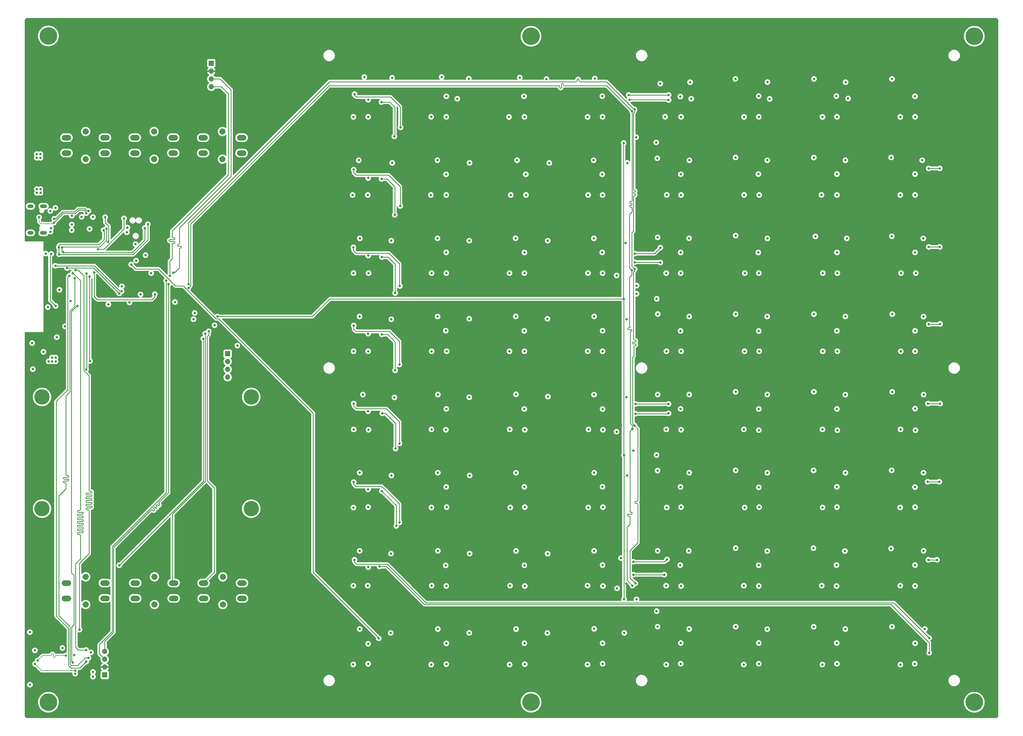
<source format=gbr>
%TF.GenerationSoftware,KiCad,Pcbnew,(6.0.8-1)-1*%
%TF.CreationDate,2022-10-22T17:17:54-04:00*%
%TF.ProjectId,chess-board-iot,63686573-732d-4626-9f61-72642d696f74,A*%
%TF.SameCoordinates,Original*%
%TF.FileFunction,Copper,L4,Bot*%
%TF.FilePolarity,Positive*%
%FSLAX46Y46*%
G04 Gerber Fmt 4.6, Leading zero omitted, Abs format (unit mm)*
G04 Created by KiCad (PCBNEW (6.0.8-1)-1) date 2022-10-22 17:17:54*
%MOMM*%
%LPD*%
G01*
G04 APERTURE LIST*
%TA.AperFunction,WasherPad*%
%ADD10C,2.000000*%
%TD*%
%TA.AperFunction,ComponentPad*%
%ADD11O,3.048000X1.850000*%
%TD*%
%TA.AperFunction,ComponentPad*%
%ADD12C,5.700000*%
%TD*%
%TA.AperFunction,ComponentPad*%
%ADD13R,1.700000X1.700000*%
%TD*%
%TA.AperFunction,ComponentPad*%
%ADD14O,1.700000X1.700000*%
%TD*%
%TA.AperFunction,ComponentPad*%
%ADD15O,2.300000X1.200000*%
%TD*%
%TA.AperFunction,ComponentPad*%
%ADD16O,2.000000X1.200000*%
%TD*%
%TA.AperFunction,ComponentPad*%
%ADD17C,5.000000*%
%TD*%
%TA.AperFunction,ViaPad*%
%ADD18C,0.800000*%
%TD*%
%TA.AperFunction,Conductor*%
%ADD19C,0.250000*%
%TD*%
%TA.AperFunction,Conductor*%
%ADD20C,0.200000*%
%TD*%
G04 APERTURE END LIST*
D10*
%TO.P,SW107,*%
%TO.N,*%
X71120000Y-65460000D03*
X71120000Y-56460000D03*
D11*
%TO.P,SW107,1,A*%
%TO.N,B_MOVE*%
X64870000Y-63460000D03*
X77370000Y-63460000D03*
%TO.P,SW107,2,B*%
%TO.N,GND*%
X77370000Y-58460000D03*
X64870000Y-58460000D03*
%TD*%
D12*
%TO.P,H115,1*%
%TO.N,N/C*%
X59000000Y-242000000D03*
%TD*%
D13*
%TO.P,OLED102,1,GND*%
%TO.N,GND*%
X111961000Y-34260000D03*
D14*
%TO.P,OLED102,2,VCC*%
%TO.N,3V3*%
X111961000Y-36800000D03*
%TO.P,OLED102,3,SCL*%
%TO.N,/SCL_DB*%
X111961000Y-39340000D03*
%TO.P,OLED102,4,SDA*%
%TO.N,/SDA_DB*%
X111961000Y-41880000D03*
%TD*%
D12*
%TO.P,H112,1*%
%TO.N,N/C*%
X360000000Y-25500000D03*
%TD*%
D10*
%TO.P,SW108,*%
%TO.N,*%
X115570000Y-65460000D03*
X115570000Y-56460000D03*
D11*
%TO.P,SW108,1,A*%
%TO.N,B_END*%
X109320000Y-63460000D03*
X121820000Y-63460000D03*
%TO.P,SW108,2,B*%
%TO.N,GND*%
X121820000Y-58460000D03*
X109320000Y-58460000D03*
%TD*%
D10*
%TO.P,SW106,*%
%TO.N,*%
X93472000Y-210240000D03*
X93472000Y-201240000D03*
D11*
%TO.P,SW106,1,A*%
%TO.N,W_DRAW*%
X87222000Y-203240000D03*
X99722000Y-203240000D03*
%TO.P,SW106,2,B*%
%TO.N,GND*%
X87222000Y-208240000D03*
X99722000Y-208240000D03*
%TD*%
D12*
%TO.P,H111,1*%
%TO.N,N/C*%
X215900000Y-25500000D03*
%TD*%
D15*
%TO.P,J101,S1,SHIELD*%
%TO.N,unconnected-(J101-PadS1)*%
X57425000Y-89415000D03*
X57425000Y-80765000D03*
D16*
X53150000Y-89415000D03*
X53150000Y-80765000D03*
%TD*%
D10*
%TO.P,SW109,*%
%TO.N,*%
X93345000Y-65460000D03*
X93345000Y-56460000D03*
D11*
%TO.P,SW109,1,A*%
%TO.N,B_DRAW*%
X87095000Y-63460000D03*
X99595000Y-63460000D03*
%TO.P,SW109,2,B*%
%TO.N,GND*%
X87095000Y-58460000D03*
X99595000Y-58460000D03*
%TD*%
D10*
%TO.P,SW104,*%
%TO.N,*%
X115697000Y-201240000D03*
X115697000Y-210240000D03*
D11*
%TO.P,SW104,1,A*%
%TO.N,W_MOVE*%
X109447000Y-203240000D03*
X121947000Y-203240000D03*
%TO.P,SW104,2,B*%
%TO.N,GND*%
X121947000Y-208240000D03*
X109447000Y-208240000D03*
%TD*%
D17*
%TO.P,J105,*%
%TO.N,*%
X124932000Y-179069000D03*
X56932000Y-142749000D03*
X124932000Y-142749000D03*
X56932000Y-179069000D03*
D13*
%TO.P,J105,1,VCC*%
%TO.N,5V*%
X117282000Y-128709000D03*
D14*
%TO.P,J105,2,TX*%
%TO.N,/RX2*%
X117282000Y-131249000D03*
%TO.P,J105,3,RX*%
%TO.N,/TX2*%
X117282000Y-133789000D03*
%TO.P,J105,4,GND*%
%TO.N,GND*%
X117282000Y-136329000D03*
%TD*%
D12*
%TO.P,H114,1*%
%TO.N,N/C*%
X215900000Y-242000000D03*
%TD*%
D13*
%TO.P,OLED101,1,GND*%
%TO.N,GND*%
X77319800Y-233125800D03*
D14*
%TO.P,OLED101,2,VCC*%
%TO.N,3V3*%
X77319800Y-230585800D03*
%TO.P,OLED101,3,SCL*%
%TO.N,/SCL_DW*%
X77319800Y-228045800D03*
%TO.P,OLED101,4,SDA*%
%TO.N,/SDA_DW*%
X77319800Y-225505800D03*
%TD*%
D12*
%TO.P,H113,1*%
%TO.N,N/C*%
X360000000Y-242000000D03*
%TD*%
D10*
%TO.P,SW105,*%
%TO.N,*%
X71120000Y-201240000D03*
X71120000Y-210240000D03*
D11*
%TO.P,SW105,1,A*%
%TO.N,W_END*%
X77370000Y-203240000D03*
X64870000Y-203240000D03*
%TO.P,SW105,2,B*%
%TO.N,GND*%
X77370000Y-208240000D03*
X64870000Y-208240000D03*
%TD*%
D12*
%TO.P,H110,1*%
%TO.N,N/C*%
X59000000Y-25400000D03*
%TD*%
D18*
%TO.N,/EN*%
X61341000Y-113157000D03*
X59944000Y-96266000D03*
%TO.N,GND*%
X221225000Y-219475000D03*
X239040000Y-95760000D03*
X106172000Y-117475000D03*
X236400000Y-192775000D03*
X158150000Y-204110000D03*
X234275000Y-229725000D03*
X234490000Y-178690000D03*
X282410000Y-141090000D03*
X289925000Y-197475000D03*
X332950000Y-192025000D03*
X310320000Y-77080000D03*
X318560000Y-91200000D03*
X307700000Y-191900000D03*
X343925000Y-218200000D03*
X185520000Y-116610000D03*
X221220000Y-117350000D03*
X67698200Y-232710000D03*
X318973200Y-45720000D03*
X315360000Y-95780000D03*
X236626400Y-39217600D03*
X186842400Y-38760400D03*
X264427580Y-45085000D03*
X247190000Y-66680000D03*
X236425000Y-218125000D03*
X333340000Y-115830000D03*
X315200000Y-197400000D03*
X188375000Y-222850000D03*
X113025000Y-119450000D03*
X210960000Y-116580000D03*
X185600000Y-218200000D03*
X282420000Y-166620000D03*
X210880000Y-91170000D03*
X307840000Y-64920000D03*
X318110000Y-65800000D03*
X259486400Y-51663600D03*
X289780000Y-95780000D03*
X289940000Y-121310000D03*
X73475000Y-84275000D03*
X234289600Y-51714400D03*
X285180000Y-77090000D03*
X239064800Y-44958000D03*
X335925000Y-204100000D03*
X106553000Y-115443000D03*
X250203580Y-109220000D03*
X158100000Y-229725000D03*
X257110000Y-115810000D03*
X264590000Y-70360000D03*
X188170000Y-197520000D03*
X245125000Y-195150000D03*
X260010000Y-178690000D03*
X73505800Y-232166400D03*
X335930000Y-77090000D03*
X340730000Y-70310000D03*
X332960000Y-64910000D03*
X267175000Y-192800000D03*
X120450000Y-126050000D03*
X66600000Y-83850000D03*
X64375000Y-119800000D03*
X318080000Y-142020000D03*
X170470000Y-117500000D03*
X158180000Y-102500000D03*
X267310000Y-116600000D03*
X292730000Y-167420000D03*
X336170000Y-102490000D03*
X292700000Y-218250000D03*
X343060000Y-65810000D03*
X318090000Y-116590000D03*
X195820000Y-91940000D03*
X183590000Y-127890000D03*
X267320000Y-167400000D03*
X285100000Y-153290000D03*
X333248000Y-39370000D03*
X264510000Y-121290000D03*
X213700000Y-146680000D03*
X282450000Y-217450000D03*
X257060000Y-90860000D03*
X160200000Y-167390000D03*
X239160000Y-146690000D03*
X307898800Y-39370000D03*
X256740000Y-110850000D03*
X221340000Y-91950000D03*
X208910000Y-102500000D03*
X307850000Y-141090000D03*
X333310000Y-141100000D03*
X340775000Y-222825000D03*
X82900000Y-106800000D03*
X343540000Y-142000000D03*
X310680000Y-178690000D03*
X52982600Y-219212400D03*
X170738800Y-39014400D03*
X195810000Y-142860000D03*
X292680000Y-116610000D03*
X292700000Y-192850000D03*
X310625000Y-229750000D03*
X315330000Y-121270000D03*
X92400000Y-102500000D03*
X183520000Y-178690000D03*
X87300000Y-93075000D03*
X246930000Y-142800000D03*
X256750000Y-212400000D03*
X335975000Y-229750000D03*
X267370000Y-65800000D03*
X185470000Y-65780000D03*
X72848200Y-225810000D03*
X285075000Y-204100000D03*
X211025000Y-218225000D03*
X340715600Y-45008800D03*
X239130000Y-171960000D03*
X211010000Y-141880000D03*
X58166000Y-96139000D03*
X162950000Y-71560000D03*
X66225000Y-111625000D03*
X158140400Y-51714400D03*
X183570000Y-102490000D03*
X195930000Y-193690000D03*
X333250000Y-217425000D03*
X340725000Y-197400000D03*
X247100000Y-168280000D03*
X234275000Y-204075000D03*
X246980000Y-117490000D03*
X85350000Y-112050000D03*
X307760000Y-166650000D03*
X236390000Y-141980000D03*
X183450000Y-229750000D03*
X336040000Y-153290000D03*
X183340000Y-77100000D03*
X250076580Y-58293000D03*
X340740000Y-95760000D03*
X213720000Y-171990000D03*
X315320000Y-171990000D03*
X195900000Y-66670000D03*
X289950000Y-222750000D03*
X267270000Y-91180000D03*
X264400000Y-197425000D03*
X211370000Y-65790000D03*
X160160000Y-116600000D03*
X264480000Y-172010000D03*
X188340000Y-172020000D03*
X259840000Y-102490000D03*
X257025000Y-217425000D03*
X208950000Y-229750000D03*
X171480000Y-142900000D03*
X318110000Y-167400000D03*
X208970000Y-153290000D03*
X236420000Y-167390000D03*
X162930000Y-147430000D03*
X209150000Y-178700000D03*
X243740000Y-103250000D03*
X335940400Y-51714400D03*
X239150000Y-222800000D03*
X310740000Y-127900000D03*
X257080000Y-141980000D03*
X170370000Y-193690000D03*
X88963500Y-109410500D03*
X282410000Y-115830000D03*
X293471600Y-45872400D03*
X53950000Y-133725000D03*
X315163200Y-44958000D03*
X78486000Y-112649000D03*
X246660000Y-92740000D03*
X260020000Y-77060000D03*
X170275000Y-219475000D03*
X318160400Y-40436800D03*
X264520000Y-146640000D03*
X310642000Y-51714400D03*
X289930000Y-172140000D03*
X208880000Y-127900000D03*
X67398578Y-226659622D03*
X285075000Y-229750000D03*
X213750000Y-197500000D03*
X285390000Y-102490000D03*
X73505800Y-233690400D03*
X243720000Y-154070000D03*
X236430000Y-116580000D03*
X213750000Y-222800000D03*
X315300000Y-222750000D03*
X221850000Y-66690000D03*
X188366400Y-45008800D03*
X54608200Y-225156000D03*
X256600000Y-60010000D03*
X213760000Y-95790000D03*
X234570000Y-153310000D03*
X236330000Y-91200000D03*
X209320000Y-77100000D03*
X257075000Y-192775000D03*
X292720000Y-141970000D03*
X66575000Y-88525000D03*
X264575000Y-222750000D03*
X57375000Y-128100000D03*
X62575000Y-107925000D03*
X183590000Y-204090000D03*
X100150000Y-111900000D03*
X63548200Y-224360000D03*
X183438800Y-51663600D03*
X211025000Y-192825000D03*
X307800000Y-217475000D03*
X160200000Y-192800000D03*
X307870000Y-115830000D03*
X285300000Y-127900000D03*
X170770000Y-66670000D03*
X256680000Y-161630000D03*
X162966400Y-46126400D03*
X195825000Y-219450000D03*
X188360000Y-146630000D03*
X289930000Y-146660000D03*
X211000000Y-167400000D03*
X162960000Y-198070000D03*
X308360000Y-90570000D03*
X162950000Y-223000000D03*
X185600000Y-167390000D03*
X239150000Y-197400000D03*
X185630000Y-141970000D03*
X343525000Y-192775000D03*
X259850000Y-229750000D03*
X267970000Y-45821600D03*
X267614400Y-40436800D03*
X160250000Y-91210000D03*
X239040000Y-70370000D03*
X220929200Y-39420800D03*
X195820000Y-117340000D03*
X213614000Y-45008800D03*
X72390000Y-88138000D03*
X159900000Y-65800000D03*
X183520000Y-153290000D03*
X161696400Y-38760400D03*
X234350000Y-127890000D03*
X257030000Y-166690000D03*
X259920000Y-127890000D03*
X340750000Y-121260000D03*
X61290200Y-81305400D03*
X282440000Y-90310000D03*
X160200000Y-218175000D03*
X243850000Y-204975000D03*
X162970000Y-96810000D03*
X315340000Y-70310000D03*
X333150000Y-166630000D03*
X282425000Y-191900000D03*
X259825000Y-204100000D03*
X292710000Y-65810000D03*
X317925000Y-192850000D03*
X289820000Y-70310000D03*
X318075000Y-218225000D03*
X221390000Y-142630000D03*
X292760400Y-40386000D03*
X310750000Y-102490000D03*
X343490000Y-167390000D03*
X292740000Y-91220000D03*
X221300000Y-193700000D03*
X340750000Y-146550000D03*
X343490000Y-116620000D03*
X256934580Y-65151000D03*
X58801000Y-113538000D03*
X52998200Y-236310000D03*
X213710000Y-121280000D03*
X257911600Y-40894000D03*
X282346400Y-39370000D03*
X170470000Y-91960000D03*
X53700000Y-125250000D03*
X333200000Y-90530000D03*
X234430000Y-102480000D03*
X239150000Y-121230000D03*
X158240000Y-153310000D03*
X250203580Y-208534000D03*
X285140400Y-51714400D03*
X267310000Y-141980000D03*
X161240000Y-141980000D03*
X158150000Y-178720000D03*
X191922400Y-45821600D03*
X185620000Y-192790000D03*
X310425000Y-204100000D03*
X209075000Y-204100000D03*
X208737200Y-51714400D03*
X185490000Y-91180000D03*
X212242400Y-38912800D03*
X249187580Y-160147000D03*
X214210000Y-70370000D03*
X336100000Y-127910000D03*
X285360000Y-178700000D03*
X195940000Y-168290000D03*
X188190000Y-121190000D03*
X170500000Y-168280000D03*
X343420000Y-91220000D03*
X315340000Y-146650000D03*
X310640000Y-153300000D03*
X61722000Y-123317000D03*
X59690000Y-89027000D03*
X90551000Y-96647000D03*
X267300000Y-218200000D03*
X158200000Y-127900000D03*
X282390000Y-64910000D03*
X246225000Y-219456000D03*
X157890000Y-77100000D03*
X236240000Y-65790000D03*
X340720000Y-172080000D03*
X289915600Y-44958000D03*
X195681600Y-39268400D03*
X162940000Y-122180000D03*
X335890000Y-178690000D03*
X250203580Y-106553000D03*
X84700000Y-87700000D03*
X234460000Y-77100000D03*
X264550000Y-95780000D03*
X188290000Y-70390000D03*
X259860000Y-153300000D03*
X188330000Y-95740000D03*
X162930000Y-172790000D03*
%TO.N,5V*%
X289954580Y-204216000D03*
X188481580Y-127889000D03*
X340754580Y-178562000D03*
X239154580Y-127889000D03*
X162827580Y-77089000D03*
X56415800Y-65014800D03*
X239154580Y-229489000D03*
X213881580Y-153416000D03*
X214262580Y-77089000D03*
X264681580Y-153416000D03*
X239154580Y-51689000D03*
X340754580Y-77089000D03*
X188354580Y-77089000D03*
X289954580Y-229489000D03*
X239281580Y-178562000D03*
X239281580Y-204216000D03*
X213881580Y-229616000D03*
X340754580Y-51689000D03*
X264681580Y-204216000D03*
X188354580Y-102489000D03*
X87503000Y-98425000D03*
X56415800Y-63814800D03*
X162954580Y-127889000D03*
X55215800Y-65014800D03*
X290081580Y-127889000D03*
X340627580Y-229489000D03*
X289954580Y-51689000D03*
X340754580Y-127889000D03*
X163081580Y-153416000D03*
X264681580Y-127889000D03*
X188354580Y-51689000D03*
X162954580Y-229514400D03*
X264681580Y-51689000D03*
X162954580Y-178562000D03*
X188481580Y-178562000D03*
X239154580Y-77089000D03*
X315481580Y-102489000D03*
X163081580Y-102489000D03*
X61341000Y-131191000D03*
X60198000Y-129921000D03*
X289954580Y-102489000D03*
X162954580Y-51689000D03*
X315227580Y-204216000D03*
X162827580Y-204089000D03*
X213881580Y-178562000D03*
X188227580Y-153416000D03*
X315354580Y-77089000D03*
X239154580Y-102489000D03*
X213754580Y-102489000D03*
X55215800Y-63814800D03*
X59055000Y-131191000D03*
X315354580Y-178562000D03*
X264554580Y-229489000D03*
X60198000Y-131191000D03*
X340995000Y-102489000D03*
X264681580Y-77089000D03*
X315481580Y-153543000D03*
X188354580Y-229616000D03*
X315354580Y-229489000D03*
X239281580Y-153416000D03*
X289954580Y-153543000D03*
X213754580Y-127889000D03*
X213881580Y-204216000D03*
X213754580Y-51689000D03*
X315354580Y-51689000D03*
X188354580Y-204216000D03*
X264681580Y-178562000D03*
X340881580Y-153543000D03*
X264554580Y-102489000D03*
X69800000Y-84200000D03*
X290081580Y-77089000D03*
X290081580Y-178562000D03*
X315481580Y-127889000D03*
X340754580Y-204216000D03*
X61341000Y-129921000D03*
%TO.N,3V3*%
X58166000Y-123825000D03*
X192672580Y-93345000D03*
X244602000Y-86817200D03*
X285128580Y-117221000D03*
X103886000Y-122682000D03*
X167399580Y-93345000D03*
X246888000Y-203454000D03*
X250698000Y-85344000D03*
X167209580Y-218059000D03*
X192799580Y-67945000D03*
X252526800Y-181533800D03*
X167399580Y-169545000D03*
X218326580Y-144145500D03*
X192799580Y-118745000D03*
X259728580Y-117221000D03*
X310650000Y-218950000D03*
X285128580Y-91567000D03*
X335674580Y-66167000D03*
X73318200Y-230680000D03*
X84328000Y-91567000D03*
X239662580Y-61595000D03*
X244856000Y-180086000D03*
X192799580Y-169545000D03*
X74168000Y-123698000D03*
X106700000Y-101100000D03*
X285225000Y-218850000D03*
X167526580Y-195072000D03*
X167526580Y-42545500D03*
X244348000Y-53975000D03*
X336050000Y-193500000D03*
X259675000Y-218975000D03*
X259982580Y-66167000D03*
X88900000Y-68580000D03*
X259855580Y-142748000D03*
X218199580Y-42545000D03*
X244602000Y-85344000D03*
X68984600Y-233538000D03*
X244856000Y-100965000D03*
X310575000Y-168175000D03*
X218326580Y-93345000D03*
X71473800Y-235265200D03*
X97282000Y-198120000D03*
X74168000Y-122174000D03*
X310909580Y-91821000D03*
X69619600Y-220838000D03*
X81026000Y-98425000D03*
X252526800Y-178562000D03*
X56166200Y-218060000D03*
X285225000Y-193450000D03*
X218199580Y-118745000D03*
X58801000Y-122809000D03*
X335925000Y-168300000D03*
X285001580Y-40767000D03*
X243599580Y-144145000D03*
X192799580Y-195072000D03*
X259728580Y-193548000D03*
X250698000Y-83820000D03*
X244856000Y-178562000D03*
X335928580Y-117221000D03*
X64262000Y-118237000D03*
X243218580Y-218059000D03*
X57531000Y-122809000D03*
X335801580Y-40767000D03*
X335925000Y-219000000D03*
X259601580Y-40767000D03*
X119761000Y-198120000D03*
X285255580Y-66167000D03*
X66675000Y-68580000D03*
X259728580Y-91567000D03*
X243599580Y-195072000D03*
X335928580Y-91821000D03*
X245110000Y-151892000D03*
X82296000Y-113538000D03*
X192926580Y-42545000D03*
X310655580Y-66167000D03*
X310475000Y-193450000D03*
X167399580Y-67945000D03*
X310401580Y-40767000D03*
X246761000Y-50800000D03*
X64008000Y-122174000D03*
X75184000Y-198120000D03*
X259725000Y-168000000D03*
X310528580Y-117221000D03*
X168415580Y-144399000D03*
X243599580Y-93345000D03*
X59436000Y-123825000D03*
X103124000Y-110490000D03*
X243599580Y-118745000D03*
X252526800Y-180086000D03*
X310528580Y-142748000D03*
X64008000Y-123698000D03*
X192799580Y-144272000D03*
X244602000Y-83820000D03*
X218072580Y-218059000D03*
X243599580Y-169545000D03*
X218707580Y-67945000D03*
X244856000Y-181559200D03*
X192672580Y-218059000D03*
X218199580Y-169545500D03*
X64008000Y-125222000D03*
X335928580Y-142748000D03*
X74168000Y-125222000D03*
X218199580Y-195072000D03*
X250698000Y-86842600D03*
X60960000Y-89154000D03*
X111125000Y-68580000D03*
X100000000Y-109050000D03*
X243987029Y-42545000D03*
X56896000Y-123825000D03*
X243599580Y-67945000D03*
X285255580Y-142748000D03*
X167399580Y-118745000D03*
X58801000Y-121666000D03*
X285225000Y-168075000D03*
X237630580Y-112141000D03*
%TO.N,VBUS*%
X55235000Y-75187800D03*
X56435000Y-76387800D03*
X59613800Y-82296000D03*
X56435000Y-75187800D03*
X55235000Y-76387800D03*
X66600000Y-86700000D03*
X59850000Y-87875000D03*
X84500000Y-89200000D03*
%TO.N,Net-(D201-Pad4)*%
X85900000Y-99700000D03*
X166383580Y-221234000D03*
%TO.N,Net-(D207-Pad3)*%
X345326580Y-221107000D03*
X158509580Y-195707000D03*
%TO.N,Net-(D208-Pad3)*%
X345326580Y-225933000D03*
X166637580Y-197866000D03*
%TO.N,Net-(D211-Pad3)*%
X249187580Y-196342000D03*
X260109580Y-195580000D03*
%TO.N,Net-(D212-Pad3)*%
X259220580Y-200533000D03*
X249187580Y-200533000D03*
%TO.N,Net-(D215-Pad3)*%
X158255580Y-170434000D03*
X173114580Y-183515000D03*
X347866580Y-195707000D03*
X345072580Y-195707000D03*
%TO.N,Net-(D216-Pad3)*%
X167399580Y-173355000D03*
X172098580Y-184658000D03*
%TO.N,Net-(D223-Pad3)*%
X158255580Y-144907000D03*
X173114580Y-157861000D03*
X344818580Y-170307000D03*
X348628580Y-170307000D03*
%TO.N,Net-(D224-Pad3)*%
X167526580Y-148082000D03*
X171844580Y-159512000D03*
%TO.N,Net-(D227-Pad3)*%
X249822580Y-145034000D03*
X260617580Y-145034000D03*
%TO.N,Net-(D228-Pad3)*%
X260617580Y-148082000D03*
X249822580Y-148209000D03*
%TO.N,Net-(D231-Pad3)*%
X348882580Y-144907000D03*
X173114580Y-132207000D03*
X158255580Y-119507000D03*
X344945580Y-144907000D03*
%TO.N,Net-(D232-Pad3)*%
X167399580Y-122428000D03*
X171717580Y-134112000D03*
%TO.N,Net-(D239-Pad3)*%
X158128580Y-94107000D03*
X345199580Y-119126000D03*
X348882580Y-118999000D03*
X173241580Y-106680000D03*
%TO.N,Net-(D240-Pad3)*%
X167399580Y-97282000D03*
X171717580Y-108966000D03*
%TO.N,Net-(D243-Pad3)*%
X257950580Y-94234000D03*
X249568580Y-96139000D03*
%TO.N,Net-(D244-Pad3)*%
X249568580Y-98933000D03*
X257950580Y-99060000D03*
%TO.N,Net-(D247-Pad3)*%
X158255580Y-68834000D03*
X345199580Y-93980000D03*
X348755580Y-93980000D03*
X173368580Y-80645000D03*
%TO.N,Net-(D248-Pad3)*%
X167272580Y-71882000D03*
X171590580Y-83566000D03*
%TO.N,Net-(D255-Pad3)*%
X348755580Y-68453000D03*
X345199580Y-68453000D03*
X158509580Y-44323000D03*
X173495580Y-55118000D03*
%TO.N,Net-(D256-Pad3)*%
X171463580Y-58039000D03*
X167272580Y-46863000D03*
%TO.N,Net-(D259-Pad3)*%
X247663580Y-44577000D03*
X260617580Y-44577000D03*
%TO.N,Net-(D260-Pad3)*%
X247917580Y-46101000D03*
X260617580Y-46228000D03*
%TO.N,/SDA_DW*%
X98081500Y-106045000D03*
%TO.N,/SCL_DW*%
X97282000Y-104902000D03*
%TO.N,/SDA_DB*%
X98425000Y-103378000D03*
%TO.N,/SCL_DB*%
X99568000Y-102362000D03*
%TO.N,Net-(Q102-Pad1)*%
X78363299Y-92333299D03*
X77450000Y-84325000D03*
%TO.N,/IO0*%
X83566000Y-84709000D03*
X75184000Y-94704500D03*
%TO.N,/TX0*%
X63754000Y-95631000D03*
X63373000Y-94107000D03*
X77851000Y-88011000D03*
X90300000Y-87850000D03*
%TO.N,/RX0*%
X91313000Y-86614000D03*
X62357000Y-94107000D03*
X76962000Y-88519000D03*
X62484000Y-96393000D03*
%TO.N,/RX2*%
X72517000Y-131064000D03*
X72390000Y-103632000D03*
%TO.N,~{IO_INT}*%
X246139580Y-208534000D03*
X246012580Y-110871000D03*
X113919000Y-116586000D03*
X246012580Y-60198000D03*
X246139580Y-161671000D03*
%TO.N,/SD_SCK*%
X67792600Y-101537100D03*
X69086200Y-218399600D03*
%TO.N,/~{I2C_SDA}*%
X65049400Y-100863400D03*
X82042000Y-109093000D03*
%TO.N,/TX2*%
X71374000Y-102616000D03*
X71247000Y-133858000D03*
%TO.N,/~{I2C_SCL}*%
X61264800Y-100126800D03*
X82804000Y-108368500D03*
%TO.N,/~{I2C_RESET}*%
X93599000Y-109347000D03*
X73914000Y-102235000D03*
%TO.N,/D_P*%
X72030920Y-82277512D03*
X60900000Y-84860000D03*
%TO.N,/D_N*%
X71288456Y-83019976D03*
X55980000Y-84350000D03*
X60810500Y-86115000D03*
%TO.N,~{SDA_IOMUX}*%
X248806580Y-153162000D03*
X248855080Y-204089000D03*
X248679580Y-101600000D03*
X248750207Y-49849821D03*
X104521000Y-107315000D03*
%TO.N,~{SCL_IOMUX}*%
X249531080Y-152034942D03*
X249598267Y-101206277D03*
X249822580Y-203327000D03*
X249568580Y-49276000D03*
X104521000Y-106045000D03*
%TO.N,/SD_DET*%
X66851000Y-229143800D03*
X68368400Y-113174000D03*
%TO.N,W_END*%
X109347000Y-123825000D03*
X82042000Y-197485000D03*
%TO.N,W_DRAW*%
X109982000Y-122174000D03*
%TO.N,W_MOVE*%
X111125000Y-121412000D03*
%TO.N,/SD_MISO*%
X71270600Y-225029000D03*
X66878200Y-102489000D03*
%TO.N,/SD_SS*%
X71298200Y-228790000D03*
X54648200Y-229540000D03*
X65800000Y-103400000D03*
X67698200Y-231690000D03*
%TO.N,/SD_MOSI*%
X72028200Y-227620000D03*
X55488200Y-228460000D03*
X67564000Y-104114600D03*
X64648200Y-226810000D03*
%TD*%
D19*
%TO.N,/EN*%
X59563000Y-111379000D02*
X61341000Y-113157000D01*
X59944000Y-96266000D02*
X59563000Y-96647000D01*
X59563000Y-96647000D02*
X59563000Y-111379000D01*
%TO.N,Net-(D201-Pad4)*%
X102831386Y-106650000D02*
X113491897Y-117310511D01*
X87350000Y-101150000D02*
X94800000Y-101150000D01*
X85900000Y-99700000D02*
X87350000Y-101150000D01*
X145047580Y-147968580D02*
X145047580Y-199707000D01*
X100300000Y-106650000D02*
X102831386Y-106650000D01*
X114389511Y-117310511D02*
X145047580Y-147968580D01*
X166383580Y-221043000D02*
X166383580Y-221234000D01*
X145047580Y-199707000D02*
X166383580Y-221043000D01*
X94800000Y-101150000D02*
X100300000Y-106650000D01*
X113491897Y-117310511D02*
X114389511Y-117310511D01*
%TO.N,Net-(D207-Pad3)*%
X181759194Y-209677000D02*
X333896580Y-209677000D01*
X333896580Y-209677000D02*
X345326580Y-221107000D01*
X159144580Y-197104000D02*
X169186194Y-197104000D01*
X158509580Y-195707000D02*
X158509580Y-196469000D01*
X158509580Y-196469000D02*
X159144580Y-197104000D01*
X169186194Y-197104000D02*
X181759194Y-209677000D01*
%TO.N,Net-(D208-Pad3)*%
X168923580Y-197866000D02*
X181242580Y-210185000D01*
X332880580Y-210185000D02*
X345326580Y-222631000D01*
X181242580Y-210185000D02*
X332880580Y-210185000D01*
X345326580Y-222631000D02*
X345326580Y-225933000D01*
X166637580Y-197866000D02*
X168923580Y-197866000D01*
%TO.N,Net-(D211-Pad3)*%
X260109580Y-195580000D02*
X259347580Y-196342000D01*
X259347580Y-196342000D02*
X249187580Y-196342000D01*
%TO.N,Net-(D212-Pad3)*%
X249187580Y-200533000D02*
X259220580Y-200533000D01*
%TO.N,Net-(D215-Pad3)*%
X345072580Y-195707000D02*
X347866580Y-195707000D01*
X173114580Y-183515000D02*
X173114580Y-177546000D01*
X167399580Y-171831000D02*
X158890580Y-171831000D01*
X158255580Y-171196000D02*
X158255580Y-170434000D01*
X158890580Y-171831000D02*
X158255580Y-171196000D01*
X173114580Y-177546000D02*
X167399580Y-171831000D01*
%TO.N,Net-(D216-Pad3)*%
X172098580Y-178054000D02*
X172098580Y-184658000D01*
X167399580Y-173355000D02*
X172098580Y-178054000D01*
%TO.N,Net-(D223-Pad3)*%
X158255580Y-145669000D02*
X159144580Y-146558000D01*
X158255580Y-144907000D02*
X158255580Y-145669000D01*
X173114580Y-150876000D02*
X173114580Y-157861000D01*
X168796580Y-146558000D02*
X173114580Y-150876000D01*
X159144580Y-146558000D02*
X168796580Y-146558000D01*
X344818580Y-170307000D02*
X348628580Y-170307000D01*
%TO.N,Net-(D224-Pad3)*%
X171844580Y-151384000D02*
X168542580Y-148082000D01*
X171844580Y-159512000D02*
X171844580Y-151384000D01*
X168542580Y-148082000D02*
X167526580Y-148082000D01*
%TO.N,Net-(D227-Pad3)*%
X260617580Y-145034000D02*
X249822580Y-145034000D01*
%TO.N,Net-(D228-Pad3)*%
X260490580Y-148209000D02*
X260617580Y-148082000D01*
X249822580Y-148209000D02*
X260490580Y-148209000D01*
%TO.N,Net-(D231-Pad3)*%
X344945580Y-144907000D02*
X348628580Y-144907000D01*
X348628580Y-144907000D02*
X348755580Y-144780000D01*
X158255580Y-120777000D02*
X158890580Y-121412000D01*
X158255580Y-119507000D02*
X158255580Y-120777000D01*
X173114580Y-124714000D02*
X173114580Y-132207000D01*
X348755580Y-144780000D02*
X348882580Y-144907000D01*
X158890580Y-121412000D02*
X169812580Y-121412000D01*
X169812580Y-121412000D02*
X173114580Y-124714000D01*
%TO.N,Net-(D232-Pad3)*%
X171717580Y-124841000D02*
X171717580Y-134112000D01*
X169304580Y-122428000D02*
X171717580Y-124841000D01*
X167399580Y-122428000D02*
X169304580Y-122428000D01*
%TO.N,Net-(D239-Pad3)*%
X173241580Y-106680000D02*
X173114580Y-106553000D01*
X169685580Y-96012000D02*
X159017580Y-96012000D01*
X348882580Y-118999000D02*
X348755580Y-119126000D01*
X173114580Y-106553000D02*
X173114580Y-99441000D01*
X158128580Y-95123000D02*
X158128580Y-94107000D01*
X159017580Y-96012000D02*
X158128580Y-95123000D01*
X348755580Y-119126000D02*
X345199580Y-119126000D01*
X173114580Y-99441000D02*
X169685580Y-96012000D01*
%TO.N,Net-(D240-Pad3)*%
X171717580Y-108966000D02*
X171717580Y-99568000D01*
X171717580Y-99568000D02*
X169431580Y-97282000D01*
X169431580Y-97282000D02*
X167399580Y-97282000D01*
%TO.N,Net-(D243-Pad3)*%
X256045580Y-96139000D02*
X257950580Y-94234000D01*
X249568580Y-96139000D02*
X256045580Y-96139000D01*
%TO.N,Net-(D244-Pad3)*%
X257823580Y-98933000D02*
X257950580Y-99060000D01*
X249568580Y-98933000D02*
X257823580Y-98933000D01*
%TO.N,Net-(D247-Pad3)*%
X345199580Y-93980000D02*
X348755580Y-93980000D01*
X169558580Y-70612000D02*
X159017580Y-70612000D01*
X158255580Y-69850000D02*
X158255580Y-68834000D01*
X173368580Y-80645000D02*
X173368580Y-74422000D01*
X173368580Y-74422000D02*
X169558580Y-70612000D01*
X159017580Y-70612000D02*
X158255580Y-69850000D01*
%TO.N,Net-(D248-Pad3)*%
X171590580Y-74422000D02*
X169050580Y-71882000D01*
X169050580Y-71882000D02*
X167272580Y-71882000D01*
X171590580Y-83566000D02*
X171590580Y-74422000D01*
%TO.N,Net-(D255-Pad3)*%
X345199580Y-68453000D02*
X348755580Y-68453000D01*
X159017580Y-45212000D02*
X158509580Y-44704000D01*
X158509580Y-44704000D02*
X158509580Y-44323000D01*
X170193580Y-45212000D02*
X159017580Y-45212000D01*
X173368580Y-54991000D02*
X173368580Y-48387000D01*
X173495580Y-55118000D02*
X173368580Y-54991000D01*
X173368580Y-48387000D02*
X170193580Y-45212000D01*
%TO.N,Net-(D256-Pad3)*%
X171463580Y-58039000D02*
X171590580Y-57912000D01*
X171590580Y-48514000D02*
X169939580Y-46863000D01*
X171590580Y-57912000D02*
X171590580Y-48514000D01*
X169939580Y-46863000D02*
X167272580Y-46863000D01*
%TO.N,Net-(D259-Pad3)*%
X247663580Y-44577000D02*
X260617580Y-44577000D01*
%TO.N,Net-(D260-Pad3)*%
X247917580Y-46101000D02*
X260490580Y-46101000D01*
X260490580Y-46101000D02*
X260617580Y-46228000D01*
%TO.N,/SDA_DW*%
X80213200Y-212283160D02*
X80213200Y-219252800D01*
X94932859Y-177399122D02*
X95137965Y-177604228D01*
X80213200Y-219252800D02*
X77319800Y-222146200D01*
X93235802Y-179096179D02*
X93440908Y-179301285D01*
X93235804Y-178671918D02*
X93235803Y-178671917D01*
X98044000Y-173863715D02*
X94932858Y-176974858D01*
X80205520Y-191702198D02*
X80205520Y-212275480D01*
X94713701Y-178028494D02*
X94508596Y-177823389D01*
X80205520Y-212275480D02*
X80213200Y-212283160D01*
X93016644Y-179725551D02*
X92811539Y-179520446D01*
X98044000Y-106082500D02*
X98044000Y-173863715D01*
X77319800Y-222146200D02*
X77319800Y-225505800D01*
X94084330Y-178247653D02*
X94084331Y-178247651D01*
X94084331Y-178247651D02*
X94289437Y-178452757D01*
X94084332Y-177823389D02*
X94084331Y-177823388D01*
X80205520Y-191702198D02*
X92387274Y-179520445D01*
X93235803Y-178671917D02*
X93235801Y-178671915D01*
X98081500Y-106045000D02*
X98044000Y-106082500D01*
X94932858Y-177399124D02*
X94932859Y-177399122D01*
X92387275Y-179520446D02*
X92387274Y-179520445D01*
X93235801Y-179096181D02*
X93235802Y-179096179D01*
X93865173Y-178877023D02*
X93660068Y-178671918D01*
X94084331Y-177823388D02*
X94084330Y-177823387D01*
X93235805Y-178671919D02*
G75*
G02*
X93660067Y-178671919I212131J-212131D01*
G01*
X95138005Y-178028532D02*
G75*
G03*
X95137965Y-177604228I-212205J212132D01*
G01*
X93865170Y-178877026D02*
G75*
G03*
X94289436Y-178877020I212130J212126D01*
G01*
X94084350Y-178247633D02*
G75*
G02*
X94084330Y-177823387I212150J212133D01*
G01*
X94713669Y-178028526D02*
G75*
G03*
X95137965Y-178028492I212131J212126D01*
G01*
X93016669Y-179725526D02*
G75*
G03*
X93440908Y-179725549I212131J212126D01*
G01*
X93440890Y-179725531D02*
G75*
G03*
X93440907Y-179301286I-212090J212131D01*
G01*
X94932849Y-177399133D02*
G75*
G02*
X94932858Y-176974858I212151J212133D01*
G01*
X92387276Y-179520447D02*
G75*
G02*
X92811538Y-179520447I212131J-212131D01*
G01*
X94084333Y-177823390D02*
G75*
G02*
X94508595Y-177823390I212131J-212131D01*
G01*
X94289448Y-178877032D02*
G75*
G03*
X94289437Y-178452757I-212148J212132D01*
G01*
X93235849Y-179096133D02*
G75*
G02*
X93235801Y-178671915I212051J212133D01*
G01*
%TO.N,/SCL_DW*%
X79756000Y-191394384D02*
X97282000Y-173868384D01*
X75539600Y-226265600D02*
X75539600Y-223266000D01*
X77319800Y-228045800D02*
X75539600Y-226265600D01*
X79756000Y-219049600D02*
X79756000Y-191394384D01*
X75539600Y-223266000D02*
X79756000Y-219049600D01*
X97282000Y-173868384D02*
X97282000Y-104902000D01*
%TO.N,/SDA_DB*%
X98425000Y-98552000D02*
X98425000Y-103378000D01*
X98500577Y-91578000D02*
X99873423Y-91578000D01*
X117475000Y-44196000D02*
X117475000Y-70485000D01*
X115159000Y-41880000D02*
X117475000Y-44196000D01*
X99187000Y-97790000D02*
X98425000Y-98552000D01*
X98500577Y-92178000D02*
X99873423Y-92178000D01*
X99187000Y-93078000D02*
X99187000Y-97790000D01*
X99487000Y-90978000D02*
X99873423Y-90978000D01*
X99187000Y-88773000D02*
X99187000Y-90678000D01*
X111961000Y-41880000D02*
X115159000Y-41880000D01*
X99873423Y-92778000D02*
X99487000Y-92778000D01*
X117475000Y-70485000D02*
X99187000Y-88773000D01*
X100173400Y-92478000D02*
G75*
G03*
X99873423Y-92178000I-300000J0D01*
G01*
X99873423Y-92778023D02*
G75*
G03*
X100173423Y-92478000I-23J300023D01*
G01*
X98500577Y-92178023D02*
G75*
G02*
X98200577Y-91878000I23J300023D01*
G01*
X99487000Y-90978000D02*
G75*
G02*
X99187000Y-90678000I0J300000D01*
G01*
X98200600Y-91878000D02*
G75*
G02*
X98500577Y-91578000I300000J0D01*
G01*
X99873423Y-91578023D02*
G75*
G03*
X100173423Y-91278000I-23J300023D01*
G01*
X99187000Y-93078000D02*
G75*
G02*
X99487000Y-92778000I300000J0D01*
G01*
X100173400Y-91278000D02*
G75*
G03*
X99873423Y-90978000I-300000J0D01*
G01*
%TO.N,/SCL_DB*%
X101600000Y-100750000D02*
X99988000Y-102362000D01*
X118364000Y-70993000D02*
X101600000Y-87757000D01*
X111961000Y-39340000D02*
X114778000Y-39340000D01*
X101199358Y-93737000D02*
X102000642Y-93737000D01*
X118364000Y-42926000D02*
X118364000Y-70993000D01*
X99988000Y-102362000D02*
X99568000Y-102362000D01*
X114778000Y-39340000D02*
X118364000Y-42926000D01*
X101300000Y-93137000D02*
X101199358Y-93137000D01*
X101600000Y-87757000D02*
X101600000Y-92837000D01*
X102000642Y-94337000D02*
X101900000Y-94337000D01*
X101600000Y-94637000D02*
X101600000Y-100750000D01*
X102300600Y-94037000D02*
G75*
G03*
X102000642Y-93737000I-300000J0D01*
G01*
X100899400Y-93437000D02*
G75*
G02*
X101199358Y-93137000I300000J0D01*
G01*
X101600000Y-94637000D02*
G75*
G02*
X101900000Y-94337000I300000J0D01*
G01*
X101300000Y-93137000D02*
G75*
G03*
X101600000Y-92837000I0J300000D01*
G01*
X102000642Y-94337042D02*
G75*
G03*
X102300642Y-94037000I-42J300042D01*
G01*
X101199358Y-93737042D02*
G75*
G02*
X100899358Y-93437000I42J300042D01*
G01*
%TO.N,Net-(Q102-Pad1)*%
X77450000Y-86086000D02*
X78575511Y-87211511D01*
X78575511Y-92121087D02*
X78363299Y-92333299D01*
X77450000Y-84325000D02*
X77450000Y-86086000D01*
X78575511Y-87211511D02*
X78575511Y-92121087D01*
%TO.N,/IO0*%
X83566000Y-88155212D02*
X83566000Y-84709000D01*
X75184000Y-94704500D02*
X77016712Y-94704500D01*
X77016712Y-94704500D02*
X83566000Y-88155212D01*
%TO.N,/TX0*%
X90300000Y-87850000D02*
X90300000Y-91750000D01*
X63373000Y-94107000D02*
X63500000Y-93980000D01*
X77851000Y-91821000D02*
X77851000Y-88011000D01*
X63373000Y-95250000D02*
X63373000Y-94107000D01*
X63923000Y-95800000D02*
X63754000Y-95631000D01*
X86250000Y-95800000D02*
X63923000Y-95800000D01*
X75692000Y-93980000D02*
X77851000Y-91821000D01*
X63500000Y-93980000D02*
X75692000Y-93980000D01*
X90300000Y-91750000D02*
X86250000Y-95800000D01*
X63754000Y-95631000D02*
X63373000Y-95250000D01*
%TO.N,/RX0*%
X77089000Y-88646000D02*
X76962000Y-88519000D01*
X62611000Y-93218000D02*
X75438000Y-93218000D01*
X62357000Y-94107000D02*
X62357000Y-93472000D01*
X62357000Y-96266000D02*
X62357000Y-94107000D01*
X62484000Y-96393000D02*
X62536011Y-96445011D01*
X77089000Y-91567000D02*
X77089000Y-88646000D01*
X75438000Y-93218000D02*
X77089000Y-91567000D01*
X62484000Y-96393000D02*
X62357000Y-96266000D01*
X86561989Y-96445011D02*
X91313000Y-91694000D01*
X91313000Y-91694000D02*
X91313000Y-86614000D01*
X62536011Y-96445011D02*
X86561989Y-96445011D01*
X62357000Y-93472000D02*
X62611000Y-93218000D01*
%TO.N,/RX2*%
X72517000Y-131064000D02*
X72390000Y-130937000D01*
X72390000Y-130937000D02*
X72390000Y-103632000D01*
%TO.N,~{IO_INT}*%
X144780000Y-116586000D02*
X113919000Y-116586000D01*
X246012580Y-110871000D02*
X150508580Y-110871000D01*
X246012580Y-60198000D02*
X245923069Y-60287511D01*
X245923069Y-110781489D02*
X246012580Y-110871000D01*
X150508580Y-110871000D02*
X144793580Y-116586000D01*
X245923069Y-60287511D02*
X245923069Y-110781489D01*
X246012580Y-110871000D02*
X246012580Y-161544000D01*
X246139580Y-161671000D02*
X246139580Y-208534000D01*
X246012580Y-161544000D02*
X246139580Y-161671000D01*
%TO.N,/SD_SCK*%
X71500000Y-174000000D02*
X72900000Y-174000000D01*
X71500000Y-178800000D02*
X72900000Y-178800000D01*
X68644100Y-101537100D02*
X67792600Y-101537100D01*
X72200000Y-173100000D02*
X72200000Y-135835614D01*
X70522489Y-103415489D02*
X68644100Y-101537100D01*
X71900000Y-179400000D02*
X71500000Y-179400000D01*
X72200000Y-193750000D02*
X72200000Y-179700000D01*
X71500000Y-177000000D02*
X72900000Y-177000000D01*
X71500000Y-175200000D02*
X72900000Y-175200000D01*
X72900000Y-173400000D02*
X72500000Y-173400000D01*
X70522489Y-134158103D02*
X70522489Y-103415489D01*
X71500000Y-177600000D02*
X72900000Y-177600000D01*
X71500000Y-176400000D02*
X72900000Y-176400000D01*
X69086200Y-218399600D02*
X69088000Y-218397800D01*
X71500000Y-175800000D02*
X72900000Y-175800000D01*
X71500000Y-174600000D02*
X72900000Y-174600000D01*
X72200000Y-135835614D02*
X70522489Y-134158103D01*
X71500000Y-178200000D02*
X72900000Y-178200000D01*
X69088000Y-196862000D02*
X72200000Y-193750000D01*
X69088000Y-218397800D02*
X69088000Y-196862000D01*
X71900000Y-179400000D02*
G75*
G02*
X72200000Y-179700000I0J-300000D01*
G01*
X72200000Y-173100000D02*
G75*
G03*
X72500000Y-173400000I300000J0D01*
G01*
X71500000Y-176400000D02*
G75*
G03*
X71200000Y-176700000I0J-300000D01*
G01*
X72900000Y-173400000D02*
G75*
G02*
X73200000Y-173700000I0J-300000D01*
G01*
X73200000Y-178500000D02*
G75*
G02*
X72900000Y-178800000I-300000J0D01*
G01*
X71200000Y-175500000D02*
G75*
G03*
X71500000Y-175800000I300000J0D01*
G01*
X71200000Y-179100000D02*
G75*
G03*
X71500000Y-179400000I300000J0D01*
G01*
X73200000Y-177300000D02*
G75*
G02*
X72900000Y-177600000I-300000J0D01*
G01*
X72900000Y-174600000D02*
G75*
G02*
X73200000Y-174900000I0J-300000D01*
G01*
X71500000Y-175200000D02*
G75*
G03*
X71200000Y-175500000I0J-300000D01*
G01*
X72900000Y-178200000D02*
G75*
G02*
X73200000Y-178500000I0J-300000D01*
G01*
X71500000Y-178800000D02*
G75*
G03*
X71200000Y-179100000I0J-300000D01*
G01*
X71200000Y-174300000D02*
G75*
G03*
X71500000Y-174600000I300000J0D01*
G01*
X73200000Y-176100000D02*
G75*
G02*
X72900000Y-176400000I-300000J0D01*
G01*
X71500000Y-174000000D02*
G75*
G03*
X71200000Y-174300000I0J-300000D01*
G01*
X71200000Y-177900000D02*
G75*
G03*
X71500000Y-178200000I300000J0D01*
G01*
X73200000Y-173700000D02*
G75*
G02*
X72900000Y-174000000I-300000J0D01*
G01*
X71500000Y-177600000D02*
G75*
G03*
X71200000Y-177900000I0J-300000D01*
G01*
X72900000Y-175800000D02*
G75*
G02*
X73200000Y-176100000I0J-300000D01*
G01*
X72900000Y-177000000D02*
G75*
G02*
X73200000Y-177300000I0J-300000D01*
G01*
X71200000Y-176700000D02*
G75*
G03*
X71500000Y-177000000I300000J0D01*
G01*
X73200000Y-174900000D02*
G75*
G02*
X72900000Y-175200000I-300000J0D01*
G01*
%TO.N,/~{I2C_SDA}*%
X73761600Y-100812600D02*
X82042000Y-109093000D01*
X65049400Y-100863400D02*
X65100200Y-100812600D01*
X65100200Y-100812600D02*
X73761600Y-100812600D01*
%TO.N,/TX2*%
X71450200Y-102692200D02*
X71374000Y-102616000D01*
X71247000Y-133858000D02*
X71450200Y-133654800D01*
X71450200Y-133654800D02*
X71450200Y-102692200D01*
%TO.N,/~{I2C_SCL}*%
X73964800Y-100126800D02*
X82206500Y-108368500D01*
X61264800Y-100126800D02*
X73964800Y-100126800D01*
X82206500Y-108368500D02*
X82804000Y-108368500D01*
%TO.N,/~{I2C_RESET}*%
X93599000Y-109347000D02*
X93599000Y-110109000D01*
X92583000Y-111125000D02*
X74930000Y-111125000D01*
X73914000Y-110109000D02*
X73914000Y-102235000D01*
X93599000Y-110109000D02*
X92583000Y-111125000D01*
X74930000Y-111125000D02*
X73914000Y-110109000D01*
%TO.N,/D_P*%
X70902498Y-81538000D02*
X71642010Y-82277512D01*
X61358393Y-84860000D02*
X63664393Y-82554000D01*
X68603446Y-81538000D02*
X70902498Y-81538000D01*
X63664393Y-82554000D02*
X67587446Y-82554000D01*
X67587446Y-82554000D02*
X68603446Y-81538000D01*
X71642010Y-82277512D02*
X72030920Y-82277512D01*
X60900000Y-84860000D02*
X61358393Y-84860000D01*
%TO.N,/D_N*%
X68810554Y-82038000D02*
X70695390Y-82038000D01*
X60810500Y-86115000D02*
X63871500Y-83054000D01*
X71288456Y-82631066D02*
X71288456Y-83019976D01*
D20*
X55980000Y-85830000D02*
X56610000Y-86460000D01*
D19*
X70695390Y-82038000D02*
X71288456Y-82631066D01*
X63871500Y-83054000D02*
X67794554Y-83054000D01*
D20*
X56610000Y-86460000D02*
X60465500Y-86460000D01*
D19*
X67794554Y-83054000D02*
X68810554Y-82038000D01*
D20*
X55980000Y-84350000D02*
X55980000Y-85830000D01*
X60465500Y-86460000D02*
X60810500Y-86115000D01*
D19*
%TO.N,~{SDA_IOMUX}*%
X247904000Y-119696620D02*
X248171580Y-119964200D01*
X104521000Y-107315000D02*
X105245511Y-106590489D01*
X247917580Y-83406000D02*
X247917580Y-100838000D01*
X248806580Y-152010386D02*
X248806580Y-153162000D01*
X248750207Y-82573373D02*
X247917580Y-83406000D01*
X247917580Y-100838000D02*
X248679580Y-101600000D01*
X225217000Y-41829000D02*
X225217000Y-42135098D01*
X247155580Y-202389500D02*
X248855080Y-204089000D01*
X248044580Y-181733600D02*
X248044580Y-184163000D01*
X105245511Y-86524489D02*
X150241000Y-41529000D01*
X248044580Y-184163000D02*
X247155580Y-185052000D01*
X248237584Y-79823373D02*
X248450207Y-79823373D01*
X240429386Y-41529000D02*
X248750207Y-49849821D01*
X248237584Y-81023373D02*
X248450207Y-81023373D01*
X248679580Y-103132614D02*
X247904000Y-103908194D01*
X150241000Y-41529000D02*
X224917000Y-41529000D01*
X248750207Y-81323373D02*
X248750207Y-82573373D01*
X248450207Y-79223373D02*
X248237584Y-79223373D01*
X248806580Y-153162000D02*
X248044580Y-153924000D01*
X226717000Y-41529000D02*
X240429386Y-41529000D01*
X247612298Y-120864200D02*
X248426221Y-120864200D01*
X248171580Y-121718841D02*
X248171580Y-151375386D01*
X247904000Y-103908194D02*
X247904000Y-119696620D01*
X248450207Y-80423373D02*
X248237584Y-80423373D01*
X248750207Y-49849821D02*
X248750207Y-78923373D01*
X248679580Y-101600000D02*
X248679580Y-103132614D01*
X248044580Y-153924000D02*
X248044580Y-179933600D01*
X247871580Y-120264200D02*
X247612298Y-120264200D01*
X247155580Y-185052000D02*
X247155580Y-202389500D01*
X226417000Y-41122902D02*
X226417000Y-41229000D01*
X247557534Y-181433600D02*
X247744580Y-181433600D01*
X225817000Y-42135098D02*
X225817000Y-41122902D01*
X105245511Y-106590489D02*
X105245511Y-86524489D01*
X248344580Y-180233600D02*
X248531626Y-180233600D01*
X248680862Y-121118841D02*
X248680862Y-121209559D01*
X248531626Y-180833600D02*
X247557534Y-180833600D01*
X248171580Y-151375386D02*
X248806580Y-152010386D01*
X226117000Y-40822900D02*
G75*
G03*
X225817000Y-41122902I0J-300000D01*
G01*
X248680800Y-121118841D02*
G75*
G03*
X248426221Y-120864200I-254600J41D01*
G01*
X248750227Y-80123373D02*
G75*
G03*
X248450207Y-79823373I-300027J-27D01*
G01*
X248344580Y-180233620D02*
G75*
G02*
X248044580Y-179933600I20J300020D01*
G01*
X247257500Y-181133600D02*
G75*
G02*
X247557534Y-180833600I300000J0D01*
G01*
X225517000Y-42435100D02*
G75*
G02*
X225217000Y-42135098I0J300000D01*
G01*
X248831600Y-180533600D02*
G75*
G03*
X248531626Y-180233600I-300000J0D01*
G01*
X247937573Y-80723373D02*
G75*
G02*
X248237584Y-80423373I300027J-27D01*
G01*
X248450207Y-79223407D02*
G75*
G03*
X248750207Y-78923373I-7J300007D01*
G01*
X247937573Y-79523373D02*
G75*
G02*
X248237584Y-79223373I300027J-27D01*
G01*
X248750227Y-81323373D02*
G75*
G03*
X248450207Y-81023373I-300027J-27D01*
G01*
X226717000Y-41529000D02*
G75*
G02*
X226417000Y-41229000I0J300000D01*
G01*
X248237584Y-79823416D02*
G75*
G02*
X247937584Y-79523373I16J300016D01*
G01*
X248450207Y-80423407D02*
G75*
G03*
X248750207Y-80123373I-7J300007D01*
G01*
X225816998Y-42135098D02*
G75*
G02*
X225517000Y-42435098I-299998J-2D01*
G01*
X248531626Y-180833626D02*
G75*
G03*
X248831626Y-180533600I-26J300026D01*
G01*
X248426221Y-121464262D02*
G75*
G03*
X248680862Y-121209559I-21J254662D01*
G01*
X248171600Y-121718841D02*
G75*
G02*
X248426221Y-121464200I254600J41D01*
G01*
X247312300Y-120564200D02*
G75*
G02*
X247612298Y-120264200I300000J0D01*
G01*
X247871580Y-120264180D02*
G75*
G03*
X248171580Y-119964200I20J299980D01*
G01*
X225217000Y-41829000D02*
G75*
G03*
X224917000Y-41529000I-300000J0D01*
G01*
X248237584Y-81023416D02*
G75*
G02*
X247937584Y-80723373I16J300016D01*
G01*
X247557534Y-181433566D02*
G75*
G02*
X247257534Y-181133600I-34J299966D01*
G01*
X247612298Y-120864202D02*
G75*
G02*
X247312298Y-120564200I2J300002D01*
G01*
X226416998Y-41122902D02*
G75*
G03*
X226117000Y-40822902I-299998J2D01*
G01*
X248044600Y-181733600D02*
G75*
G03*
X247744580Y-181433600I-300000J0D01*
G01*
%TO.N,~{SCL_IOMUX}*%
X249568580Y-49276000D02*
X249441580Y-49276000D01*
X249098392Y-125502800D02*
X249796955Y-125502800D01*
X249614580Y-124302800D02*
X249796955Y-124302800D01*
X249199727Y-50424915D02*
X249199727Y-75246947D01*
X249499727Y-75546947D02*
X249595289Y-75546947D01*
X230875000Y-39559000D02*
X230875000Y-39959000D01*
X248679580Y-89375294D02*
X248679580Y-100287590D01*
X249187580Y-123875800D02*
X249314580Y-124002800D01*
X240424580Y-40259000D02*
X231775000Y-40259000D01*
X249499727Y-76746947D02*
X249595289Y-76746947D01*
X249199727Y-77646947D02*
X249199727Y-88855147D01*
X249796955Y-124902800D02*
X249098392Y-124902800D01*
X230575000Y-40259000D02*
X150368000Y-40259000D01*
X249568580Y-50056062D02*
X249199727Y-50424915D01*
X249199727Y-88855147D02*
X248679580Y-89375294D01*
X249531080Y-152034942D02*
X250584580Y-153088442D01*
X248679580Y-100287590D02*
X249598267Y-101206277D01*
X249598267Y-101206277D02*
X249598267Y-101705927D01*
X150368000Y-40259000D02*
X104521000Y-86106000D01*
X249568580Y-49276000D02*
X249568580Y-50056062D01*
X250284580Y-176728400D02*
X249888634Y-176728400D01*
X231475000Y-39959000D02*
X231475000Y-39559000D01*
X249796955Y-126102800D02*
X249614580Y-126102800D01*
X248933580Y-129844775D02*
X248933580Y-151437442D01*
X249314580Y-129463775D02*
X248933580Y-129844775D01*
X249441580Y-49276000D02*
X240424580Y-40259000D01*
X250584580Y-153088442D02*
X250584580Y-176428400D01*
X248044580Y-192659000D02*
X248044580Y-201549000D01*
X249187580Y-102116614D02*
X249187580Y-123875800D01*
X249595289Y-77346947D02*
X249499727Y-77346947D01*
X249888634Y-177328400D02*
X250284580Y-177328400D01*
X248933580Y-151437442D02*
X249531080Y-152034942D01*
X250584580Y-190119000D02*
X248044580Y-192659000D01*
X248882205Y-125118987D02*
X248882205Y-125286613D01*
X248044580Y-201549000D02*
X249822580Y-203327000D01*
X250584580Y-177628400D02*
X250584580Y-190119000D01*
X249595289Y-76146947D02*
X249499727Y-76146947D01*
X249598267Y-101705927D02*
X249187580Y-102116614D01*
X104521000Y-86106000D02*
X104521000Y-106045000D01*
X249314580Y-126402800D02*
X249314580Y-129463775D01*
X248882200Y-125118987D02*
G75*
G02*
X249098392Y-124902800I216200J-13D01*
G01*
X249796955Y-126102755D02*
G75*
G03*
X250096955Y-125802800I45J299955D01*
G01*
X249796955Y-124902755D02*
G75*
G03*
X250096955Y-124602800I45J299955D01*
G01*
X249895253Y-75846947D02*
G75*
G03*
X249595289Y-75546947I-299953J47D01*
G01*
X249098392Y-125502795D02*
G75*
G02*
X248882205Y-125286613I8J216195D01*
G01*
X250097000Y-124602800D02*
G75*
G03*
X249796955Y-124302800I-300000J0D01*
G01*
X249588600Y-177028400D02*
G75*
G02*
X249888634Y-176728400I300000J0D01*
G01*
X249499727Y-75546873D02*
G75*
G02*
X249199727Y-75246947I-27J299973D01*
G01*
X249895253Y-77046947D02*
G75*
G03*
X249595289Y-76746947I-299953J47D01*
G01*
X250584600Y-177628400D02*
G75*
G03*
X250284580Y-177328400I-300000J0D01*
G01*
X249199747Y-77646947D02*
G75*
G02*
X249499727Y-77346947I299953J47D01*
G01*
X249199747Y-76446947D02*
G75*
G02*
X249499727Y-76146947I299953J47D01*
G01*
X250097000Y-125802800D02*
G75*
G03*
X249796955Y-125502800I-300000J0D01*
G01*
X250284580Y-176728380D02*
G75*
G03*
X250584580Y-176428400I20J299980D01*
G01*
X249499727Y-76746873D02*
G75*
G02*
X249199727Y-76446947I-27J299973D01*
G01*
X231475000Y-39959000D02*
G75*
G03*
X231775000Y-40259000I300000J0D01*
G01*
X249888634Y-177328366D02*
G75*
G02*
X249588634Y-177028400I-34J299966D01*
G01*
X249595289Y-77346889D02*
G75*
G03*
X249895289Y-77046947I11J299989D01*
G01*
X230875000Y-39559000D02*
G75*
G02*
X231175000Y-39259000I300000J0D01*
G01*
X249614580Y-124302820D02*
G75*
G02*
X249314580Y-124002800I20J300020D01*
G01*
X249595289Y-76146889D02*
G75*
G03*
X249895289Y-75846947I11J299989D01*
G01*
X231175000Y-39259000D02*
G75*
G02*
X231475000Y-39559000I0J-300000D01*
G01*
X230575000Y-40259000D02*
G75*
G03*
X230875000Y-39959000I0J300000D01*
G01*
X249314600Y-126402800D02*
G75*
G02*
X249614580Y-126102800I300000J0D01*
G01*
%TO.N,/SD_DET*%
X66548000Y-228840800D02*
X66851000Y-229143800D01*
X66548000Y-217502000D02*
X66548000Y-228840800D01*
X66421000Y-199898000D02*
X67310000Y-200787000D01*
X68258200Y-113174000D02*
X66421000Y-115011200D01*
X67310000Y-200787000D02*
X67310000Y-216740000D01*
X68368400Y-113174000D02*
X68258200Y-113174000D01*
X66421000Y-115011200D02*
X66421000Y-199898000D01*
X66546200Y-228839000D02*
X66851000Y-229143800D01*
X67310000Y-216740000D02*
X66548000Y-217502000D01*
%TO.N,W_END*%
X109347000Y-123825000D02*
X109474000Y-123952000D01*
X109474000Y-170053000D02*
X82042000Y-197485000D01*
X109474000Y-123952000D02*
X109474000Y-170053000D01*
%TO.N,W_DRAW*%
X110071511Y-170091207D02*
X99341000Y-180821718D01*
X99341000Y-180821718D02*
X99341000Y-203240000D01*
X110071511Y-122263511D02*
X110071511Y-170091207D01*
X109982000Y-122174000D02*
X110071511Y-122263511D01*
%TO.N,W_MOVE*%
X112930000Y-172366000D02*
X112930000Y-199757000D01*
X111125000Y-121412000D02*
X111125000Y-122563614D01*
X112930000Y-199757000D02*
X109447000Y-203240000D01*
X111125000Y-122563614D02*
X110617000Y-123071614D01*
X110617000Y-170053000D02*
X112930000Y-172366000D01*
X110617000Y-123071614D02*
X110617000Y-170053000D01*
%TO.N,/SD_MISO*%
X71270600Y-225029000D02*
X68779000Y-225029000D01*
X68709233Y-185032200D02*
X70076367Y-185032200D01*
X68709233Y-179632200D02*
X69092800Y-179632200D01*
X68709233Y-184432200D02*
X70076367Y-184432200D01*
X68709233Y-185632200D02*
X70076367Y-185632200D01*
X67850000Y-224100000D02*
X67850000Y-196950000D01*
X68709233Y-183232200D02*
X70076367Y-183232200D01*
X68709233Y-182032200D02*
X70076367Y-182032200D01*
X68709233Y-181432200D02*
X70076367Y-181432200D01*
X68709233Y-180232200D02*
X70076367Y-180232200D01*
X68709233Y-180832200D02*
X70076367Y-180832200D01*
X69392800Y-104918786D02*
X66963014Y-102489000D01*
X68709233Y-186232200D02*
X70076367Y-186232200D01*
X68709233Y-182632200D02*
X70076367Y-182632200D01*
X68709233Y-183832200D02*
X70076367Y-183832200D01*
X66963014Y-102489000D02*
X66878200Y-102489000D01*
X67850000Y-196950000D02*
X69392800Y-195407200D01*
X69392800Y-179332200D02*
X69392800Y-104918786D01*
X69392800Y-195407200D02*
X69392800Y-187732200D01*
X69092800Y-187432200D02*
X68709233Y-187432200D01*
X68709233Y-186832200D02*
X70076367Y-186832200D01*
X68779000Y-225029000D02*
X67850000Y-224100000D01*
X70076367Y-186232233D02*
G75*
G02*
X70376367Y-186532200I33J-299967D01*
G01*
X70076367Y-183832233D02*
G75*
G02*
X70376367Y-184132200I33J-299967D01*
G01*
X68409200Y-185932200D02*
G75*
G03*
X68709233Y-186232200I300000J0D01*
G01*
X68409200Y-181132200D02*
G75*
G03*
X68709233Y-181432200I300000J0D01*
G01*
X70376400Y-181732200D02*
G75*
G02*
X70076367Y-182032200I-300000J0D01*
G01*
X68409200Y-183532200D02*
G75*
G03*
X68709233Y-183832200I300000J0D01*
G01*
X70376400Y-184132200D02*
G75*
G02*
X70076367Y-184432200I-300000J0D01*
G01*
X68709233Y-185632233D02*
G75*
G03*
X68409233Y-185932200I-33J-299967D01*
G01*
X70376400Y-186532200D02*
G75*
G02*
X70076367Y-186832200I-300000J0D01*
G01*
X70376400Y-185332200D02*
G75*
G02*
X70076367Y-185632200I-300000J0D01*
G01*
X70076367Y-181432233D02*
G75*
G02*
X70376367Y-181732200I33J-299967D01*
G01*
X69092800Y-187432200D02*
G75*
G02*
X69392800Y-187732200I0J-300000D01*
G01*
X68709233Y-183232233D02*
G75*
G03*
X68409233Y-183532200I-33J-299967D01*
G01*
X70376400Y-180532200D02*
G75*
G02*
X70076367Y-180832200I-300000J0D01*
G01*
X68709233Y-184432233D02*
G75*
G03*
X68409233Y-184732200I-33J-299967D01*
G01*
X68409200Y-187132200D02*
G75*
G03*
X68709233Y-187432200I300000J0D01*
G01*
X68709233Y-180832233D02*
G75*
G03*
X68409233Y-181132200I-33J-299967D01*
G01*
X68709233Y-186832233D02*
G75*
G03*
X68409233Y-187132200I-33J-299967D01*
G01*
X70076367Y-180232233D02*
G75*
G02*
X70376367Y-180532200I33J-299967D01*
G01*
X69392800Y-179332200D02*
G75*
G02*
X69092800Y-179632200I-300000J0D01*
G01*
X70376400Y-182932200D02*
G75*
G02*
X70076367Y-183232200I-300000J0D01*
G01*
X68409200Y-184732200D02*
G75*
G03*
X68709233Y-185032200I300000J0D01*
G01*
X68709233Y-179632233D02*
G75*
G03*
X68409233Y-179932200I-33J-299967D01*
G01*
X70076367Y-185032233D02*
G75*
G02*
X70376367Y-185332200I33J-299967D01*
G01*
X68409200Y-182332200D02*
G75*
G03*
X68709233Y-182632200I300000J0D01*
G01*
X68409200Y-179932200D02*
G75*
G03*
X68709233Y-180232200I300000J0D01*
G01*
X70076367Y-182632233D02*
G75*
G02*
X70376367Y-182932200I33J-299967D01*
G01*
X68709233Y-182032233D02*
G75*
G03*
X68409233Y-182332200I-33J-299967D01*
G01*
%TO.N,/SD_SS*%
X65548200Y-217973200D02*
X61550000Y-213975000D01*
X65548200Y-230040000D02*
X65548200Y-217973200D01*
X66398200Y-230890000D02*
X65548200Y-230040000D01*
X69198200Y-230890000D02*
X66398200Y-230890000D01*
X61550000Y-213975000D02*
X61550000Y-144150000D01*
X65300000Y-140400000D02*
X65300000Y-103900000D01*
X71298200Y-228790000D02*
X69198200Y-230890000D01*
D20*
X56798200Y-231690000D02*
X54648200Y-229540000D01*
D19*
X61550000Y-144150000D02*
X65300000Y-140400000D01*
X65300000Y-103900000D02*
X65800000Y-103400000D01*
D20*
X67698200Y-231690000D02*
X56798200Y-231690000D01*
D19*
%TO.N,/SD_MOSI*%
X64725000Y-172650000D02*
X64725000Y-170975000D01*
D20*
X55488200Y-228460000D02*
X57138200Y-226810000D01*
D19*
X65303241Y-168275000D02*
X65025000Y-168275000D01*
X66400000Y-230050000D02*
X66001289Y-229651289D01*
D20*
X60023200Y-226510000D02*
X60023200Y-226446626D01*
X60623200Y-226446626D02*
X60623200Y-226510000D01*
D19*
X65913000Y-141233323D02*
X65913000Y-114883482D01*
X64725000Y-142421323D02*
X65913000Y-141233323D01*
X62433200Y-213858200D02*
X62433200Y-174941800D01*
D20*
X57138200Y-226810000D02*
X59723200Y-226810000D01*
D19*
X70889400Y-227620000D02*
X68459400Y-230050000D01*
D20*
X61523200Y-226810000D02*
X64648200Y-226810000D01*
D19*
X64146759Y-170075000D02*
X65303241Y-170075000D01*
X64425000Y-170675000D02*
X64146759Y-170675000D01*
X72028200Y-227620000D02*
X70889400Y-227620000D01*
X64146759Y-168875000D02*
X65303241Y-168875000D01*
X64146759Y-169475000D02*
X65303241Y-169475000D01*
X65098680Y-216548680D02*
X65098680Y-216523680D01*
D20*
X60623200Y-226510000D02*
X60623200Y-227173374D01*
D19*
X65913000Y-114883482D02*
X67564000Y-113232482D01*
X65098680Y-216523680D02*
X62433200Y-213858200D01*
X64725000Y-167975000D02*
X64725000Y-142421323D01*
X68459400Y-230050000D02*
X66400000Y-230050000D01*
D20*
X61223200Y-227173374D02*
X61223200Y-227110000D01*
D19*
X67564000Y-113232482D02*
X67564000Y-104114600D01*
X62433200Y-174941800D02*
X64725000Y-172650000D01*
X66001289Y-217451289D02*
X65098680Y-216548680D01*
X66001289Y-229651289D02*
X66001289Y-217451289D01*
X63846800Y-169175000D02*
G75*
G03*
X64146759Y-169475000I300000J0D01*
G01*
X64146759Y-170074959D02*
G75*
G03*
X63846759Y-170375000I41J-300041D01*
G01*
X64146759Y-168874959D02*
G75*
G03*
X63846759Y-169175000I41J-300041D01*
G01*
X63846800Y-170375000D02*
G75*
G03*
X64146759Y-170675000I300000J0D01*
G01*
X64425000Y-170675000D02*
G75*
G02*
X64725000Y-170975000I0J-300000D01*
G01*
D20*
X60623174Y-226446626D02*
G75*
G03*
X60323200Y-226146626I-299974J26D01*
G01*
D19*
X65303241Y-169474959D02*
G75*
G02*
X65603241Y-169775000I-41J-300041D01*
G01*
X65603200Y-169775000D02*
G75*
G02*
X65303241Y-170075000I-300000J0D01*
G01*
D20*
X60923200Y-227473400D02*
G75*
G02*
X60623200Y-227173374I0J300000D01*
G01*
X60023200Y-226510000D02*
G75*
G02*
X59723200Y-226810000I-300000J0D01*
G01*
X61523200Y-226810000D02*
G75*
G03*
X61223200Y-227110000I0J-300000D01*
G01*
D19*
X65603200Y-168575000D02*
G75*
G02*
X65303241Y-168875000I-300000J0D01*
G01*
D20*
X60323200Y-226146600D02*
G75*
G03*
X60023200Y-226446626I0J-300000D01*
G01*
D19*
X64725000Y-167975000D02*
G75*
G03*
X65025000Y-168275000I300000J0D01*
G01*
D20*
X61223174Y-227173374D02*
G75*
G02*
X60923200Y-227473374I-299974J-26D01*
G01*
D19*
X65303241Y-168274959D02*
G75*
G02*
X65603241Y-168575000I-41J-300041D01*
G01*
%TD*%
%TA.AperFunction,Conductor*%
%TO.N,3V3*%
G36*
X367000024Y-19560001D02*
G01*
X367023724Y-19563691D01*
X367033659Y-19562392D01*
X367034746Y-19562250D01*
X367063431Y-19561793D01*
X367136741Y-19569013D01*
X367166212Y-19571916D01*
X367190432Y-19576733D01*
X367309546Y-19612866D01*
X367332355Y-19622315D01*
X367442124Y-19680987D01*
X367462655Y-19694705D01*
X367558876Y-19773671D01*
X367576329Y-19791124D01*
X367655295Y-19887345D01*
X367669013Y-19907876D01*
X367727685Y-20017645D01*
X367737134Y-20040454D01*
X367773267Y-20159568D01*
X367778084Y-20183789D01*
X367787541Y-20279809D01*
X367787091Y-20295868D01*
X367787800Y-20295877D01*
X367787690Y-20304853D01*
X367786309Y-20313724D01*
X367787473Y-20322626D01*
X367787473Y-20322628D01*
X367790436Y-20345283D01*
X367791500Y-20361621D01*
X367791499Y-246334193D01*
X367790209Y-246352180D01*
X367786270Y-246379491D01*
X367787534Y-246388380D01*
X367787824Y-246390421D01*
X367788597Y-246419163D01*
X367779447Y-246523510D01*
X367774852Y-246547911D01*
X367739484Y-246668699D01*
X367730192Y-246691726D01*
X367671824Y-246803231D01*
X367658197Y-246823988D01*
X367579096Y-246921881D01*
X367561664Y-246939562D01*
X367464901Y-247020044D01*
X367444338Y-247033964D01*
X367333672Y-247093905D01*
X367310782Y-247103521D01*
X367190509Y-247140598D01*
X367166176Y-247145540D01*
X367103731Y-247151909D01*
X367068717Y-247155480D01*
X367052672Y-247155080D01*
X367052665Y-247155805D01*
X367043693Y-247155721D01*
X367034816Y-247154366D01*
X367025919Y-247155556D01*
X367025912Y-247155556D01*
X367004223Y-247158458D01*
X366987516Y-247159571D01*
X52119370Y-247141503D01*
X52100006Y-247140004D01*
X52076276Y-247136309D01*
X52066341Y-247137608D01*
X52065254Y-247137750D01*
X52036569Y-247138207D01*
X51963259Y-247130987D01*
X51933788Y-247128084D01*
X51909568Y-247123267D01*
X51790454Y-247087134D01*
X51767645Y-247077685D01*
X51657876Y-247019013D01*
X51637345Y-247005295D01*
X51541124Y-246926329D01*
X51523671Y-246908876D01*
X51444705Y-246812655D01*
X51430987Y-246792124D01*
X51372315Y-246682355D01*
X51362866Y-246659546D01*
X51326733Y-246540432D01*
X51321916Y-246516212D01*
X51312711Y-246422755D01*
X51312607Y-246399151D01*
X51312768Y-246397354D01*
X51313576Y-246392552D01*
X51313729Y-246380000D01*
X51309773Y-246352376D01*
X51308500Y-246334514D01*
X51308500Y-241988259D01*
X55636587Y-241988259D01*
X55654992Y-242351574D01*
X55655529Y-242354929D01*
X55655530Y-242354935D01*
X55695211Y-242602670D01*
X55712527Y-242710777D01*
X55808519Y-243061664D01*
X55941845Y-243400133D01*
X55943428Y-243403148D01*
X56109362Y-243719206D01*
X56109367Y-243719214D01*
X56110946Y-243722222D01*
X56112840Y-243725040D01*
X56112845Y-243725049D01*
X56305419Y-244011628D01*
X56313843Y-244024165D01*
X56548163Y-244302428D01*
X56574899Y-244327977D01*
X56808702Y-244551405D01*
X56808709Y-244551411D01*
X56811165Y-244553758D01*
X57099771Y-244775214D01*
X57102689Y-244776988D01*
X57407692Y-244962433D01*
X57407697Y-244962436D01*
X57410607Y-244964205D01*
X57413695Y-244965651D01*
X57413694Y-244965651D01*
X57736952Y-245117077D01*
X57736962Y-245117081D01*
X57740036Y-245118521D01*
X57743254Y-245119623D01*
X57743257Y-245119624D01*
X58080981Y-245235253D01*
X58080989Y-245235255D01*
X58084204Y-245236356D01*
X58439084Y-245316332D01*
X58492123Y-245322375D01*
X58797144Y-245357128D01*
X58797152Y-245357128D01*
X58800527Y-245357513D01*
X58803931Y-245357531D01*
X58803934Y-245357531D01*
X59002058Y-245358568D01*
X59164303Y-245359418D01*
X59167689Y-245359068D01*
X59167691Y-245359068D01*
X59522765Y-245322375D01*
X59522774Y-245322374D01*
X59526157Y-245322024D01*
X59529490Y-245321310D01*
X59529493Y-245321309D01*
X59639895Y-245297641D01*
X59881856Y-245245768D01*
X60227239Y-245131544D01*
X60230323Y-245130138D01*
X60230332Y-245130135D01*
X60555171Y-244982096D01*
X60558265Y-244980686D01*
X60602276Y-244954554D01*
X60868128Y-244796704D01*
X60868132Y-244796701D01*
X60871063Y-244794961D01*
X61161973Y-244576539D01*
X61427592Y-244327977D01*
X61664813Y-244052182D01*
X61772983Y-243894794D01*
X61868931Y-243755190D01*
X61868936Y-243755182D01*
X61870861Y-243752381D01*
X61872473Y-243749387D01*
X61872478Y-243749379D01*
X62041703Y-243435092D01*
X62043325Y-243432080D01*
X62180188Y-243095027D01*
X62279850Y-242745164D01*
X62341143Y-242386583D01*
X62343285Y-242351574D01*
X62363241Y-242025278D01*
X62363351Y-242023481D01*
X62363433Y-242000000D01*
X62362797Y-241988259D01*
X212536587Y-241988259D01*
X212554992Y-242351574D01*
X212555529Y-242354929D01*
X212555530Y-242354935D01*
X212595211Y-242602670D01*
X212612527Y-242710777D01*
X212708519Y-243061664D01*
X212841845Y-243400133D01*
X212843428Y-243403148D01*
X213009362Y-243719206D01*
X213009367Y-243719214D01*
X213010946Y-243722222D01*
X213012840Y-243725040D01*
X213012845Y-243725049D01*
X213205419Y-244011628D01*
X213213843Y-244024165D01*
X213448163Y-244302428D01*
X213474899Y-244327977D01*
X213708702Y-244551405D01*
X213708709Y-244551411D01*
X213711165Y-244553758D01*
X213999771Y-244775214D01*
X214002689Y-244776988D01*
X214307692Y-244962433D01*
X214307697Y-244962436D01*
X214310607Y-244964205D01*
X214313695Y-244965651D01*
X214313694Y-244965651D01*
X214636952Y-245117077D01*
X214636962Y-245117081D01*
X214640036Y-245118521D01*
X214643254Y-245119623D01*
X214643257Y-245119624D01*
X214980981Y-245235253D01*
X214980989Y-245235255D01*
X214984204Y-245236356D01*
X215339084Y-245316332D01*
X215392123Y-245322375D01*
X215697144Y-245357128D01*
X215697152Y-245357128D01*
X215700527Y-245357513D01*
X215703931Y-245357531D01*
X215703934Y-245357531D01*
X215902058Y-245358568D01*
X216064303Y-245359418D01*
X216067689Y-245359068D01*
X216067691Y-245359068D01*
X216422765Y-245322375D01*
X216422774Y-245322374D01*
X216426157Y-245322024D01*
X216429490Y-245321310D01*
X216429493Y-245321309D01*
X216539895Y-245297641D01*
X216781856Y-245245768D01*
X217127239Y-245131544D01*
X217130323Y-245130138D01*
X217130332Y-245130135D01*
X217455171Y-244982096D01*
X217458265Y-244980686D01*
X217502276Y-244954554D01*
X217768128Y-244796704D01*
X217768132Y-244796701D01*
X217771063Y-244794961D01*
X218061973Y-244576539D01*
X218327592Y-244327977D01*
X218564813Y-244052182D01*
X218672983Y-243894794D01*
X218768931Y-243755190D01*
X218768936Y-243755182D01*
X218770861Y-243752381D01*
X218772473Y-243749387D01*
X218772478Y-243749379D01*
X218941703Y-243435092D01*
X218943325Y-243432080D01*
X219080188Y-243095027D01*
X219179850Y-242745164D01*
X219241143Y-242386583D01*
X219243285Y-242351574D01*
X219263241Y-242025278D01*
X219263351Y-242023481D01*
X219263433Y-242000000D01*
X219262797Y-241988259D01*
X356636587Y-241988259D01*
X356654992Y-242351574D01*
X356655529Y-242354929D01*
X356655530Y-242354935D01*
X356695211Y-242602670D01*
X356712527Y-242710777D01*
X356808519Y-243061664D01*
X356941845Y-243400133D01*
X356943428Y-243403148D01*
X357109362Y-243719206D01*
X357109367Y-243719214D01*
X357110946Y-243722222D01*
X357112840Y-243725040D01*
X357112845Y-243725049D01*
X357305419Y-244011628D01*
X357313843Y-244024165D01*
X357548163Y-244302428D01*
X357574899Y-244327977D01*
X357808702Y-244551405D01*
X357808709Y-244551411D01*
X357811165Y-244553758D01*
X358099771Y-244775214D01*
X358102689Y-244776988D01*
X358407692Y-244962433D01*
X358407697Y-244962436D01*
X358410607Y-244964205D01*
X358413695Y-244965651D01*
X358413694Y-244965651D01*
X358736952Y-245117077D01*
X358736962Y-245117081D01*
X358740036Y-245118521D01*
X358743254Y-245119623D01*
X358743257Y-245119624D01*
X359080981Y-245235253D01*
X359080989Y-245235255D01*
X359084204Y-245236356D01*
X359439084Y-245316332D01*
X359492123Y-245322375D01*
X359797144Y-245357128D01*
X359797152Y-245357128D01*
X359800527Y-245357513D01*
X359803931Y-245357531D01*
X359803934Y-245357531D01*
X360002058Y-245358568D01*
X360164303Y-245359418D01*
X360167689Y-245359068D01*
X360167691Y-245359068D01*
X360522765Y-245322375D01*
X360522774Y-245322374D01*
X360526157Y-245322024D01*
X360529490Y-245321310D01*
X360529493Y-245321309D01*
X360639895Y-245297641D01*
X360881856Y-245245768D01*
X361227239Y-245131544D01*
X361230323Y-245130138D01*
X361230332Y-245130135D01*
X361555171Y-244982096D01*
X361558265Y-244980686D01*
X361602276Y-244954554D01*
X361868128Y-244796704D01*
X361868132Y-244796701D01*
X361871063Y-244794961D01*
X362161973Y-244576539D01*
X362427592Y-244327977D01*
X362664813Y-244052182D01*
X362772983Y-243894794D01*
X362868931Y-243755190D01*
X362868936Y-243755182D01*
X362870861Y-243752381D01*
X362872473Y-243749387D01*
X362872478Y-243749379D01*
X363041703Y-243435092D01*
X363043325Y-243432080D01*
X363180188Y-243095027D01*
X363279850Y-242745164D01*
X363341143Y-242386583D01*
X363343285Y-242351574D01*
X363363241Y-242025278D01*
X363363351Y-242023481D01*
X363363433Y-242000000D01*
X363343760Y-241636751D01*
X363284972Y-241277752D01*
X363187756Y-240927202D01*
X363183331Y-240916081D01*
X363054508Y-240592365D01*
X363053249Y-240589201D01*
X363022690Y-240531485D01*
X362884624Y-240270723D01*
X362884620Y-240270716D01*
X362883025Y-240267704D01*
X362881118Y-240264888D01*
X362881113Y-240264879D01*
X362680985Y-239969292D01*
X362679075Y-239966471D01*
X362443785Y-239689027D01*
X362179908Y-239438617D01*
X361890530Y-239218170D01*
X361887618Y-239216413D01*
X361887613Y-239216410D01*
X361581951Y-239032023D01*
X361581945Y-239032020D01*
X361579036Y-239030265D01*
X361249071Y-238877100D01*
X360904494Y-238760467D01*
X360895234Y-238758414D01*
X360820485Y-238741843D01*
X360549336Y-238681731D01*
X360420217Y-238667476D01*
X360191133Y-238642184D01*
X360191128Y-238642184D01*
X360187752Y-238641811D01*
X360184353Y-238641805D01*
X360184352Y-238641805D01*
X360012763Y-238641506D01*
X359823972Y-238641176D01*
X359688831Y-238655618D01*
X359465634Y-238679471D01*
X359465628Y-238679472D01*
X359462250Y-238679833D01*
X359106820Y-238757330D01*
X358761838Y-238872759D01*
X358431340Y-239024771D01*
X358119192Y-239211588D01*
X357829046Y-239431023D01*
X357564296Y-239680511D01*
X357328040Y-239957132D01*
X357123040Y-240257651D01*
X356951694Y-240578552D01*
X356950419Y-240581724D01*
X356950417Y-240581728D01*
X356948626Y-240586185D01*
X356816009Y-240916081D01*
X356717569Y-241266290D01*
X356657528Y-241625082D01*
X356636587Y-241988259D01*
X219262797Y-241988259D01*
X219243760Y-241636751D01*
X219184972Y-241277752D01*
X219087756Y-240927202D01*
X219083331Y-240916081D01*
X218954508Y-240592365D01*
X218953249Y-240589201D01*
X218922690Y-240531485D01*
X218784624Y-240270723D01*
X218784620Y-240270716D01*
X218783025Y-240267704D01*
X218781118Y-240264888D01*
X218781113Y-240264879D01*
X218580985Y-239969292D01*
X218579075Y-239966471D01*
X218343785Y-239689027D01*
X218079908Y-239438617D01*
X217790530Y-239218170D01*
X217787618Y-239216413D01*
X217787613Y-239216410D01*
X217481951Y-239032023D01*
X217481945Y-239032020D01*
X217479036Y-239030265D01*
X217149071Y-238877100D01*
X216804494Y-238760467D01*
X216795234Y-238758414D01*
X216720485Y-238741843D01*
X216449336Y-238681731D01*
X216320217Y-238667476D01*
X216091133Y-238642184D01*
X216091128Y-238642184D01*
X216087752Y-238641811D01*
X216084353Y-238641805D01*
X216084352Y-238641805D01*
X215912763Y-238641506D01*
X215723972Y-238641176D01*
X215588831Y-238655618D01*
X215365634Y-238679471D01*
X215365628Y-238679472D01*
X215362250Y-238679833D01*
X215006820Y-238757330D01*
X214661838Y-238872759D01*
X214331340Y-239024771D01*
X214019192Y-239211588D01*
X213729046Y-239431023D01*
X213464296Y-239680511D01*
X213228040Y-239957132D01*
X213023040Y-240257651D01*
X212851694Y-240578552D01*
X212850419Y-240581724D01*
X212850417Y-240581728D01*
X212848626Y-240586185D01*
X212716009Y-240916081D01*
X212617569Y-241266290D01*
X212557528Y-241625082D01*
X212536587Y-241988259D01*
X62362797Y-241988259D01*
X62343760Y-241636751D01*
X62284972Y-241277752D01*
X62187756Y-240927202D01*
X62183331Y-240916081D01*
X62054508Y-240592365D01*
X62053249Y-240589201D01*
X62022690Y-240531485D01*
X61884624Y-240270723D01*
X61884620Y-240270716D01*
X61883025Y-240267704D01*
X61881118Y-240264888D01*
X61881113Y-240264879D01*
X61680985Y-239969292D01*
X61679075Y-239966471D01*
X61443785Y-239689027D01*
X61179908Y-239438617D01*
X60890530Y-239218170D01*
X60887618Y-239216413D01*
X60887613Y-239216410D01*
X60581951Y-239032023D01*
X60581945Y-239032020D01*
X60579036Y-239030265D01*
X60249071Y-238877100D01*
X59904494Y-238760467D01*
X59895234Y-238758414D01*
X59820485Y-238741843D01*
X59549336Y-238681731D01*
X59420217Y-238667476D01*
X59191133Y-238642184D01*
X59191128Y-238642184D01*
X59187752Y-238641811D01*
X59184353Y-238641805D01*
X59184352Y-238641805D01*
X59012763Y-238641506D01*
X58823972Y-238641176D01*
X58688831Y-238655618D01*
X58465634Y-238679471D01*
X58465628Y-238679472D01*
X58462250Y-238679833D01*
X58106820Y-238757330D01*
X57761838Y-238872759D01*
X57431340Y-239024771D01*
X57119192Y-239211588D01*
X56829046Y-239431023D01*
X56564296Y-239680511D01*
X56328040Y-239957132D01*
X56123040Y-240257651D01*
X55951694Y-240578552D01*
X55950419Y-240581724D01*
X55950417Y-240581728D01*
X55948626Y-240586185D01*
X55816009Y-240916081D01*
X55717569Y-241266290D01*
X55657528Y-241625082D01*
X55636587Y-241988259D01*
X51308500Y-241988259D01*
X51308500Y-236310000D01*
X52084696Y-236310000D01*
X52085386Y-236316565D01*
X52094454Y-236402838D01*
X52104658Y-236499928D01*
X52163673Y-236681556D01*
X52259160Y-236846944D01*
X52386947Y-236988866D01*
X52541448Y-237101118D01*
X52547476Y-237103802D01*
X52547478Y-237103803D01*
X52709881Y-237176109D01*
X52715912Y-237178794D01*
X52809313Y-237198647D01*
X52896256Y-237217128D01*
X52896261Y-237217128D01*
X52902713Y-237218500D01*
X53093687Y-237218500D01*
X53100139Y-237217128D01*
X53100144Y-237217128D01*
X53187087Y-237198647D01*
X53280488Y-237178794D01*
X53286519Y-237176109D01*
X53448922Y-237103803D01*
X53448924Y-237103802D01*
X53454952Y-237101118D01*
X53609453Y-236988866D01*
X53737240Y-236846944D01*
X53832727Y-236681556D01*
X53891742Y-236499928D01*
X53901947Y-236402838D01*
X53911014Y-236316565D01*
X53911704Y-236310000D01*
X53901462Y-236212553D01*
X53892432Y-236126635D01*
X53892432Y-236126633D01*
X53891742Y-236120072D01*
X53832727Y-235938444D01*
X53737240Y-235773056D01*
X53609453Y-235631134D01*
X53510357Y-235559136D01*
X53460294Y-235522763D01*
X53460293Y-235522762D01*
X53454952Y-235518882D01*
X53448924Y-235516198D01*
X53448922Y-235516197D01*
X53286519Y-235443891D01*
X53286518Y-235443891D01*
X53280488Y-235441206D01*
X53187088Y-235421353D01*
X53100144Y-235402872D01*
X53100139Y-235402872D01*
X53093687Y-235401500D01*
X52902713Y-235401500D01*
X52896261Y-235402872D01*
X52896256Y-235402872D01*
X52809312Y-235421353D01*
X52715912Y-235441206D01*
X52709882Y-235443891D01*
X52709881Y-235443891D01*
X52547478Y-235516197D01*
X52547476Y-235516198D01*
X52541448Y-235518882D01*
X52536107Y-235522762D01*
X52536106Y-235522763D01*
X52486043Y-235559136D01*
X52386947Y-235631134D01*
X52259160Y-235773056D01*
X52163673Y-235938444D01*
X52104658Y-236120072D01*
X52103968Y-236126633D01*
X52103968Y-236126635D01*
X52094938Y-236212553D01*
X52084696Y-236310000D01*
X51308500Y-236310000D01*
X51308500Y-234992277D01*
X148391589Y-234992277D01*
X148417205Y-235260769D01*
X148418290Y-235265203D01*
X148418291Y-235265209D01*
X148479707Y-235516197D01*
X148481311Y-235522750D01*
X148582565Y-235772733D01*
X148718845Y-236005482D01*
X148810485Y-236120072D01*
X148839266Y-236156060D01*
X148887296Y-236216119D01*
X149084389Y-236400234D01*
X149305996Y-236553968D01*
X149310079Y-236555999D01*
X149310082Y-236556001D01*
X149425593Y-236613466D01*
X149547474Y-236674101D01*
X149551808Y-236675522D01*
X149551811Y-236675523D01*
X149799433Y-236756698D01*
X149799439Y-236756699D01*
X149803766Y-236758118D01*
X149808257Y-236758898D01*
X149808258Y-236758898D01*
X150065720Y-236803601D01*
X150065728Y-236803602D01*
X150069501Y-236804257D01*
X150073338Y-236804448D01*
X150153158Y-236808422D01*
X150153166Y-236808422D01*
X150154729Y-236808500D01*
X150323092Y-236808500D01*
X150325360Y-236808335D01*
X150325372Y-236808335D01*
X150456464Y-236798823D01*
X150523584Y-236793953D01*
X150528039Y-236792969D01*
X150528042Y-236792969D01*
X150782492Y-236736791D01*
X150782496Y-236736790D01*
X150786952Y-236735806D01*
X150930143Y-236681556D01*
X151034898Y-236641868D01*
X151034901Y-236641867D01*
X151039168Y-236640250D01*
X151274948Y-236509286D01*
X151489353Y-236345657D01*
X151517793Y-236316565D01*
X151674697Y-236156060D01*
X151677892Y-236152792D01*
X151836614Y-235934730D01*
X151921675Y-235773056D01*
X151960070Y-235700079D01*
X151960073Y-235700073D01*
X151962195Y-235696039D01*
X151983382Y-235636045D01*
X152050482Y-235446033D01*
X152050482Y-235446032D01*
X152052005Y-235441720D01*
X152104161Y-235177100D01*
X152113362Y-234992277D01*
X249991589Y-234992277D01*
X250017205Y-235260769D01*
X250018290Y-235265203D01*
X250018291Y-235265209D01*
X250079707Y-235516197D01*
X250081311Y-235522750D01*
X250182565Y-235772733D01*
X250318845Y-236005482D01*
X250410485Y-236120072D01*
X250439266Y-236156060D01*
X250487296Y-236216119D01*
X250684389Y-236400234D01*
X250905996Y-236553968D01*
X250910079Y-236555999D01*
X250910082Y-236556001D01*
X251025593Y-236613466D01*
X251147474Y-236674101D01*
X251151808Y-236675522D01*
X251151811Y-236675523D01*
X251399433Y-236756698D01*
X251399439Y-236756699D01*
X251403766Y-236758118D01*
X251408257Y-236758898D01*
X251408258Y-236758898D01*
X251665720Y-236803601D01*
X251665728Y-236803602D01*
X251669501Y-236804257D01*
X251673338Y-236804448D01*
X251753158Y-236808422D01*
X251753166Y-236808422D01*
X251754729Y-236808500D01*
X251923092Y-236808500D01*
X251925360Y-236808335D01*
X251925372Y-236808335D01*
X252056464Y-236798823D01*
X252123584Y-236793953D01*
X252128039Y-236792969D01*
X252128042Y-236792969D01*
X252382492Y-236736791D01*
X252382496Y-236736790D01*
X252386952Y-236735806D01*
X252530143Y-236681556D01*
X252634898Y-236641868D01*
X252634901Y-236641867D01*
X252639168Y-236640250D01*
X252874948Y-236509286D01*
X253089353Y-236345657D01*
X253117793Y-236316565D01*
X253274697Y-236156060D01*
X253277892Y-236152792D01*
X253436614Y-235934730D01*
X253521675Y-235773056D01*
X253560070Y-235700079D01*
X253560073Y-235700073D01*
X253562195Y-235696039D01*
X253583382Y-235636045D01*
X253650482Y-235446033D01*
X253650482Y-235446032D01*
X253652005Y-235441720D01*
X253704161Y-235177100D01*
X253713362Y-234992277D01*
X351591589Y-234992277D01*
X351617205Y-235260769D01*
X351618290Y-235265203D01*
X351618291Y-235265209D01*
X351679707Y-235516197D01*
X351681311Y-235522750D01*
X351782565Y-235772733D01*
X351918845Y-236005482D01*
X352010485Y-236120072D01*
X352039266Y-236156060D01*
X352087296Y-236216119D01*
X352284389Y-236400234D01*
X352505996Y-236553968D01*
X352510079Y-236555999D01*
X352510082Y-236556001D01*
X352625593Y-236613466D01*
X352747474Y-236674101D01*
X352751808Y-236675522D01*
X352751811Y-236675523D01*
X352999433Y-236756698D01*
X352999439Y-236756699D01*
X353003766Y-236758118D01*
X353008257Y-236758898D01*
X353008258Y-236758898D01*
X353265720Y-236803601D01*
X353265728Y-236803602D01*
X353269501Y-236804257D01*
X353273338Y-236804448D01*
X353353158Y-236808422D01*
X353353166Y-236808422D01*
X353354729Y-236808500D01*
X353523092Y-236808500D01*
X353525360Y-236808335D01*
X353525372Y-236808335D01*
X353656464Y-236798823D01*
X353723584Y-236793953D01*
X353728039Y-236792969D01*
X353728042Y-236792969D01*
X353982492Y-236736791D01*
X353982496Y-236736790D01*
X353986952Y-236735806D01*
X354130143Y-236681556D01*
X354234898Y-236641868D01*
X354234901Y-236641867D01*
X354239168Y-236640250D01*
X354474948Y-236509286D01*
X354689353Y-236345657D01*
X354717793Y-236316565D01*
X354874697Y-236156060D01*
X354877892Y-236152792D01*
X355036614Y-235934730D01*
X355121675Y-235773056D01*
X355160070Y-235700079D01*
X355160073Y-235700073D01*
X355162195Y-235696039D01*
X355183382Y-235636045D01*
X355250482Y-235446033D01*
X355250482Y-235446032D01*
X355252005Y-235441720D01*
X355304161Y-235177100D01*
X355313362Y-234992277D01*
X355317344Y-234912292D01*
X355317344Y-234912286D01*
X355317571Y-234907723D01*
X355291955Y-234639231D01*
X355282087Y-234598900D01*
X355228935Y-234381688D01*
X355227849Y-234377250D01*
X355126595Y-234127267D01*
X354990315Y-233894518D01*
X354872508Y-233747208D01*
X354824716Y-233687447D01*
X354824715Y-233687445D01*
X354821864Y-233683881D01*
X354624771Y-233499766D01*
X354403164Y-233346032D01*
X354399081Y-233344001D01*
X354399078Y-233343999D01*
X354234186Y-233261967D01*
X354161686Y-233225899D01*
X354157352Y-233224478D01*
X354157349Y-233224477D01*
X353909727Y-233143302D01*
X353909721Y-233143301D01*
X353905394Y-233141882D01*
X353900902Y-233141102D01*
X353643440Y-233096399D01*
X353643432Y-233096398D01*
X353639659Y-233095743D01*
X353628397Y-233095182D01*
X353556002Y-233091578D01*
X353555994Y-233091578D01*
X353554431Y-233091500D01*
X353386068Y-233091500D01*
X353383800Y-233091665D01*
X353383788Y-233091665D01*
X353252696Y-233101177D01*
X353185576Y-233106047D01*
X353181121Y-233107031D01*
X353181118Y-233107031D01*
X352926668Y-233163209D01*
X352926664Y-233163210D01*
X352922208Y-233164194D01*
X352796100Y-233211972D01*
X352674262Y-233258132D01*
X352674259Y-233258133D01*
X352669992Y-233259750D01*
X352518315Y-233343999D01*
X352446381Y-233383955D01*
X352434212Y-233390714D01*
X352219807Y-233554343D01*
X352031268Y-233747208D01*
X351872546Y-233965270D01*
X351839894Y-234027331D01*
X351749090Y-234199921D01*
X351749087Y-234199927D01*
X351746965Y-234203961D01*
X351745445Y-234208266D01*
X351745443Y-234208270D01*
X351670310Y-234421029D01*
X351657155Y-234458280D01*
X351652046Y-234484203D01*
X351629710Y-234597528D01*
X351604999Y-234722900D01*
X351604772Y-234727453D01*
X351604772Y-234727456D01*
X351595571Y-234912292D01*
X351591589Y-234992277D01*
X253713362Y-234992277D01*
X253717344Y-234912292D01*
X253717344Y-234912286D01*
X253717571Y-234907723D01*
X253691955Y-234639231D01*
X253682087Y-234598900D01*
X253628935Y-234381688D01*
X253627849Y-234377250D01*
X253526595Y-234127267D01*
X253390315Y-233894518D01*
X253272508Y-233747208D01*
X253224716Y-233687447D01*
X253224715Y-233687445D01*
X253221864Y-233683881D01*
X253024771Y-233499766D01*
X252803164Y-233346032D01*
X252799081Y-233344001D01*
X252799078Y-233343999D01*
X252634186Y-233261967D01*
X252561686Y-233225899D01*
X252557352Y-233224478D01*
X252557349Y-233224477D01*
X252309727Y-233143302D01*
X252309721Y-233143301D01*
X252305394Y-233141882D01*
X252300902Y-233141102D01*
X252043440Y-233096399D01*
X252043432Y-233096398D01*
X252039659Y-233095743D01*
X252028397Y-233095182D01*
X251956002Y-233091578D01*
X251955994Y-233091578D01*
X251954431Y-233091500D01*
X251786068Y-233091500D01*
X251783800Y-233091665D01*
X251783788Y-233091665D01*
X251652696Y-233101177D01*
X251585576Y-233106047D01*
X251581121Y-233107031D01*
X251581118Y-233107031D01*
X251326668Y-233163209D01*
X251326664Y-233163210D01*
X251322208Y-233164194D01*
X251196100Y-233211972D01*
X251074262Y-233258132D01*
X251074259Y-233258133D01*
X251069992Y-233259750D01*
X250918315Y-233343999D01*
X250846381Y-233383955D01*
X250834212Y-233390714D01*
X250619807Y-233554343D01*
X250431268Y-233747208D01*
X250272546Y-233965270D01*
X250239894Y-234027331D01*
X250149090Y-234199921D01*
X250149087Y-234199927D01*
X250146965Y-234203961D01*
X250145445Y-234208266D01*
X250145443Y-234208270D01*
X250070310Y-234421029D01*
X250057155Y-234458280D01*
X250052046Y-234484203D01*
X250029710Y-234597528D01*
X250004999Y-234722900D01*
X250004772Y-234727453D01*
X250004772Y-234727456D01*
X249995571Y-234912292D01*
X249991589Y-234992277D01*
X152113362Y-234992277D01*
X152117344Y-234912292D01*
X152117344Y-234912286D01*
X152117571Y-234907723D01*
X152091955Y-234639231D01*
X152082087Y-234598900D01*
X152028935Y-234381688D01*
X152027849Y-234377250D01*
X151926595Y-234127267D01*
X151790315Y-233894518D01*
X151672508Y-233747208D01*
X151624716Y-233687447D01*
X151624715Y-233687445D01*
X151621864Y-233683881D01*
X151424771Y-233499766D01*
X151203164Y-233346032D01*
X151199081Y-233344001D01*
X151199078Y-233343999D01*
X151034186Y-233261967D01*
X150961686Y-233225899D01*
X150957352Y-233224478D01*
X150957349Y-233224477D01*
X150709727Y-233143302D01*
X150709721Y-233143301D01*
X150705394Y-233141882D01*
X150700902Y-233141102D01*
X150443440Y-233096399D01*
X150443432Y-233096398D01*
X150439659Y-233095743D01*
X150428397Y-233095182D01*
X150356002Y-233091578D01*
X150355994Y-233091578D01*
X150354431Y-233091500D01*
X150186068Y-233091500D01*
X150183800Y-233091665D01*
X150183788Y-233091665D01*
X150052696Y-233101177D01*
X149985576Y-233106047D01*
X149981121Y-233107031D01*
X149981118Y-233107031D01*
X149726668Y-233163209D01*
X149726664Y-233163210D01*
X149722208Y-233164194D01*
X149596100Y-233211972D01*
X149474262Y-233258132D01*
X149474259Y-233258133D01*
X149469992Y-233259750D01*
X149318315Y-233343999D01*
X149246381Y-233383955D01*
X149234212Y-233390714D01*
X149019807Y-233554343D01*
X148831268Y-233747208D01*
X148672546Y-233965270D01*
X148639894Y-234027331D01*
X148549090Y-234199921D01*
X148549087Y-234199927D01*
X148546965Y-234203961D01*
X148545445Y-234208266D01*
X148545443Y-234208270D01*
X148470310Y-234421029D01*
X148457155Y-234458280D01*
X148452046Y-234484203D01*
X148429710Y-234597528D01*
X148404999Y-234722900D01*
X148404772Y-234727453D01*
X148404772Y-234727456D01*
X148395571Y-234912292D01*
X148391589Y-234992277D01*
X51308500Y-234992277D01*
X51308500Y-233690400D01*
X72592296Y-233690400D01*
X72612258Y-233880328D01*
X72671273Y-234061956D01*
X72766760Y-234227344D01*
X72894547Y-234369266D01*
X72973206Y-234426415D01*
X73043580Y-234477545D01*
X73049048Y-234481518D01*
X73055076Y-234484202D01*
X73055078Y-234484203D01*
X73217481Y-234556509D01*
X73223512Y-234559194D01*
X73316912Y-234579047D01*
X73403856Y-234597528D01*
X73403861Y-234597528D01*
X73410313Y-234598900D01*
X73601287Y-234598900D01*
X73607739Y-234597528D01*
X73607744Y-234597528D01*
X73694688Y-234579047D01*
X73788088Y-234559194D01*
X73794119Y-234556509D01*
X73956522Y-234484203D01*
X73956524Y-234484202D01*
X73962552Y-234481518D01*
X73968021Y-234477545D01*
X74038394Y-234426415D01*
X74117053Y-234369266D01*
X74244840Y-234227344D01*
X74340327Y-234061956D01*
X74352681Y-234023934D01*
X75961300Y-234023934D01*
X75968055Y-234086116D01*
X76019185Y-234222505D01*
X76106539Y-234339061D01*
X76223095Y-234426415D01*
X76359484Y-234477545D01*
X76421666Y-234484300D01*
X78217934Y-234484300D01*
X78280116Y-234477545D01*
X78416505Y-234426415D01*
X78533061Y-234339061D01*
X78620415Y-234222505D01*
X78671545Y-234086116D01*
X78678300Y-234023934D01*
X78678300Y-232227666D01*
X78671545Y-232165484D01*
X78620415Y-232029095D01*
X78533061Y-231912539D01*
X78416505Y-231825185D01*
X78335571Y-231794844D01*
X78297487Y-231780567D01*
X78240723Y-231737925D01*
X78216023Y-231671364D01*
X78231230Y-231602015D01*
X78252777Y-231573335D01*
X78353852Y-231472612D01*
X78360530Y-231464765D01*
X78484803Y-231291820D01*
X78490113Y-231282983D01*
X78584470Y-231092067D01*
X78588269Y-231082472D01*
X78650177Y-230878710D01*
X78652355Y-230868637D01*
X78653786Y-230857762D01*
X78651575Y-230843578D01*
X78638417Y-230839800D01*
X76003025Y-230839800D01*
X75989494Y-230843773D01*
X75988057Y-230853766D01*
X76018365Y-230988246D01*
X76021445Y-230998075D01*
X76101570Y-231195403D01*
X76106213Y-231204594D01*
X76217494Y-231386188D01*
X76223577Y-231394499D01*
X76363013Y-231555467D01*
X76370377Y-231562679D01*
X76375322Y-231566785D01*
X76414956Y-231625689D01*
X76416453Y-231696670D01*
X76379337Y-231757192D01*
X76339064Y-231781710D01*
X76231505Y-231822032D01*
X76231504Y-231822033D01*
X76223095Y-231825185D01*
X76106539Y-231912539D01*
X76019185Y-232029095D01*
X75968055Y-232165484D01*
X75961300Y-232227666D01*
X75961300Y-234023934D01*
X74352681Y-234023934D01*
X74399342Y-233880328D01*
X74419304Y-233690400D01*
X74407292Y-233576109D01*
X74400032Y-233507035D01*
X74400032Y-233507033D01*
X74399342Y-233500472D01*
X74340327Y-233318844D01*
X74244840Y-233153456D01*
X74233717Y-233141102D01*
X74118112Y-233012710D01*
X74087394Y-232948703D01*
X74096159Y-232878249D01*
X74118112Y-232844090D01*
X74240421Y-232708252D01*
X74240422Y-232708251D01*
X74244840Y-232703344D01*
X74340327Y-232537956D01*
X74399342Y-232356328D01*
X74404982Y-232302672D01*
X74418614Y-232172965D01*
X74419304Y-232166400D01*
X74399342Y-231976472D01*
X74340327Y-231794844D01*
X74328325Y-231774055D01*
X74276003Y-231683432D01*
X74244840Y-231629456D01*
X74194309Y-231573335D01*
X74121475Y-231492445D01*
X74121474Y-231492444D01*
X74117053Y-231487534D01*
X73962552Y-231375282D01*
X73956524Y-231372598D01*
X73956522Y-231372597D01*
X73794119Y-231300291D01*
X73794118Y-231300291D01*
X73788088Y-231297606D01*
X73694688Y-231277753D01*
X73607744Y-231259272D01*
X73607739Y-231259272D01*
X73601287Y-231257900D01*
X73410313Y-231257900D01*
X73403861Y-231259272D01*
X73403856Y-231259272D01*
X73316912Y-231277753D01*
X73223512Y-231297606D01*
X73217482Y-231300291D01*
X73217481Y-231300291D01*
X73055078Y-231372597D01*
X73055076Y-231372598D01*
X73049048Y-231375282D01*
X72894547Y-231487534D01*
X72890126Y-231492444D01*
X72890125Y-231492445D01*
X72817292Y-231573335D01*
X72766760Y-231629456D01*
X72735597Y-231683432D01*
X72683276Y-231774055D01*
X72671273Y-231794844D01*
X72612258Y-231976472D01*
X72592296Y-232166400D01*
X72592986Y-232172965D01*
X72606619Y-232302672D01*
X72612258Y-232356328D01*
X72671273Y-232537956D01*
X72766760Y-232703344D01*
X72771178Y-232708251D01*
X72771179Y-232708252D01*
X72893488Y-232844090D01*
X72924206Y-232908097D01*
X72915441Y-232978551D01*
X72893488Y-233012710D01*
X72777884Y-233141102D01*
X72766760Y-233153456D01*
X72671273Y-233318844D01*
X72612258Y-233500472D01*
X72611568Y-233507033D01*
X72611568Y-233507035D01*
X72604308Y-233576109D01*
X72592296Y-233690400D01*
X51308500Y-233690400D01*
X51308500Y-225156000D01*
X53694696Y-225156000D01*
X53695386Y-225162565D01*
X53704658Y-225250779D01*
X53714658Y-225345928D01*
X53773673Y-225527556D01*
X53776976Y-225533278D01*
X53776977Y-225533279D01*
X53789934Y-225555721D01*
X53869160Y-225692944D01*
X53873578Y-225697851D01*
X53873579Y-225697852D01*
X53980173Y-225816237D01*
X53996947Y-225834866D01*
X54090549Y-225902872D01*
X54136322Y-225936128D01*
X54151448Y-225947118D01*
X54157476Y-225949802D01*
X54157478Y-225949803D01*
X54312633Y-226018882D01*
X54325912Y-226024794D01*
X54419312Y-226044647D01*
X54506256Y-226063128D01*
X54506261Y-226063128D01*
X54512713Y-226064500D01*
X54703687Y-226064500D01*
X54710139Y-226063128D01*
X54710144Y-226063128D01*
X54797088Y-226044647D01*
X54890488Y-226024794D01*
X54903767Y-226018882D01*
X55058922Y-225949803D01*
X55058924Y-225949802D01*
X55064952Y-225947118D01*
X55080079Y-225936128D01*
X55125851Y-225902872D01*
X55219453Y-225834866D01*
X55236227Y-225816237D01*
X55342821Y-225697852D01*
X55342822Y-225697851D01*
X55347240Y-225692944D01*
X55426466Y-225555721D01*
X55439423Y-225533279D01*
X55439424Y-225533278D01*
X55442727Y-225527556D01*
X55501742Y-225345928D01*
X55511743Y-225250779D01*
X55521014Y-225162565D01*
X55521704Y-225156000D01*
X55512825Y-225071520D01*
X55502432Y-224972635D01*
X55502432Y-224972633D01*
X55501742Y-224966072D01*
X55442727Y-224784444D01*
X55347240Y-224619056D01*
X55306031Y-224573288D01*
X55223875Y-224482045D01*
X55223874Y-224482044D01*
X55219453Y-224477134D01*
X55107094Y-224395500D01*
X55070294Y-224368763D01*
X55070293Y-224368762D01*
X55064952Y-224364882D01*
X55058924Y-224362198D01*
X55058922Y-224362197D01*
X55053987Y-224360000D01*
X62634696Y-224360000D01*
X62635386Y-224366565D01*
X62648503Y-224491362D01*
X62654658Y-224549928D01*
X62713673Y-224731556D01*
X62716976Y-224737278D01*
X62716977Y-224737279D01*
X62740904Y-224778721D01*
X62809160Y-224896944D01*
X62813578Y-224901851D01*
X62813579Y-224901852D01*
X62850190Y-224942513D01*
X62936947Y-225038866D01*
X63091448Y-225151118D01*
X63097476Y-225153802D01*
X63097478Y-225153803D01*
X63259881Y-225226109D01*
X63265912Y-225228794D01*
X63359313Y-225248647D01*
X63446256Y-225267128D01*
X63446261Y-225267128D01*
X63452713Y-225268500D01*
X63643687Y-225268500D01*
X63650139Y-225267128D01*
X63650144Y-225267128D01*
X63737087Y-225248647D01*
X63830488Y-225228794D01*
X63836519Y-225226109D01*
X63998922Y-225153803D01*
X63998924Y-225153802D01*
X64004952Y-225151118D01*
X64159453Y-225038866D01*
X64246210Y-224942513D01*
X64282821Y-224901852D01*
X64282822Y-224901851D01*
X64287240Y-224896944D01*
X64355496Y-224778721D01*
X64379423Y-224737279D01*
X64379424Y-224737278D01*
X64382727Y-224731556D01*
X64441742Y-224549928D01*
X64447898Y-224491362D01*
X64461014Y-224366565D01*
X64461704Y-224360000D01*
X64448587Y-224235197D01*
X64442432Y-224176635D01*
X64442432Y-224176633D01*
X64441742Y-224170072D01*
X64382727Y-223988444D01*
X64287240Y-223823056D01*
X64277455Y-223812188D01*
X64163875Y-223686045D01*
X64163874Y-223686044D01*
X64159453Y-223681134D01*
X64035557Y-223591118D01*
X64010294Y-223572763D01*
X64010293Y-223572762D01*
X64004952Y-223568882D01*
X63998924Y-223566198D01*
X63998922Y-223566197D01*
X63836519Y-223493891D01*
X63836518Y-223493891D01*
X63830488Y-223491206D01*
X63737087Y-223471353D01*
X63650144Y-223452872D01*
X63650139Y-223452872D01*
X63643687Y-223451500D01*
X63452713Y-223451500D01*
X63446261Y-223452872D01*
X63446256Y-223452872D01*
X63359312Y-223471353D01*
X63265912Y-223491206D01*
X63259882Y-223493891D01*
X63259881Y-223493891D01*
X63097478Y-223566197D01*
X63097476Y-223566198D01*
X63091448Y-223568882D01*
X63086107Y-223572762D01*
X63086106Y-223572763D01*
X63060843Y-223591118D01*
X62936947Y-223681134D01*
X62932526Y-223686044D01*
X62932525Y-223686045D01*
X62818946Y-223812188D01*
X62809160Y-223823056D01*
X62713673Y-223988444D01*
X62654658Y-224170072D01*
X62653968Y-224176633D01*
X62653968Y-224176635D01*
X62647813Y-224235197D01*
X62634696Y-224360000D01*
X55053987Y-224360000D01*
X54896519Y-224289891D01*
X54896518Y-224289891D01*
X54890488Y-224287206D01*
X54797088Y-224267353D01*
X54710144Y-224248872D01*
X54710139Y-224248872D01*
X54703687Y-224247500D01*
X54512713Y-224247500D01*
X54506261Y-224248872D01*
X54506256Y-224248872D01*
X54419312Y-224267353D01*
X54325912Y-224287206D01*
X54319882Y-224289891D01*
X54319881Y-224289891D01*
X54157478Y-224362197D01*
X54157476Y-224362198D01*
X54151448Y-224364882D01*
X54146107Y-224368762D01*
X54146106Y-224368763D01*
X54109306Y-224395500D01*
X53996947Y-224477134D01*
X53992526Y-224482044D01*
X53992525Y-224482045D01*
X53910370Y-224573288D01*
X53869160Y-224619056D01*
X53773673Y-224784444D01*
X53714658Y-224966072D01*
X53713968Y-224972633D01*
X53713968Y-224972635D01*
X53703575Y-225071520D01*
X53694696Y-225156000D01*
X51308500Y-225156000D01*
X51308500Y-219212400D01*
X52069096Y-219212400D01*
X52069786Y-219218965D01*
X52086860Y-219381411D01*
X52089058Y-219402328D01*
X52148073Y-219583956D01*
X52151376Y-219589678D01*
X52151377Y-219589679D01*
X52183853Y-219645928D01*
X52243560Y-219749344D01*
X52247978Y-219754251D01*
X52247979Y-219754252D01*
X52302921Y-219815271D01*
X52371347Y-219891266D01*
X52525848Y-220003518D01*
X52531876Y-220006202D01*
X52531878Y-220006203D01*
X52694281Y-220078509D01*
X52700312Y-220081194D01*
X52793712Y-220101047D01*
X52880656Y-220119528D01*
X52880661Y-220119528D01*
X52887113Y-220120900D01*
X53078087Y-220120900D01*
X53084539Y-220119528D01*
X53084544Y-220119528D01*
X53171488Y-220101047D01*
X53264888Y-220081194D01*
X53270919Y-220078509D01*
X53433322Y-220006203D01*
X53433324Y-220006202D01*
X53439352Y-220003518D01*
X53593853Y-219891266D01*
X53662279Y-219815271D01*
X53717221Y-219754252D01*
X53717222Y-219754251D01*
X53721640Y-219749344D01*
X53781347Y-219645928D01*
X53813823Y-219589679D01*
X53813824Y-219589678D01*
X53817127Y-219583956D01*
X53876142Y-219402328D01*
X53878341Y-219381411D01*
X53895414Y-219218965D01*
X53896104Y-219212400D01*
X53885040Y-219107128D01*
X53876832Y-219029035D01*
X53876832Y-219029033D01*
X53876142Y-219022472D01*
X53817127Y-218840844D01*
X53807461Y-218824101D01*
X53728745Y-218687763D01*
X53721640Y-218675456D01*
X53642180Y-218587206D01*
X53598275Y-218538445D01*
X53598274Y-218538444D01*
X53593853Y-218533534D01*
X53439352Y-218421282D01*
X53433324Y-218418598D01*
X53433322Y-218418597D01*
X53270919Y-218346291D01*
X53270918Y-218346291D01*
X53264888Y-218343606D01*
X53159505Y-218321206D01*
X53084544Y-218305272D01*
X53084539Y-218305272D01*
X53078087Y-218303900D01*
X52887113Y-218303900D01*
X52880661Y-218305272D01*
X52880656Y-218305272D01*
X52805695Y-218321206D01*
X52700312Y-218343606D01*
X52694282Y-218346291D01*
X52694281Y-218346291D01*
X52531878Y-218418597D01*
X52531876Y-218418598D01*
X52525848Y-218421282D01*
X52371347Y-218533534D01*
X52366926Y-218538444D01*
X52366925Y-218538445D01*
X52323021Y-218587206D01*
X52243560Y-218675456D01*
X52236455Y-218687763D01*
X52157740Y-218824101D01*
X52148073Y-218840844D01*
X52089058Y-219022472D01*
X52088368Y-219029033D01*
X52088368Y-219029035D01*
X52080160Y-219107128D01*
X52069096Y-219212400D01*
X51308500Y-219212400D01*
X51308500Y-178974341D01*
X53919888Y-178974341D01*
X53919983Y-178977971D01*
X53919983Y-178977972D01*
X53928450Y-179301318D01*
X53928970Y-179321171D01*
X53929481Y-179324761D01*
X53929481Y-179324762D01*
X53937624Y-179381977D01*
X53977856Y-179664660D01*
X54065897Y-180000253D01*
X54191927Y-180323503D01*
X54193624Y-180326708D01*
X54327113Y-180578825D01*
X54354275Y-180630126D01*
X54356325Y-180633109D01*
X54356327Y-180633112D01*
X54548733Y-180913064D01*
X54548739Y-180913071D01*
X54550790Y-180916056D01*
X54629803Y-181006630D01*
X54743735Y-181137233D01*
X54778866Y-181177505D01*
X54781551Y-181179948D01*
X54991268Y-181370775D01*
X55035481Y-181411006D01*
X55317233Y-181613466D01*
X55620388Y-181782200D01*
X55940928Y-181914972D01*
X55944422Y-181915967D01*
X55944424Y-181915968D01*
X56271103Y-182009025D01*
X56271108Y-182009026D01*
X56274604Y-182010022D01*
X56471304Y-182042233D01*
X56613412Y-182065504D01*
X56613419Y-182065505D01*
X56616993Y-182066090D01*
X56790275Y-182074262D01*
X56959931Y-182082263D01*
X56959932Y-182082263D01*
X56963558Y-182082434D01*
X56972415Y-182081830D01*
X57306073Y-182059084D01*
X57306081Y-182059083D01*
X57309704Y-182058836D01*
X57313279Y-182058173D01*
X57313282Y-182058173D01*
X57647279Y-181996270D01*
X57647283Y-181996269D01*
X57650844Y-181995609D01*
X57982456Y-181893592D01*
X58300145Y-181754136D01*
X58307826Y-181749648D01*
X58596560Y-181580926D01*
X58596562Y-181580925D01*
X58599700Y-181579091D01*
X58602609Y-181576907D01*
X58874244Y-181372958D01*
X58874248Y-181372955D01*
X58877151Y-181370775D01*
X59128819Y-181131950D01*
X59351370Y-180865783D01*
X59355781Y-180859069D01*
X59487098Y-180659156D01*
X59541853Y-180575799D01*
X59620955Y-180418522D01*
X59696117Y-180269080D01*
X59696120Y-180269072D01*
X59697744Y-180265844D01*
X59731505Y-180173589D01*
X59815729Y-179943437D01*
X59815730Y-179943433D01*
X59816977Y-179940026D01*
X59817822Y-179936504D01*
X59817825Y-179936496D01*
X59897124Y-179606191D01*
X59897125Y-179606187D01*
X59897971Y-179602662D01*
X59898408Y-179599052D01*
X59939316Y-179261004D01*
X59939316Y-179260997D01*
X59939652Y-179258225D01*
X59940922Y-179217834D01*
X59945511Y-179071797D01*
X59945599Y-179069000D01*
X59944864Y-179056254D01*
X59925836Y-178726246D01*
X59925835Y-178726241D01*
X59925627Y-178722626D01*
X59897593Y-178562000D01*
X59866600Y-178384415D01*
X59866598Y-178384408D01*
X59865976Y-178380842D01*
X59863666Y-178373041D01*
X59811439Y-178196729D01*
X59767437Y-178048180D01*
X59764432Y-178041134D01*
X59632740Y-177732386D01*
X59632738Y-177732383D01*
X59631316Y-177729048D01*
X59588225Y-177653500D01*
X59461208Y-177430816D01*
X59459417Y-177427676D01*
X59451673Y-177417133D01*
X59334199Y-177257213D01*
X59254018Y-177148060D01*
X59249101Y-177142768D01*
X59020309Y-176896559D01*
X59017842Y-176893904D01*
X58754019Y-176668578D01*
X58466047Y-176475069D01*
X58409433Y-176445848D01*
X58160961Y-176317602D01*
X58157741Y-176315940D01*
X57833189Y-176193302D01*
X57829668Y-176192418D01*
X57829663Y-176192416D01*
X57646448Y-176146396D01*
X57496692Y-176108780D01*
X57461349Y-176104127D01*
X57156315Y-176063968D01*
X57156307Y-176063967D01*
X57152711Y-176063494D01*
X57008045Y-176061221D01*
X56809446Y-176058101D01*
X56809442Y-176058101D01*
X56805804Y-176058044D01*
X56802190Y-176058405D01*
X56802184Y-176058405D01*
X56558843Y-176082694D01*
X56460569Y-176092503D01*
X56121583Y-176166414D01*
X56118156Y-176167587D01*
X56118150Y-176167589D01*
X55856337Y-176257228D01*
X55793339Y-176278797D01*
X55480188Y-176428163D01*
X55186279Y-176612532D01*
X55183443Y-176614804D01*
X55183436Y-176614809D01*
X54939384Y-176810332D01*
X54915509Y-176829459D01*
X54671466Y-177076071D01*
X54669225Y-177078929D01*
X54489696Y-177307892D01*
X54457386Y-177349098D01*
X54455493Y-177352187D01*
X54455491Y-177352190D01*
X54410583Y-177425474D01*
X54276105Y-177644921D01*
X54274580Y-177648206D01*
X54274578Y-177648210D01*
X54184507Y-177842253D01*
X54130027Y-177959620D01*
X54099586Y-178051666D01*
X54024237Y-178279499D01*
X54021087Y-178289023D01*
X54020351Y-178292578D01*
X54020350Y-178292581D01*
X53962429Y-178572271D01*
X53950730Y-178628764D01*
X53941331Y-178734074D01*
X53922707Y-178942759D01*
X53919888Y-178974341D01*
X51308500Y-178974341D01*
X51308500Y-142654341D01*
X53919888Y-142654341D01*
X53919983Y-142657971D01*
X53919983Y-142657972D01*
X53928875Y-142997546D01*
X53928970Y-143001171D01*
X53977856Y-143344660D01*
X54065897Y-143680253D01*
X54191927Y-144003503D01*
X54193624Y-144006708D01*
X54334883Y-144273500D01*
X54354275Y-144310126D01*
X54356325Y-144313109D01*
X54356327Y-144313112D01*
X54548733Y-144593064D01*
X54548739Y-144593071D01*
X54550790Y-144596056D01*
X54608704Y-144662444D01*
X54767148Y-144844072D01*
X54778866Y-144857505D01*
X54840475Y-144913565D01*
X54991268Y-145050775D01*
X55035481Y-145091006D01*
X55317233Y-145293466D01*
X55620388Y-145462200D01*
X55940928Y-145594972D01*
X55944422Y-145595967D01*
X55944424Y-145595968D01*
X56271103Y-145689025D01*
X56271108Y-145689026D01*
X56274604Y-145690022D01*
X56450098Y-145718760D01*
X56613412Y-145745504D01*
X56613419Y-145745505D01*
X56616993Y-145746090D01*
X56790275Y-145754262D01*
X56959931Y-145762263D01*
X56959932Y-145762263D01*
X56963558Y-145762434D01*
X56985033Y-145760970D01*
X57306073Y-145739084D01*
X57306081Y-145739083D01*
X57309704Y-145738836D01*
X57313279Y-145738173D01*
X57313282Y-145738173D01*
X57647279Y-145676270D01*
X57647283Y-145676269D01*
X57650844Y-145675609D01*
X57958522Y-145580955D01*
X57978978Y-145574662D01*
X57982456Y-145573592D01*
X58300145Y-145434136D01*
X58339261Y-145411279D01*
X58596560Y-145260926D01*
X58596562Y-145260925D01*
X58599700Y-145259091D01*
X58655274Y-145217365D01*
X58874244Y-145052958D01*
X58874248Y-145052955D01*
X58877151Y-145050775D01*
X59128819Y-144811950D01*
X59351370Y-144545783D01*
X59358162Y-144535444D01*
X59459941Y-144380498D01*
X59541853Y-144255799D01*
X59620140Y-144100142D01*
X59696117Y-143949080D01*
X59696120Y-143949072D01*
X59697744Y-143945844D01*
X59762497Y-143768900D01*
X59815729Y-143623437D01*
X59815730Y-143623433D01*
X59816977Y-143620026D01*
X59817822Y-143616504D01*
X59817825Y-143616496D01*
X59897124Y-143286191D01*
X59897125Y-143286187D01*
X59897971Y-143282662D01*
X59898408Y-143279052D01*
X59939316Y-142941004D01*
X59939316Y-142940997D01*
X59939652Y-142938225D01*
X59940630Y-142907128D01*
X59945511Y-142751797D01*
X59945599Y-142749000D01*
X59945438Y-142746204D01*
X59925836Y-142406246D01*
X59925835Y-142406241D01*
X59925627Y-142402626D01*
X59900260Y-142257279D01*
X59866600Y-142064415D01*
X59866598Y-142064408D01*
X59865976Y-142060842D01*
X59857198Y-142031206D01*
X59816221Y-141892872D01*
X59767437Y-141728180D01*
X59724896Y-141628444D01*
X59632740Y-141412386D01*
X59632738Y-141412383D01*
X59631316Y-141409048D01*
X59596937Y-141348774D01*
X59461208Y-141110816D01*
X59459417Y-141107676D01*
X59454665Y-141101206D01*
X59306916Y-140900072D01*
X59254018Y-140828060D01*
X59017842Y-140573904D01*
X58754019Y-140348578D01*
X58466047Y-140155069D01*
X58157741Y-139995940D01*
X57833189Y-139873302D01*
X57829668Y-139872418D01*
X57829663Y-139872416D01*
X57668378Y-139831904D01*
X57496692Y-139788780D01*
X57474476Y-139785855D01*
X57156315Y-139743968D01*
X57156307Y-139743967D01*
X57152711Y-139743494D01*
X57008045Y-139741221D01*
X56809446Y-139738101D01*
X56809442Y-139738101D01*
X56805804Y-139738044D01*
X56802190Y-139738405D01*
X56802184Y-139738405D01*
X56558843Y-139762694D01*
X56460569Y-139772503D01*
X56121583Y-139846414D01*
X56118156Y-139847587D01*
X56118150Y-139847589D01*
X56039296Y-139874587D01*
X55793339Y-139958797D01*
X55480188Y-140108163D01*
X55186279Y-140292532D01*
X55183443Y-140294804D01*
X55183436Y-140294809D01*
X55025757Y-140421134D01*
X54915509Y-140509459D01*
X54912958Y-140512037D01*
X54702482Y-140724729D01*
X54671466Y-140756071D01*
X54669225Y-140758929D01*
X54612732Y-140830978D01*
X54457386Y-141029098D01*
X54455493Y-141032187D01*
X54455491Y-141032190D01*
X54409914Y-141106565D01*
X54276105Y-141324921D01*
X54274580Y-141328206D01*
X54274578Y-141328210D01*
X54202701Y-141483056D01*
X54130027Y-141639620D01*
X54082346Y-141783794D01*
X54032706Y-141933892D01*
X54021087Y-141969023D01*
X54020351Y-141972578D01*
X54020350Y-141972581D01*
X53961392Y-142257279D01*
X53950730Y-142308764D01*
X53941075Y-142416944D01*
X53920377Y-142648866D01*
X53919888Y-142654341D01*
X51308500Y-142654341D01*
X51308500Y-133725000D01*
X53036496Y-133725000D01*
X53037186Y-133731565D01*
X53048764Y-133841720D01*
X53056458Y-133914928D01*
X53115473Y-134096556D01*
X53118776Y-134102278D01*
X53118777Y-134102279D01*
X53128180Y-134118565D01*
X53210960Y-134261944D01*
X53215378Y-134266851D01*
X53215379Y-134266852D01*
X53334212Y-134398829D01*
X53338747Y-134403866D01*
X53493248Y-134516118D01*
X53499276Y-134518802D01*
X53499278Y-134518803D01*
X53616066Y-134570800D01*
X53667712Y-134593794D01*
X53755966Y-134612553D01*
X53848056Y-134632128D01*
X53848061Y-134632128D01*
X53854513Y-134633500D01*
X54045487Y-134633500D01*
X54051939Y-134632128D01*
X54051944Y-134632128D01*
X54144034Y-134612553D01*
X54232288Y-134593794D01*
X54283934Y-134570800D01*
X54400722Y-134518803D01*
X54400724Y-134518802D01*
X54406752Y-134516118D01*
X54561253Y-134403866D01*
X54565788Y-134398829D01*
X54684621Y-134266852D01*
X54684622Y-134266851D01*
X54689040Y-134261944D01*
X54771820Y-134118565D01*
X54781223Y-134102279D01*
X54781224Y-134102278D01*
X54784527Y-134096556D01*
X54843542Y-133914928D01*
X54851237Y-133841720D01*
X54862814Y-133731565D01*
X54863504Y-133725000D01*
X54862814Y-133718435D01*
X54844232Y-133541635D01*
X54844232Y-133541633D01*
X54843542Y-133535072D01*
X54784527Y-133353444D01*
X54764240Y-133318305D01*
X54692341Y-133193774D01*
X54689040Y-133188056D01*
X54623873Y-133115680D01*
X54565675Y-133051045D01*
X54565674Y-133051044D01*
X54561253Y-133046134D01*
X54406752Y-132933882D01*
X54400724Y-132931198D01*
X54400722Y-132931197D01*
X54238319Y-132858891D01*
X54238318Y-132858891D01*
X54232288Y-132856206D01*
X54138887Y-132836353D01*
X54051944Y-132817872D01*
X54051939Y-132817872D01*
X54045487Y-132816500D01*
X53854513Y-132816500D01*
X53848061Y-132817872D01*
X53848056Y-132817872D01*
X53761113Y-132836353D01*
X53667712Y-132856206D01*
X53661682Y-132858891D01*
X53661681Y-132858891D01*
X53499278Y-132931197D01*
X53499276Y-132931198D01*
X53493248Y-132933882D01*
X53338747Y-133046134D01*
X53334326Y-133051044D01*
X53334325Y-133051045D01*
X53276128Y-133115680D01*
X53210960Y-133188056D01*
X53207659Y-133193774D01*
X53135761Y-133318305D01*
X53115473Y-133353444D01*
X53056458Y-133535072D01*
X53055768Y-133541633D01*
X53055768Y-133541635D01*
X53037186Y-133718435D01*
X53036496Y-133725000D01*
X51308500Y-133725000D01*
X51308500Y-131191000D01*
X58141496Y-131191000D01*
X58142186Y-131197565D01*
X58154940Y-131318908D01*
X58161458Y-131380928D01*
X58220473Y-131562556D01*
X58223776Y-131568278D01*
X58223777Y-131568279D01*
X58239335Y-131595226D01*
X58315960Y-131727944D01*
X58320378Y-131732851D01*
X58320379Y-131732852D01*
X58340729Y-131755453D01*
X58443747Y-131869866D01*
X58532248Y-131934166D01*
X58583122Y-131971128D01*
X58598248Y-131982118D01*
X58604276Y-131984802D01*
X58604278Y-131984803D01*
X58766681Y-132057109D01*
X58772712Y-132059794D01*
X58866112Y-132079647D01*
X58953056Y-132098128D01*
X58953061Y-132098128D01*
X58959513Y-132099500D01*
X59150487Y-132099500D01*
X59156939Y-132098128D01*
X59156944Y-132098128D01*
X59243888Y-132079647D01*
X59337288Y-132059794D01*
X59343319Y-132057109D01*
X59505722Y-131984803D01*
X59505724Y-131984802D01*
X59511752Y-131982118D01*
X59526879Y-131971128D01*
X59552439Y-131952557D01*
X59619306Y-131928699D01*
X59688458Y-131944779D01*
X59700561Y-131952557D01*
X59726122Y-131971128D01*
X59741248Y-131982118D01*
X59747276Y-131984802D01*
X59747278Y-131984803D01*
X59909681Y-132057109D01*
X59915712Y-132059794D01*
X60009112Y-132079647D01*
X60096056Y-132098128D01*
X60096061Y-132098128D01*
X60102513Y-132099500D01*
X60293487Y-132099500D01*
X60299939Y-132098128D01*
X60299944Y-132098128D01*
X60386888Y-132079647D01*
X60480288Y-132059794D01*
X60486319Y-132057109D01*
X60648722Y-131984803D01*
X60648724Y-131984802D01*
X60654752Y-131982118D01*
X60669879Y-131971128D01*
X60695439Y-131952557D01*
X60762306Y-131928699D01*
X60831458Y-131944779D01*
X60843561Y-131952557D01*
X60869122Y-131971128D01*
X60884248Y-131982118D01*
X60890276Y-131984802D01*
X60890278Y-131984803D01*
X61052681Y-132057109D01*
X61058712Y-132059794D01*
X61152112Y-132079647D01*
X61239056Y-132098128D01*
X61239061Y-132098128D01*
X61245513Y-132099500D01*
X61436487Y-132099500D01*
X61442939Y-132098128D01*
X61442944Y-132098128D01*
X61529888Y-132079647D01*
X61623288Y-132059794D01*
X61629319Y-132057109D01*
X61791722Y-131984803D01*
X61791724Y-131984802D01*
X61797752Y-131982118D01*
X61812879Y-131971128D01*
X61863752Y-131934166D01*
X61952253Y-131869866D01*
X62055271Y-131755453D01*
X62075621Y-131732852D01*
X62075622Y-131732851D01*
X62080040Y-131727944D01*
X62156665Y-131595226D01*
X62172223Y-131568279D01*
X62172224Y-131568278D01*
X62175527Y-131562556D01*
X62234542Y-131380928D01*
X62241061Y-131318908D01*
X62253814Y-131197565D01*
X62254504Y-131191000D01*
X62240466Y-131057435D01*
X62235232Y-131007635D01*
X62235232Y-131007633D01*
X62234542Y-131001072D01*
X62175527Y-130819444D01*
X62169903Y-130809702D01*
X62083341Y-130659774D01*
X62080040Y-130654056D01*
X62067662Y-130640309D01*
X62036946Y-130576303D01*
X62045710Y-130505850D01*
X62067661Y-130471693D01*
X62080040Y-130457944D01*
X62175527Y-130292556D01*
X62234542Y-130110928D01*
X62236093Y-130096176D01*
X62253814Y-129927565D01*
X62254504Y-129921000D01*
X62244030Y-129821343D01*
X62235232Y-129737635D01*
X62235232Y-129737633D01*
X62234542Y-129731072D01*
X62175527Y-129549444D01*
X62167694Y-129535876D01*
X62112236Y-129439821D01*
X62080040Y-129384056D01*
X61952253Y-129242134D01*
X61797752Y-129129882D01*
X61791724Y-129127198D01*
X61791722Y-129127197D01*
X61629319Y-129054891D01*
X61629318Y-129054891D01*
X61623288Y-129052206D01*
X61529887Y-129032353D01*
X61442944Y-129013872D01*
X61442939Y-129013872D01*
X61436487Y-129012500D01*
X61245513Y-129012500D01*
X61239061Y-129013872D01*
X61239056Y-129013872D01*
X61152113Y-129032353D01*
X61058712Y-129052206D01*
X61052682Y-129054891D01*
X61052681Y-129054891D01*
X60890278Y-129127197D01*
X60890276Y-129127198D01*
X60884248Y-129129882D01*
X60878907Y-129133762D01*
X60878906Y-129133763D01*
X60843561Y-129159443D01*
X60776694Y-129183301D01*
X60707542Y-129167221D01*
X60695439Y-129159443D01*
X60660094Y-129133763D01*
X60660093Y-129133762D01*
X60654752Y-129129882D01*
X60648724Y-129127198D01*
X60648722Y-129127197D01*
X60486319Y-129054891D01*
X60486318Y-129054891D01*
X60480288Y-129052206D01*
X60386887Y-129032353D01*
X60299944Y-129013872D01*
X60299939Y-129013872D01*
X60293487Y-129012500D01*
X60102513Y-129012500D01*
X60096061Y-129013872D01*
X60096056Y-129013872D01*
X60009113Y-129032353D01*
X59915712Y-129052206D01*
X59909682Y-129054891D01*
X59909681Y-129054891D01*
X59747278Y-129127197D01*
X59747276Y-129127198D01*
X59741248Y-129129882D01*
X59586747Y-129242134D01*
X59458960Y-129384056D01*
X59426764Y-129439821D01*
X59371307Y-129535876D01*
X59363473Y-129549444D01*
X59304458Y-129731072D01*
X59303768Y-129737633D01*
X59303768Y-129737635D01*
X59294970Y-129821343D01*
X59284496Y-129921000D01*
X59285186Y-129927565D01*
X59302908Y-130096176D01*
X59304458Y-130110928D01*
X59306497Y-130117202D01*
X59306497Y-130117204D01*
X59308325Y-130122829D01*
X59310351Y-130193797D01*
X59273687Y-130254594D01*
X59209975Y-130285918D01*
X59162291Y-130285009D01*
X59161784Y-130284901D01*
X59150487Y-130282500D01*
X58959513Y-130282500D01*
X58953061Y-130283872D01*
X58953056Y-130283872D01*
X58885279Y-130298279D01*
X58772712Y-130322206D01*
X58766682Y-130324891D01*
X58766681Y-130324891D01*
X58604278Y-130397197D01*
X58604276Y-130397198D01*
X58598248Y-130399882D01*
X58443747Y-130512134D01*
X58439326Y-130517044D01*
X58439325Y-130517045D01*
X58382303Y-130580375D01*
X58315960Y-130654056D01*
X58312659Y-130659774D01*
X58226098Y-130809702D01*
X58220473Y-130819444D01*
X58161458Y-131001072D01*
X58160768Y-131007633D01*
X58160768Y-131007635D01*
X58155534Y-131057435D01*
X58141496Y-131191000D01*
X51308500Y-131191000D01*
X51308500Y-128100000D01*
X56461496Y-128100000D01*
X56462186Y-128106565D01*
X56480129Y-128277279D01*
X56481458Y-128289928D01*
X56540473Y-128471556D01*
X56635960Y-128636944D01*
X56640378Y-128641851D01*
X56640379Y-128641852D01*
X56754678Y-128768794D01*
X56763747Y-128778866D01*
X56918248Y-128891118D01*
X56924276Y-128893802D01*
X56924278Y-128893803D01*
X57086681Y-128966109D01*
X57092712Y-128968794D01*
X57186112Y-128988647D01*
X57273056Y-129007128D01*
X57273061Y-129007128D01*
X57279513Y-129008500D01*
X57470487Y-129008500D01*
X57476939Y-129007128D01*
X57476944Y-129007128D01*
X57563888Y-128988647D01*
X57657288Y-128968794D01*
X57663319Y-128966109D01*
X57825722Y-128893803D01*
X57825724Y-128893802D01*
X57831752Y-128891118D01*
X57986253Y-128778866D01*
X57995322Y-128768794D01*
X58109621Y-128641852D01*
X58109622Y-128641851D01*
X58114040Y-128636944D01*
X58209527Y-128471556D01*
X58268542Y-128289928D01*
X58269872Y-128277279D01*
X58287814Y-128106565D01*
X58288504Y-128100000D01*
X58285705Y-128073365D01*
X58269232Y-127916635D01*
X58269232Y-127916633D01*
X58268542Y-127910072D01*
X58209527Y-127728444D01*
X58204694Y-127720072D01*
X58172314Y-127663990D01*
X58114040Y-127563056D01*
X58059893Y-127502919D01*
X57990675Y-127426045D01*
X57990674Y-127426044D01*
X57986253Y-127421134D01*
X57831752Y-127308882D01*
X57825724Y-127306198D01*
X57825722Y-127306197D01*
X57663319Y-127233891D01*
X57663318Y-127233891D01*
X57657288Y-127231206D01*
X57558153Y-127210134D01*
X57476944Y-127192872D01*
X57476939Y-127192872D01*
X57470487Y-127191500D01*
X57279513Y-127191500D01*
X57273061Y-127192872D01*
X57273056Y-127192872D01*
X57191847Y-127210134D01*
X57092712Y-127231206D01*
X57086682Y-127233891D01*
X57086681Y-127233891D01*
X56924278Y-127306197D01*
X56924276Y-127306198D01*
X56918248Y-127308882D01*
X56763747Y-127421134D01*
X56759326Y-127426044D01*
X56759325Y-127426045D01*
X56690108Y-127502919D01*
X56635960Y-127563056D01*
X56577686Y-127663990D01*
X56545307Y-127720072D01*
X56540473Y-127728444D01*
X56481458Y-127910072D01*
X56480768Y-127916633D01*
X56480768Y-127916635D01*
X56464295Y-128073365D01*
X56461496Y-128100000D01*
X51308500Y-128100000D01*
X51308500Y-125250000D01*
X52786496Y-125250000D01*
X52787186Y-125256565D01*
X52799228Y-125371134D01*
X52806458Y-125439928D01*
X52865473Y-125621556D01*
X52868776Y-125627278D01*
X52868777Y-125627279D01*
X52876159Y-125640065D01*
X52960960Y-125786944D01*
X53088747Y-125928866D01*
X53243248Y-126041118D01*
X53249276Y-126043802D01*
X53249278Y-126043803D01*
X53411681Y-126116109D01*
X53417712Y-126118794D01*
X53511113Y-126138647D01*
X53598056Y-126157128D01*
X53598061Y-126157128D01*
X53604513Y-126158500D01*
X53795487Y-126158500D01*
X53801939Y-126157128D01*
X53801944Y-126157128D01*
X53888887Y-126138647D01*
X53982288Y-126118794D01*
X53988319Y-126116109D01*
X54150722Y-126043803D01*
X54150724Y-126043802D01*
X54156752Y-126041118D01*
X54311253Y-125928866D01*
X54439040Y-125786944D01*
X54523841Y-125640065D01*
X54531223Y-125627279D01*
X54531224Y-125627278D01*
X54534527Y-125621556D01*
X54593542Y-125439928D01*
X54600773Y-125371134D01*
X54612814Y-125256565D01*
X54613504Y-125250000D01*
X54598096Y-125103404D01*
X54594232Y-125066635D01*
X54594232Y-125066633D01*
X54593542Y-125060072D01*
X54534527Y-124878444D01*
X54439040Y-124713056D01*
X54432700Y-124706014D01*
X54315675Y-124576045D01*
X54315674Y-124576044D01*
X54311253Y-124571134D01*
X54156752Y-124458882D01*
X54150724Y-124456198D01*
X54150722Y-124456197D01*
X53988319Y-124383891D01*
X53988318Y-124383891D01*
X53982288Y-124381206D01*
X53885848Y-124360707D01*
X53801944Y-124342872D01*
X53801939Y-124342872D01*
X53795487Y-124341500D01*
X53604513Y-124341500D01*
X53598061Y-124342872D01*
X53598056Y-124342872D01*
X53514152Y-124360707D01*
X53417712Y-124381206D01*
X53411682Y-124383891D01*
X53411681Y-124383891D01*
X53249278Y-124456197D01*
X53249276Y-124456198D01*
X53243248Y-124458882D01*
X53088747Y-124571134D01*
X53084326Y-124576044D01*
X53084325Y-124576045D01*
X52967301Y-124706014D01*
X52960960Y-124713056D01*
X52865473Y-124878444D01*
X52806458Y-125060072D01*
X52805768Y-125066633D01*
X52805768Y-125066635D01*
X52801904Y-125103404D01*
X52786496Y-125250000D01*
X51308500Y-125250000D01*
X51308500Y-123317000D01*
X60808496Y-123317000D01*
X60809186Y-123323565D01*
X60810546Y-123336500D01*
X60828458Y-123506928D01*
X60887473Y-123688556D01*
X60982960Y-123853944D01*
X61110747Y-123995866D01*
X61265248Y-124108118D01*
X61271276Y-124110802D01*
X61271278Y-124110803D01*
X61433681Y-124183109D01*
X61439712Y-124185794D01*
X61533112Y-124205647D01*
X61620056Y-124224128D01*
X61620061Y-124224128D01*
X61626513Y-124225500D01*
X61817487Y-124225500D01*
X61823939Y-124224128D01*
X61823944Y-124224128D01*
X61910888Y-124205647D01*
X62004288Y-124185794D01*
X62010319Y-124183109D01*
X62172722Y-124110803D01*
X62172724Y-124110802D01*
X62178752Y-124108118D01*
X62333253Y-123995866D01*
X62461040Y-123853944D01*
X62556527Y-123688556D01*
X62615542Y-123506928D01*
X62633455Y-123336500D01*
X62634814Y-123323565D01*
X62635504Y-123317000D01*
X62634814Y-123310435D01*
X62616232Y-123133635D01*
X62616232Y-123133633D01*
X62615542Y-123127072D01*
X62556527Y-122945444D01*
X62461040Y-122780056D01*
X62381960Y-122692228D01*
X62337675Y-122643045D01*
X62337674Y-122643044D01*
X62333253Y-122638134D01*
X62197716Y-122539660D01*
X62184094Y-122529763D01*
X62184093Y-122529762D01*
X62178752Y-122525882D01*
X62172724Y-122523198D01*
X62172722Y-122523197D01*
X62010319Y-122450891D01*
X62010318Y-122450891D01*
X62004288Y-122448206D01*
X61909227Y-122428000D01*
X61823944Y-122409872D01*
X61823939Y-122409872D01*
X61817487Y-122408500D01*
X61626513Y-122408500D01*
X61620061Y-122409872D01*
X61620056Y-122409872D01*
X61534773Y-122428000D01*
X61439712Y-122448206D01*
X61433682Y-122450891D01*
X61433681Y-122450891D01*
X61271278Y-122523197D01*
X61271276Y-122523198D01*
X61265248Y-122525882D01*
X61259907Y-122529762D01*
X61259906Y-122529763D01*
X61246284Y-122539660D01*
X61110747Y-122638134D01*
X61106326Y-122643044D01*
X61106325Y-122643045D01*
X61062041Y-122692228D01*
X60982960Y-122780056D01*
X60887473Y-122945444D01*
X60828458Y-123127072D01*
X60827768Y-123133633D01*
X60827768Y-123133635D01*
X60809186Y-123310435D01*
X60808496Y-123317000D01*
X51308500Y-123317000D01*
X51308500Y-121792000D01*
X51328502Y-121723879D01*
X51382158Y-121677386D01*
X51434500Y-121666000D01*
X57404000Y-121666000D01*
X57404000Y-113538000D01*
X57887496Y-113538000D01*
X57888186Y-113544565D01*
X57889546Y-113557500D01*
X57907458Y-113727928D01*
X57966473Y-113909556D01*
X58061960Y-114074944D01*
X58189747Y-114216866D01*
X58344248Y-114329118D01*
X58350276Y-114331802D01*
X58350278Y-114331803D01*
X58512681Y-114404109D01*
X58518712Y-114406794D01*
X58612112Y-114426647D01*
X58699056Y-114445128D01*
X58699061Y-114445128D01*
X58705513Y-114446500D01*
X58896487Y-114446500D01*
X58902939Y-114445128D01*
X58902944Y-114445128D01*
X58989888Y-114426647D01*
X59083288Y-114406794D01*
X59089319Y-114404109D01*
X59251722Y-114331803D01*
X59251724Y-114331802D01*
X59257752Y-114329118D01*
X59412253Y-114216866D01*
X59540040Y-114074944D01*
X59635527Y-113909556D01*
X59694542Y-113727928D01*
X59712455Y-113557500D01*
X59713814Y-113544565D01*
X59714504Y-113538000D01*
X59712851Y-113522271D01*
X59695232Y-113354635D01*
X59695232Y-113354633D01*
X59694542Y-113348072D01*
X59635527Y-113166444D01*
X59630075Y-113157000D01*
X59598314Y-113101990D01*
X59540040Y-113001056D01*
X59501723Y-112958500D01*
X59416675Y-112864045D01*
X59416674Y-112864044D01*
X59412253Y-112859134D01*
X59257752Y-112746882D01*
X59251724Y-112744198D01*
X59251722Y-112744197D01*
X59089319Y-112671891D01*
X59089318Y-112671891D01*
X59083288Y-112669206D01*
X58988227Y-112649000D01*
X58902944Y-112630872D01*
X58902939Y-112630872D01*
X58896487Y-112629500D01*
X58705513Y-112629500D01*
X58699061Y-112630872D01*
X58699056Y-112630872D01*
X58613773Y-112649000D01*
X58518712Y-112669206D01*
X58512682Y-112671891D01*
X58512681Y-112671891D01*
X58350278Y-112744197D01*
X58350276Y-112744198D01*
X58344248Y-112746882D01*
X58189747Y-112859134D01*
X58185326Y-112864044D01*
X58185325Y-112864045D01*
X58100278Y-112958500D01*
X58061960Y-113001056D01*
X58003686Y-113101990D01*
X57971926Y-113157000D01*
X57966473Y-113166444D01*
X57907458Y-113348072D01*
X57906768Y-113354633D01*
X57906768Y-113354635D01*
X57889149Y-113522271D01*
X57887496Y-113538000D01*
X57404000Y-113538000D01*
X57404000Y-96955631D01*
X57424002Y-96887510D01*
X57477658Y-96841017D01*
X57547932Y-96830913D01*
X57604061Y-96853695D01*
X57698613Y-96922391D01*
X57709248Y-96930118D01*
X57715276Y-96932802D01*
X57715278Y-96932803D01*
X57876455Y-97004563D01*
X57883712Y-97007794D01*
X57974040Y-97026994D01*
X58064056Y-97046128D01*
X58064061Y-97046128D01*
X58070513Y-97047500D01*
X58261487Y-97047500D01*
X58267939Y-97046128D01*
X58267944Y-97046128D01*
X58357960Y-97026994D01*
X58448288Y-97007794D01*
X58455545Y-97004563D01*
X58616722Y-96932803D01*
X58616724Y-96932802D01*
X58622752Y-96930118D01*
X58633388Y-96922391D01*
X58729439Y-96852605D01*
X58796307Y-96828747D01*
X58865458Y-96844827D01*
X58914938Y-96895741D01*
X58929500Y-96954541D01*
X58929500Y-111300233D01*
X58928973Y-111311416D01*
X58927298Y-111318909D01*
X58927547Y-111326835D01*
X58927547Y-111326836D01*
X58929438Y-111386986D01*
X58929500Y-111390945D01*
X58929500Y-111418856D01*
X58929997Y-111422790D01*
X58929997Y-111422791D01*
X58930005Y-111422856D01*
X58930938Y-111434693D01*
X58932327Y-111478889D01*
X58937978Y-111498339D01*
X58941987Y-111517700D01*
X58942720Y-111523498D01*
X58944526Y-111537797D01*
X58947445Y-111545168D01*
X58947445Y-111545170D01*
X58960804Y-111578912D01*
X58964649Y-111590142D01*
X58974771Y-111624983D01*
X58976982Y-111632593D01*
X58981015Y-111639412D01*
X58981017Y-111639417D01*
X58987293Y-111650028D01*
X58995988Y-111667776D01*
X59003448Y-111686617D01*
X59008110Y-111693033D01*
X59008110Y-111693034D01*
X59029436Y-111722387D01*
X59035952Y-111732307D01*
X59053501Y-111761980D01*
X59058458Y-111770362D01*
X59072779Y-111784683D01*
X59085619Y-111799716D01*
X59097528Y-111816107D01*
X59103634Y-111821158D01*
X59131605Y-111844298D01*
X59140384Y-111852288D01*
X60393878Y-113105782D01*
X60427904Y-113168094D01*
X60430093Y-113181707D01*
X60445863Y-113331749D01*
X60447458Y-113346928D01*
X60506473Y-113528556D01*
X60509776Y-113534278D01*
X60509777Y-113534279D01*
X60515716Y-113544565D01*
X60601960Y-113693944D01*
X60729747Y-113835866D01*
X60884248Y-113948118D01*
X60890276Y-113950802D01*
X60890278Y-113950803D01*
X61052681Y-114023109D01*
X61058712Y-114025794D01*
X61152113Y-114045647D01*
X61239056Y-114064128D01*
X61239061Y-114064128D01*
X61245513Y-114065500D01*
X61436487Y-114065500D01*
X61442939Y-114064128D01*
X61442944Y-114064128D01*
X61529887Y-114045647D01*
X61623288Y-114025794D01*
X61629319Y-114023109D01*
X61791722Y-113950803D01*
X61791724Y-113950802D01*
X61797752Y-113948118D01*
X61952253Y-113835866D01*
X62080040Y-113693944D01*
X62166284Y-113544565D01*
X62172223Y-113534279D01*
X62172224Y-113534278D01*
X62175527Y-113528556D01*
X62234542Y-113346928D01*
X62236138Y-113331749D01*
X62253814Y-113163565D01*
X62254504Y-113157000D01*
X62237598Y-112996148D01*
X62235232Y-112973635D01*
X62235232Y-112973633D01*
X62234542Y-112967072D01*
X62175527Y-112785444D01*
X62145104Y-112732749D01*
X62096751Y-112649000D01*
X62080040Y-112620056D01*
X62045078Y-112581226D01*
X61956675Y-112483045D01*
X61956674Y-112483044D01*
X61952253Y-112478134D01*
X61797752Y-112365882D01*
X61791724Y-112363198D01*
X61791722Y-112363197D01*
X61629319Y-112290891D01*
X61629318Y-112290891D01*
X61623288Y-112288206D01*
X61522920Y-112266872D01*
X61442944Y-112249872D01*
X61442939Y-112249872D01*
X61436487Y-112248500D01*
X61380594Y-112248500D01*
X61312473Y-112228498D01*
X61291499Y-112211595D01*
X60233405Y-111153500D01*
X60199379Y-111091188D01*
X60196500Y-111064405D01*
X60196500Y-107925000D01*
X61661496Y-107925000D01*
X61662186Y-107931565D01*
X61669058Y-107996944D01*
X61681458Y-108114928D01*
X61740473Y-108296556D01*
X61743776Y-108302278D01*
X61743777Y-108302279D01*
X61770051Y-108347787D01*
X61835960Y-108461944D01*
X61840378Y-108466851D01*
X61840379Y-108466852D01*
X61928487Y-108564706D01*
X61963747Y-108603866D01*
X62118248Y-108716118D01*
X62124276Y-108718802D01*
X62124278Y-108718803D01*
X62267648Y-108782635D01*
X62292712Y-108793794D01*
X62386113Y-108813647D01*
X62473056Y-108832128D01*
X62473061Y-108832128D01*
X62479513Y-108833500D01*
X62670487Y-108833500D01*
X62676939Y-108832128D01*
X62676944Y-108832128D01*
X62763887Y-108813647D01*
X62857288Y-108793794D01*
X62882352Y-108782635D01*
X63025722Y-108718803D01*
X63025724Y-108718802D01*
X63031752Y-108716118D01*
X63186253Y-108603866D01*
X63221513Y-108564706D01*
X63309621Y-108466852D01*
X63309622Y-108466851D01*
X63314040Y-108461944D01*
X63379949Y-108347787D01*
X63406223Y-108302279D01*
X63406224Y-108302278D01*
X63409527Y-108296556D01*
X63468542Y-108114928D01*
X63480943Y-107996944D01*
X63487814Y-107931565D01*
X63488504Y-107925000D01*
X63487814Y-107918435D01*
X63469232Y-107741635D01*
X63469232Y-107741633D01*
X63468542Y-107735072D01*
X63409527Y-107553444D01*
X63314040Y-107388056D01*
X63283336Y-107353955D01*
X63190675Y-107251045D01*
X63190674Y-107251044D01*
X63186253Y-107246134D01*
X63074955Y-107165271D01*
X63037094Y-107137763D01*
X63037093Y-107137762D01*
X63031752Y-107133882D01*
X63025724Y-107131198D01*
X63025722Y-107131197D01*
X62863319Y-107058891D01*
X62863318Y-107058891D01*
X62857288Y-107056206D01*
X62747276Y-107032822D01*
X62676944Y-107017872D01*
X62676939Y-107017872D01*
X62670487Y-107016500D01*
X62479513Y-107016500D01*
X62473061Y-107017872D01*
X62473056Y-107017872D01*
X62402724Y-107032822D01*
X62292712Y-107056206D01*
X62286682Y-107058891D01*
X62286681Y-107058891D01*
X62124278Y-107131197D01*
X62124276Y-107131198D01*
X62118248Y-107133882D01*
X62112907Y-107137762D01*
X62112906Y-107137763D01*
X62075045Y-107165271D01*
X61963747Y-107246134D01*
X61959326Y-107251044D01*
X61959325Y-107251045D01*
X61866665Y-107353955D01*
X61835960Y-107388056D01*
X61740473Y-107553444D01*
X61681458Y-107735072D01*
X61680768Y-107741633D01*
X61680768Y-107741635D01*
X61662186Y-107918435D01*
X61661496Y-107925000D01*
X60196500Y-107925000D01*
X60196500Y-100563687D01*
X60216502Y-100495566D01*
X60270158Y-100449073D01*
X60340432Y-100438969D01*
X60405012Y-100468463D01*
X60431618Y-100500686D01*
X60525760Y-100663744D01*
X60530178Y-100668651D01*
X60530179Y-100668652D01*
X60630709Y-100780302D01*
X60653547Y-100805666D01*
X60711757Y-100847958D01*
X60774714Y-100893699D01*
X60808048Y-100917918D01*
X60814076Y-100920602D01*
X60814078Y-100920603D01*
X60896589Y-100957339D01*
X60982512Y-100995594D01*
X61050621Y-101010071D01*
X61162856Y-101033928D01*
X61162861Y-101033928D01*
X61169313Y-101035300D01*
X61360287Y-101035300D01*
X61366739Y-101033928D01*
X61366744Y-101033928D01*
X61478979Y-101010071D01*
X61547088Y-100995594D01*
X61633011Y-100957339D01*
X61715522Y-100920603D01*
X61715524Y-100920602D01*
X61721552Y-100917918D01*
X61754887Y-100893699D01*
X61870396Y-100809776D01*
X61876053Y-100805666D01*
X61880468Y-100800763D01*
X61885380Y-100796340D01*
X61886505Y-100797589D01*
X61939814Y-100764749D01*
X61973000Y-100760300D01*
X64011609Y-100760300D01*
X64079730Y-100780302D01*
X64126223Y-100833958D01*
X64136918Y-100873128D01*
X64143725Y-100937889D01*
X64151312Y-101010071D01*
X64155858Y-101053328D01*
X64214873Y-101234956D01*
X64218176Y-101240678D01*
X64218177Y-101240679D01*
X64222063Y-101247409D01*
X64310360Y-101400344D01*
X64314778Y-101405251D01*
X64314779Y-101405252D01*
X64433725Y-101537355D01*
X64438147Y-101542266D01*
X64524491Y-101604999D01*
X64567597Y-101636317D01*
X64592648Y-101654518D01*
X64598676Y-101657202D01*
X64598678Y-101657203D01*
X64738670Y-101719531D01*
X64767112Y-101732194D01*
X64856523Y-101751199D01*
X64947456Y-101770528D01*
X64947461Y-101770528D01*
X64953913Y-101771900D01*
X65144887Y-101771900D01*
X65151339Y-101770528D01*
X65151344Y-101770528D01*
X65242277Y-101751199D01*
X65331688Y-101732194D01*
X65360130Y-101719531D01*
X65500122Y-101657203D01*
X65500124Y-101657202D01*
X65506152Y-101654518D01*
X65531204Y-101636317D01*
X65574309Y-101604999D01*
X65660653Y-101542266D01*
X65709705Y-101487788D01*
X65770148Y-101450550D01*
X65803339Y-101446100D01*
X66394176Y-101446100D01*
X66462297Y-101466102D01*
X66508790Y-101519758D01*
X66518894Y-101590032D01*
X66489400Y-101654612D01*
X66445424Y-101687207D01*
X66432067Y-101693154D01*
X66421448Y-101697882D01*
X66416107Y-101701762D01*
X66416106Y-101701763D01*
X66391651Y-101719531D01*
X66266947Y-101810134D01*
X66262526Y-101815044D01*
X66262525Y-101815045D01*
X66147264Y-101943056D01*
X66139160Y-101952056D01*
X66043673Y-102117444D01*
X65984658Y-102299072D01*
X65983968Y-102305633D01*
X65983968Y-102305635D01*
X65976292Y-102378670D01*
X65949279Y-102444327D01*
X65891057Y-102484957D01*
X65850982Y-102491500D01*
X65704513Y-102491500D01*
X65698061Y-102492872D01*
X65698056Y-102492872D01*
X65611112Y-102511353D01*
X65517712Y-102531206D01*
X65511682Y-102533891D01*
X65511681Y-102533891D01*
X65349278Y-102606197D01*
X65349276Y-102606198D01*
X65343248Y-102608882D01*
X65188747Y-102721134D01*
X65184326Y-102726044D01*
X65184325Y-102726045D01*
X65066162Y-102857279D01*
X65060960Y-102863056D01*
X65031257Y-102914503D01*
X64970218Y-103020226D01*
X64965473Y-103028444D01*
X64906458Y-103210072D01*
X64905769Y-103216631D01*
X64905768Y-103216634D01*
X64889164Y-103374615D01*
X64862151Y-103440271D01*
X64855705Y-103447695D01*
X64846356Y-103457651D01*
X64843600Y-103460495D01*
X64823865Y-103480230D01*
X64821385Y-103483427D01*
X64813682Y-103492447D01*
X64783414Y-103524679D01*
X64779595Y-103531625D01*
X64779593Y-103531628D01*
X64773652Y-103542434D01*
X64762801Y-103558953D01*
X64750386Y-103574959D01*
X64747241Y-103582228D01*
X64747238Y-103582232D01*
X64732826Y-103615537D01*
X64727609Y-103626187D01*
X64706305Y-103664940D01*
X64704334Y-103672615D01*
X64704334Y-103672616D01*
X64701267Y-103684562D01*
X64694863Y-103703266D01*
X64686819Y-103721855D01*
X64685580Y-103729678D01*
X64685577Y-103729688D01*
X64679901Y-103765524D01*
X64677495Y-103777144D01*
X64674979Y-103786944D01*
X64666500Y-103819970D01*
X64666500Y-103840224D01*
X64664949Y-103859934D01*
X64661780Y-103879943D01*
X64662526Y-103887835D01*
X64665941Y-103923961D01*
X64666500Y-103935819D01*
X64666500Y-118777566D01*
X64646498Y-118845687D01*
X64592842Y-118892180D01*
X64522568Y-118902284D01*
X64514304Y-118900813D01*
X64476946Y-118892873D01*
X64476947Y-118892873D01*
X64470487Y-118891500D01*
X64279513Y-118891500D01*
X64273061Y-118892872D01*
X64273056Y-118892872D01*
X64186113Y-118911353D01*
X64092712Y-118931206D01*
X64086682Y-118933891D01*
X64086681Y-118933891D01*
X63924278Y-119006197D01*
X63924276Y-119006198D01*
X63918248Y-119008882D01*
X63763747Y-119121134D01*
X63759326Y-119126044D01*
X63759325Y-119126045D01*
X63644300Y-119253794D01*
X63635960Y-119263056D01*
X63605434Y-119315928D01*
X63570591Y-119376279D01*
X63540473Y-119428444D01*
X63481458Y-119610072D01*
X63480768Y-119616633D01*
X63480768Y-119616635D01*
X63473019Y-119690365D01*
X63461496Y-119800000D01*
X63462186Y-119806565D01*
X63473398Y-119913237D01*
X63481458Y-119989928D01*
X63540473Y-120171556D01*
X63635960Y-120336944D01*
X63640378Y-120341851D01*
X63640379Y-120341852D01*
X63752340Y-120466197D01*
X63763747Y-120478866D01*
X63862843Y-120550864D01*
X63911266Y-120586045D01*
X63918248Y-120591118D01*
X63924276Y-120593802D01*
X63924278Y-120593803D01*
X64083501Y-120664693D01*
X64092712Y-120668794D01*
X64183765Y-120688148D01*
X64273056Y-120707128D01*
X64273061Y-120707128D01*
X64279513Y-120708500D01*
X64470487Y-120708500D01*
X64481511Y-120706157D01*
X64514304Y-120699187D01*
X64585095Y-120704590D01*
X64641727Y-120747407D01*
X64666220Y-120814045D01*
X64666500Y-120822434D01*
X64666500Y-140085406D01*
X64646498Y-140153527D01*
X64629595Y-140174501D01*
X62874261Y-141929834D01*
X61157747Y-143646348D01*
X61149461Y-143653888D01*
X61142982Y-143658000D01*
X61137557Y-143663777D01*
X61096357Y-143707651D01*
X61093602Y-143710493D01*
X61073865Y-143730230D01*
X61071385Y-143733427D01*
X61063682Y-143742447D01*
X61033414Y-143774679D01*
X61029595Y-143781625D01*
X61029593Y-143781628D01*
X61023652Y-143792434D01*
X61012801Y-143808953D01*
X61000386Y-143824959D01*
X60997241Y-143832228D01*
X60997238Y-143832232D01*
X60982826Y-143865537D01*
X60977609Y-143876187D01*
X60956305Y-143914940D01*
X60954334Y-143922615D01*
X60954334Y-143922616D01*
X60951267Y-143934562D01*
X60944863Y-143953266D01*
X60936819Y-143971855D01*
X60935580Y-143979678D01*
X60935577Y-143979688D01*
X60929901Y-144015524D01*
X60927495Y-144027144D01*
X60924655Y-144038206D01*
X60916500Y-144069970D01*
X60916500Y-144090224D01*
X60914949Y-144109934D01*
X60911780Y-144129943D01*
X60912526Y-144137835D01*
X60915941Y-144173961D01*
X60916500Y-144185819D01*
X60916500Y-213896233D01*
X60915973Y-213907416D01*
X60914298Y-213914909D01*
X60914547Y-213922835D01*
X60914547Y-213922836D01*
X60916438Y-213982986D01*
X60916500Y-213986945D01*
X60916500Y-214014856D01*
X60916997Y-214018790D01*
X60916997Y-214018791D01*
X60917005Y-214018856D01*
X60917938Y-214030693D01*
X60919327Y-214074889D01*
X60924978Y-214094339D01*
X60928987Y-214113700D01*
X60931526Y-214133797D01*
X60934445Y-214141168D01*
X60934445Y-214141170D01*
X60947804Y-214174912D01*
X60951649Y-214186142D01*
X60963982Y-214228593D01*
X60968015Y-214235412D01*
X60968017Y-214235417D01*
X60974293Y-214246028D01*
X60982988Y-214263776D01*
X60990448Y-214282617D01*
X60995110Y-214289033D01*
X60995110Y-214289034D01*
X61016436Y-214318387D01*
X61022952Y-214328307D01*
X61045458Y-214366362D01*
X61059779Y-214380683D01*
X61072619Y-214395716D01*
X61084528Y-214412107D01*
X61090634Y-214417158D01*
X61118605Y-214440298D01*
X61127384Y-214448288D01*
X64877795Y-218198699D01*
X64911821Y-218261011D01*
X64914700Y-218287794D01*
X64914700Y-225782252D01*
X64894698Y-225850373D01*
X64841042Y-225896866D01*
X64770768Y-225906970D01*
X64762506Y-225905499D01*
X64750151Y-225902873D01*
X64750142Y-225902872D01*
X64743687Y-225901500D01*
X64552713Y-225901500D01*
X64546261Y-225902872D01*
X64546256Y-225902872D01*
X64459313Y-225921353D01*
X64365912Y-225941206D01*
X64359882Y-225943891D01*
X64359881Y-225943891D01*
X64197478Y-226016197D01*
X64197476Y-226016198D01*
X64191448Y-226018882D01*
X64036947Y-226131134D01*
X64032534Y-226136036D01*
X64032532Y-226136037D01*
X64011126Y-226159811D01*
X63950680Y-226197050D01*
X63917490Y-226201500D01*
X61571343Y-226201500D01*
X61554897Y-226200422D01*
X61531388Y-226197327D01*
X61523200Y-226196249D01*
X61499443Y-226199376D01*
X61495379Y-226199844D01*
X61345103Y-226214645D01*
X61334808Y-226217768D01*
X61263817Y-226218401D01*
X61203750Y-226180552D01*
X61177658Y-226133761D01*
X61168402Y-226103241D01*
X61166605Y-226097315D01*
X61149068Y-226064500D01*
X61106936Y-225985667D01*
X61082251Y-225939478D01*
X61009530Y-225850857D01*
X60972652Y-225805916D01*
X60972649Y-225805913D01*
X60968725Y-225801131D01*
X60963944Y-225797207D01*
X60963942Y-225797205D01*
X60835169Y-225691517D01*
X60830388Y-225687593D01*
X60790878Y-225666473D01*
X60678010Y-225606140D01*
X60678007Y-225606139D01*
X60672558Y-225603226D01*
X60530478Y-225560123D01*
X60507223Y-225553068D01*
X60507221Y-225553068D01*
X60501302Y-225551272D01*
X60495145Y-225550666D01*
X60495142Y-225550665D01*
X60424749Y-225543732D01*
X60351035Y-225536472D01*
X60346989Y-225536007D01*
X60323200Y-225532875D01*
X60300207Y-225535902D01*
X60296134Y-225536370D01*
X60213972Y-225544463D01*
X60151255Y-225550640D01*
X60151254Y-225550640D01*
X60145093Y-225551247D01*
X60095806Y-225566199D01*
X59979758Y-225601404D01*
X59979756Y-225601405D01*
X59973832Y-225603202D01*
X59968375Y-225606119D01*
X59968370Y-225606121D01*
X59900911Y-225642181D01*
X59815997Y-225687571D01*
X59811214Y-225691497D01*
X59811212Y-225691498D01*
X59691860Y-225789456D01*
X59677657Y-225801113D01*
X59564127Y-225939463D01*
X59479771Y-226097305D01*
X59477974Y-226103231D01*
X59475294Y-226112068D01*
X59436382Y-226171452D01*
X59371543Y-226200372D01*
X59354717Y-226201500D01*
X57186336Y-226201500D01*
X57169890Y-226200422D01*
X57146388Y-226197328D01*
X57138200Y-226196250D01*
X57130012Y-226197328D01*
X57098329Y-226201499D01*
X57098320Y-226201500D01*
X57098315Y-226201500D01*
X57067864Y-226205509D01*
X56998469Y-226214645D01*
X56979350Y-226217162D01*
X56831325Y-226278476D01*
X56831323Y-226278477D01*
X56831324Y-226278477D01*
X56736128Y-226351523D01*
X56736125Y-226351526D01*
X56704213Y-226376013D01*
X56699183Y-226382568D01*
X56684748Y-226401379D01*
X56673881Y-226413770D01*
X55573056Y-227514595D01*
X55510744Y-227548621D01*
X55483961Y-227551500D01*
X55392713Y-227551500D01*
X55386261Y-227552872D01*
X55386256Y-227552872D01*
X55314513Y-227568122D01*
X55205912Y-227591206D01*
X55199882Y-227593891D01*
X55199881Y-227593891D01*
X55037478Y-227666197D01*
X55037476Y-227666198D01*
X55031448Y-227668882D01*
X55026107Y-227672762D01*
X55026106Y-227672763D01*
X55008823Y-227685320D01*
X54876947Y-227781134D01*
X54872526Y-227786044D01*
X54872525Y-227786045D01*
X54825972Y-227837748D01*
X54749160Y-227923056D01*
X54706307Y-227997279D01*
X54664706Y-228069335D01*
X54653673Y-228088444D01*
X54594658Y-228270072D01*
X54593968Y-228276633D01*
X54593968Y-228276635D01*
X54579834Y-228411118D01*
X54574696Y-228460000D01*
X54575386Y-228466565D01*
X54579988Y-228510353D01*
X54567215Y-228580191D01*
X54518713Y-228632038D01*
X54480877Y-228646769D01*
X54365912Y-228671206D01*
X54359882Y-228673891D01*
X54359881Y-228673891D01*
X54197478Y-228746197D01*
X54197476Y-228746198D01*
X54191448Y-228748882D01*
X54186107Y-228752762D01*
X54186106Y-228752763D01*
X54143889Y-228783436D01*
X54036947Y-228861134D01*
X54032526Y-228866044D01*
X54032525Y-228866045D01*
X53929985Y-228979928D01*
X53909160Y-229003056D01*
X53850886Y-229103990D01*
X53824825Y-229149129D01*
X53813673Y-229168444D01*
X53754658Y-229350072D01*
X53753968Y-229356633D01*
X53753968Y-229356635D01*
X53742172Y-229468866D01*
X53734696Y-229540000D01*
X53735386Y-229546565D01*
X53751278Y-229697765D01*
X53754658Y-229729928D01*
X53813673Y-229911556D01*
X53909160Y-230076944D01*
X53913578Y-230081851D01*
X53913579Y-230081852D01*
X53991026Y-230167866D01*
X54036947Y-230218866D01*
X54096239Y-230261944D01*
X54163797Y-230311028D01*
X54191448Y-230331118D01*
X54197476Y-230333802D01*
X54197478Y-230333803D01*
X54354843Y-230403866D01*
X54365912Y-230408794D01*
X54459312Y-230428647D01*
X54546256Y-230447128D01*
X54546261Y-230447128D01*
X54552713Y-230448500D01*
X54643961Y-230448500D01*
X54712082Y-230468502D01*
X54733056Y-230485405D01*
X56333885Y-232086234D01*
X56344752Y-232098625D01*
X56364213Y-232123987D01*
X56370763Y-232129013D01*
X56396125Y-232148474D01*
X56396128Y-232148477D01*
X56463274Y-232200000D01*
X56491324Y-232221524D01*
X56639349Y-232282838D01*
X56647536Y-232283916D01*
X56647537Y-232283916D01*
X56658742Y-232285391D01*
X56689938Y-232289498D01*
X56758315Y-232298500D01*
X56758318Y-232298500D01*
X56758326Y-232298501D01*
X56790011Y-232302672D01*
X56798200Y-232303750D01*
X56829893Y-232299578D01*
X56846336Y-232298500D01*
X66703227Y-232298500D01*
X66771348Y-232318502D01*
X66817841Y-232372158D01*
X66827945Y-232442432D01*
X66823060Y-232463436D01*
X66804658Y-232520072D01*
X66784696Y-232710000D01*
X66804658Y-232899928D01*
X66863673Y-233081556D01*
X66866976Y-233087278D01*
X66866977Y-233087279D01*
X66877622Y-233105717D01*
X66959160Y-233246944D01*
X66963578Y-233251851D01*
X66963579Y-233251852D01*
X67048379Y-233346032D01*
X67086947Y-233388866D01*
X67241448Y-233501118D01*
X67247476Y-233503802D01*
X67247478Y-233503803D01*
X67368334Y-233557611D01*
X67415912Y-233578794D01*
X67509313Y-233598647D01*
X67596256Y-233617128D01*
X67596261Y-233617128D01*
X67602713Y-233618500D01*
X67793687Y-233618500D01*
X67800139Y-233617128D01*
X67800144Y-233617128D01*
X67887087Y-233598647D01*
X67980488Y-233578794D01*
X68028066Y-233557611D01*
X68148922Y-233503803D01*
X68148924Y-233503802D01*
X68154952Y-233501118D01*
X68309453Y-233388866D01*
X68348021Y-233346032D01*
X68432821Y-233251852D01*
X68432822Y-233251851D01*
X68437240Y-233246944D01*
X68518778Y-233105717D01*
X68529423Y-233087279D01*
X68529424Y-233087278D01*
X68532727Y-233081556D01*
X68591742Y-232899928D01*
X68611704Y-232710000D01*
X68591742Y-232520072D01*
X68532727Y-232338444D01*
X68521214Y-232318502D01*
X68489169Y-232263000D01*
X68472431Y-232194005D01*
X68489169Y-232137000D01*
X68493781Y-232129013D01*
X68532727Y-232061556D01*
X68591742Y-231879928D01*
X68611704Y-231690000D01*
X68611014Y-231683432D01*
X68608832Y-231662669D01*
X68621605Y-231592831D01*
X68670108Y-231540985D01*
X68734142Y-231523500D01*
X69119433Y-231523500D01*
X69130616Y-231524027D01*
X69138109Y-231525702D01*
X69146035Y-231525453D01*
X69146036Y-231525453D01*
X69206186Y-231523562D01*
X69210145Y-231523500D01*
X69238056Y-231523500D01*
X69241991Y-231523003D01*
X69242056Y-231522995D01*
X69253893Y-231522062D01*
X69286151Y-231521048D01*
X69290170Y-231520922D01*
X69298089Y-231520673D01*
X69317543Y-231515021D01*
X69336900Y-231511013D01*
X69349130Y-231509468D01*
X69349131Y-231509468D01*
X69356997Y-231508474D01*
X69364368Y-231505555D01*
X69364370Y-231505555D01*
X69398112Y-231492196D01*
X69409342Y-231488351D01*
X69444183Y-231478229D01*
X69444184Y-231478229D01*
X69451793Y-231476018D01*
X69458612Y-231471985D01*
X69458617Y-231471983D01*
X69469228Y-231465707D01*
X69486976Y-231457012D01*
X69505817Y-231449552D01*
X69541587Y-231423564D01*
X69551507Y-231417048D01*
X69582735Y-231398580D01*
X69582738Y-231398578D01*
X69589562Y-231394542D01*
X69603883Y-231380221D01*
X69618917Y-231367380D01*
X69628894Y-231360131D01*
X69635307Y-231355472D01*
X69663498Y-231321395D01*
X69671488Y-231312616D01*
X71248699Y-229735405D01*
X71311011Y-229701379D01*
X71337794Y-229698500D01*
X71393687Y-229698500D01*
X71400139Y-229697128D01*
X71400144Y-229697128D01*
X71487088Y-229678647D01*
X71580488Y-229658794D01*
X71647025Y-229629170D01*
X71748922Y-229583803D01*
X71748924Y-229583802D01*
X71754952Y-229581118D01*
X71769501Y-229570548D01*
X71820582Y-229533435D01*
X71909453Y-229468866D01*
X71959196Y-229413621D01*
X72032821Y-229331852D01*
X72032822Y-229331851D01*
X72037240Y-229326944D01*
X72132727Y-229161556D01*
X72191742Y-228979928D01*
X72194071Y-228957774D01*
X72211014Y-228796565D01*
X72211704Y-228790000D01*
X72194755Y-228628743D01*
X72207527Y-228558906D01*
X72256029Y-228507060D01*
X72293866Y-228492328D01*
X72304025Y-228490168D01*
X72304027Y-228490167D01*
X72310488Y-228488794D01*
X72316519Y-228486109D01*
X72478922Y-228413803D01*
X72478924Y-228413802D01*
X72484952Y-228411118D01*
X72639453Y-228298866D01*
X72691946Y-228240567D01*
X72762821Y-228161852D01*
X72762822Y-228161851D01*
X72767240Y-228156944D01*
X72833346Y-228042446D01*
X72859423Y-227997279D01*
X72859424Y-227997278D01*
X72862727Y-227991556D01*
X72921742Y-227809928D01*
X72924321Y-227785395D01*
X72941014Y-227626565D01*
X72941704Y-227620000D01*
X72937448Y-227579508D01*
X72922432Y-227436635D01*
X72922432Y-227436633D01*
X72921742Y-227430072D01*
X72862727Y-227248444D01*
X72767240Y-227083056D01*
X72751082Y-227065110D01*
X72643875Y-226946045D01*
X72643874Y-226946044D01*
X72639453Y-226941134D01*
X72634109Y-226937251D01*
X72629202Y-226932833D01*
X72631193Y-226930622D01*
X72595731Y-226884737D01*
X72589578Y-226814007D01*
X72622642Y-226751179D01*
X72684424Y-226716201D01*
X72739288Y-226715647D01*
X72746253Y-226717127D01*
X72746254Y-226717127D01*
X72752713Y-226718500D01*
X72943687Y-226718500D01*
X72950139Y-226717128D01*
X72950144Y-226717128D01*
X73048157Y-226696294D01*
X73130488Y-226678794D01*
X73158804Y-226666187D01*
X73298922Y-226603803D01*
X73298924Y-226603802D01*
X73304952Y-226601118D01*
X73459453Y-226488866D01*
X73463875Y-226483955D01*
X73582821Y-226351852D01*
X73582822Y-226351851D01*
X73587240Y-226346944D01*
X73660345Y-226220322D01*
X73679423Y-226187279D01*
X73679424Y-226187278D01*
X73682727Y-226181556D01*
X73741742Y-225999928D01*
X73747293Y-225947118D01*
X73761014Y-225816565D01*
X73761704Y-225810000D01*
X73755516Y-225751122D01*
X73742432Y-225626635D01*
X73742432Y-225626633D01*
X73741742Y-225620072D01*
X73682727Y-225438444D01*
X73655424Y-225391153D01*
X73629313Y-225345928D01*
X73587240Y-225273056D01*
X73581903Y-225267128D01*
X73463875Y-225136045D01*
X73463874Y-225136044D01*
X73459453Y-225131134D01*
X73337802Y-225042749D01*
X73310294Y-225022763D01*
X73310293Y-225022762D01*
X73304952Y-225018882D01*
X73298924Y-225016198D01*
X73298922Y-225016197D01*
X73136519Y-224943891D01*
X73136518Y-224943891D01*
X73130488Y-224941206D01*
X73037087Y-224921353D01*
X72950144Y-224902872D01*
X72950139Y-224902872D01*
X72943687Y-224901500D01*
X72752713Y-224901500D01*
X72746261Y-224902872D01*
X72746256Y-224902872D01*
X72659313Y-224921353D01*
X72565912Y-224941206D01*
X72559882Y-224943891D01*
X72559881Y-224943891D01*
X72397478Y-225016197D01*
X72397476Y-225016198D01*
X72391448Y-225018882D01*
X72386107Y-225022762D01*
X72386106Y-225022763D01*
X72374385Y-225031279D01*
X72307517Y-225055138D01*
X72238366Y-225039057D01*
X72188885Y-224988143D01*
X72175014Y-224942513D01*
X72164832Y-224845635D01*
X72164832Y-224845633D01*
X72164142Y-224839072D01*
X72105127Y-224657444D01*
X72009640Y-224492056D01*
X71881853Y-224350134D01*
X71756139Y-224258797D01*
X71732694Y-224241763D01*
X71732693Y-224241762D01*
X71727352Y-224237882D01*
X71721324Y-224235198D01*
X71721322Y-224235197D01*
X71558919Y-224162891D01*
X71558918Y-224162891D01*
X71552888Y-224160206D01*
X71457149Y-224139856D01*
X71372544Y-224121872D01*
X71372539Y-224121872D01*
X71366087Y-224120500D01*
X71175113Y-224120500D01*
X71168661Y-224121872D01*
X71168656Y-224121872D01*
X71084051Y-224139856D01*
X70988312Y-224160206D01*
X70982282Y-224162891D01*
X70982281Y-224162891D01*
X70819878Y-224235197D01*
X70819876Y-224235198D01*
X70813848Y-224237882D01*
X70808507Y-224241762D01*
X70808506Y-224241763D01*
X70720875Y-224305431D01*
X70659347Y-224350134D01*
X70654932Y-224355037D01*
X70650020Y-224359460D01*
X70648895Y-224358211D01*
X70595586Y-224391051D01*
X70562400Y-224395500D01*
X69093595Y-224395500D01*
X69025474Y-224375498D01*
X69004500Y-224358595D01*
X68520405Y-223874500D01*
X68486379Y-223812188D01*
X68483500Y-223785405D01*
X68483500Y-223245943D01*
X74901380Y-223245943D01*
X74902126Y-223253835D01*
X74905541Y-223289961D01*
X74906100Y-223301819D01*
X74906100Y-226186833D01*
X74905573Y-226198016D01*
X74903898Y-226205509D01*
X74904147Y-226213435D01*
X74904147Y-226213436D01*
X74906038Y-226273586D01*
X74906100Y-226277545D01*
X74906100Y-226305456D01*
X74906597Y-226309390D01*
X74906597Y-226309391D01*
X74906605Y-226309456D01*
X74907538Y-226321293D01*
X74908927Y-226365489D01*
X74913889Y-226382568D01*
X74914578Y-226384939D01*
X74918587Y-226404300D01*
X74921126Y-226424397D01*
X74924045Y-226431768D01*
X74924045Y-226431770D01*
X74937404Y-226465512D01*
X74941249Y-226476742D01*
X74947183Y-226497167D01*
X74953582Y-226519193D01*
X74957615Y-226526012D01*
X74957617Y-226526017D01*
X74963893Y-226536628D01*
X74972588Y-226554376D01*
X74980048Y-226573217D01*
X74984710Y-226579633D01*
X74984710Y-226579634D01*
X75006036Y-226608987D01*
X75012552Y-226618907D01*
X75035058Y-226656962D01*
X75049379Y-226671283D01*
X75062219Y-226686316D01*
X75074128Y-226702707D01*
X75103255Y-226726803D01*
X75108205Y-226730898D01*
X75116984Y-226738888D01*
X75969578Y-227591482D01*
X76003604Y-227653794D01*
X76001900Y-227714248D01*
X75980789Y-227790370D01*
X75980241Y-227795500D01*
X75980240Y-227795504D01*
X75976733Y-227828322D01*
X75957051Y-228012495D01*
X75957348Y-228017648D01*
X75957348Y-228017651D01*
X75962811Y-228112390D01*
X75969910Y-228235515D01*
X75971047Y-228240561D01*
X75971048Y-228240567D01*
X75979177Y-228276635D01*
X76019022Y-228453439D01*
X76070490Y-228580191D01*
X76098143Y-228648291D01*
X76103066Y-228660416D01*
X76153819Y-228743238D01*
X76213388Y-228840445D01*
X76219787Y-228850888D01*
X76366050Y-229019738D01*
X76447035Y-229086973D01*
X76529301Y-229155271D01*
X76537926Y-229162432D01*
X76591562Y-229193774D01*
X76611755Y-229205574D01*
X76660479Y-229257212D01*
X76673550Y-229326995D01*
X76646819Y-229392767D01*
X76606362Y-229426127D01*
X76598257Y-229430346D01*
X76589538Y-229435836D01*
X76419233Y-229563705D01*
X76411526Y-229570548D01*
X76264390Y-229724517D01*
X76257904Y-229732527D01*
X76137898Y-229908449D01*
X76132800Y-229917423D01*
X76043138Y-230110583D01*
X76039575Y-230120270D01*
X75984189Y-230319983D01*
X75985712Y-230328407D01*
X75998092Y-230331800D01*
X78638144Y-230331800D01*
X78651675Y-230327827D01*
X78652980Y-230318747D01*
X78611014Y-230151675D01*
X78607694Y-230141924D01*
X78522772Y-229946614D01*
X78517905Y-229937539D01*
X78402226Y-229758726D01*
X78395936Y-229750557D01*
X78372681Y-229725000D01*
X157186496Y-229725000D01*
X157206458Y-229914928D01*
X157265473Y-230096556D01*
X157268776Y-230102278D01*
X157268777Y-230102279D01*
X157276278Y-230115271D01*
X157360960Y-230261944D01*
X157365378Y-230266851D01*
X157365379Y-230266852D01*
X157448499Y-230359166D01*
X157488747Y-230403866D01*
X157587843Y-230475864D01*
X157628356Y-230505298D01*
X157643248Y-230516118D01*
X157649276Y-230518802D01*
X157649278Y-230518803D01*
X157811681Y-230591109D01*
X157817712Y-230593794D01*
X157911112Y-230613647D01*
X157998056Y-230632128D01*
X157998061Y-230632128D01*
X158004513Y-230633500D01*
X158195487Y-230633500D01*
X158201939Y-230632128D01*
X158201944Y-230632128D01*
X158288888Y-230613647D01*
X158382288Y-230593794D01*
X158388319Y-230591109D01*
X158550722Y-230518803D01*
X158550724Y-230518802D01*
X158556752Y-230516118D01*
X158571645Y-230505298D01*
X158612157Y-230475864D01*
X158711253Y-230403866D01*
X158751501Y-230359166D01*
X158834621Y-230266852D01*
X158834622Y-230266851D01*
X158839040Y-230261944D01*
X158923722Y-230115271D01*
X158931223Y-230102279D01*
X158931224Y-230102278D01*
X158934527Y-230096556D01*
X158993542Y-229914928D01*
X159013504Y-229725000D01*
X158999635Y-229593040D01*
X158994232Y-229541635D01*
X158994232Y-229541633D01*
X158993542Y-229535072D01*
X158986825Y-229514400D01*
X162041076Y-229514400D01*
X162041766Y-229520965D01*
X162057679Y-229672365D01*
X162061038Y-229704328D01*
X162120053Y-229885956D01*
X162123356Y-229891678D01*
X162123357Y-229891679D01*
X162151214Y-229939928D01*
X162215540Y-230051344D01*
X162219958Y-230056251D01*
X162219959Y-230056252D01*
X162301872Y-230147226D01*
X162343327Y-230193266D01*
X162415126Y-230245431D01*
X162481415Y-230293593D01*
X162497828Y-230305518D01*
X162503856Y-230308202D01*
X162503858Y-230308203D01*
X162615242Y-230357794D01*
X162672292Y-230383194D01*
X162765693Y-230403047D01*
X162852636Y-230421528D01*
X162852641Y-230421528D01*
X162859093Y-230422900D01*
X163050067Y-230422900D01*
X163056519Y-230421528D01*
X163056524Y-230421528D01*
X163143467Y-230403047D01*
X163236868Y-230383194D01*
X163293918Y-230357794D01*
X163405302Y-230308203D01*
X163405304Y-230308202D01*
X163411332Y-230305518D01*
X163427746Y-230293593D01*
X163494034Y-230245431D01*
X163565833Y-230193266D01*
X163607288Y-230147226D01*
X163689201Y-230056252D01*
X163689202Y-230056251D01*
X163693620Y-230051344D01*
X163757946Y-229939928D01*
X163785803Y-229891679D01*
X163785804Y-229891678D01*
X163789107Y-229885956D01*
X163833282Y-229750000D01*
X182536496Y-229750000D01*
X182537186Y-229756565D01*
X182554093Y-229917423D01*
X182556458Y-229939928D01*
X182615473Y-230121556D01*
X182618776Y-230127278D01*
X182618777Y-230127279D01*
X182637287Y-230159339D01*
X182710960Y-230286944D01*
X182715378Y-230291851D01*
X182715379Y-230291852D01*
X182821909Y-230410166D01*
X182838747Y-230428866D01*
X182912097Y-230482158D01*
X182958839Y-230516118D01*
X182993248Y-230541118D01*
X182999276Y-230543802D01*
X182999278Y-230543803D01*
X183114642Y-230595166D01*
X183167712Y-230618794D01*
X183261112Y-230638647D01*
X183348056Y-230657128D01*
X183348061Y-230657128D01*
X183354513Y-230658500D01*
X183545487Y-230658500D01*
X183551939Y-230657128D01*
X183551944Y-230657128D01*
X183638888Y-230638647D01*
X183732288Y-230618794D01*
X183785358Y-230595166D01*
X183900722Y-230543803D01*
X183900724Y-230543802D01*
X183906752Y-230541118D01*
X183941162Y-230516118D01*
X183987903Y-230482158D01*
X184061253Y-230428866D01*
X184078091Y-230410166D01*
X184184621Y-230291852D01*
X184184622Y-230291851D01*
X184189040Y-230286944D01*
X184262713Y-230159339D01*
X184281223Y-230127279D01*
X184281224Y-230127278D01*
X184284527Y-230121556D01*
X184343542Y-229939928D01*
X184345908Y-229917423D01*
X184362814Y-229756565D01*
X184363504Y-229750000D01*
X184353636Y-229656109D01*
X184349420Y-229616000D01*
X187441076Y-229616000D01*
X187441766Y-229622565D01*
X187450360Y-229704328D01*
X187461038Y-229805928D01*
X187520053Y-229987556D01*
X187615540Y-230152944D01*
X187619958Y-230157851D01*
X187619959Y-230157852D01*
X187732465Y-230282803D01*
X187743327Y-230294866D01*
X187826244Y-230355109D01*
X187886593Y-230398955D01*
X187897828Y-230407118D01*
X187903856Y-230409802D01*
X187903858Y-230409803D01*
X188066261Y-230482109D01*
X188072292Y-230484794D01*
X188165692Y-230504647D01*
X188252636Y-230523128D01*
X188252641Y-230523128D01*
X188259093Y-230524500D01*
X188450067Y-230524500D01*
X188456519Y-230523128D01*
X188456524Y-230523128D01*
X188543468Y-230504647D01*
X188636868Y-230484794D01*
X188642899Y-230482109D01*
X188805302Y-230409803D01*
X188805304Y-230409802D01*
X188811332Y-230407118D01*
X188822568Y-230398955D01*
X188882916Y-230355109D01*
X188965833Y-230294866D01*
X188976695Y-230282803D01*
X189089201Y-230157852D01*
X189089202Y-230157851D01*
X189093620Y-230152944D01*
X189189107Y-229987556D01*
X189248122Y-229805928D01*
X189254000Y-229750000D01*
X208036496Y-229750000D01*
X208037186Y-229756565D01*
X208054093Y-229917423D01*
X208056458Y-229939928D01*
X208115473Y-230121556D01*
X208118776Y-230127278D01*
X208118777Y-230127279D01*
X208137287Y-230159339D01*
X208210960Y-230286944D01*
X208215378Y-230291851D01*
X208215379Y-230291852D01*
X208321909Y-230410166D01*
X208338747Y-230428866D01*
X208412097Y-230482158D01*
X208458839Y-230516118D01*
X208493248Y-230541118D01*
X208499276Y-230543802D01*
X208499278Y-230543803D01*
X208614642Y-230595166D01*
X208667712Y-230618794D01*
X208761112Y-230638647D01*
X208848056Y-230657128D01*
X208848061Y-230657128D01*
X208854513Y-230658500D01*
X209045487Y-230658500D01*
X209051939Y-230657128D01*
X209051944Y-230657128D01*
X209138888Y-230638647D01*
X209232288Y-230618794D01*
X209285358Y-230595166D01*
X209400722Y-230543803D01*
X209400724Y-230543802D01*
X209406752Y-230541118D01*
X209441162Y-230516118D01*
X209487903Y-230482158D01*
X209561253Y-230428866D01*
X209578091Y-230410166D01*
X209684621Y-230291852D01*
X209684622Y-230291851D01*
X209689040Y-230286944D01*
X209762713Y-230159339D01*
X209781223Y-230127279D01*
X209781224Y-230127278D01*
X209784527Y-230121556D01*
X209843542Y-229939928D01*
X209845908Y-229917423D01*
X209862814Y-229756565D01*
X209863504Y-229750000D01*
X209853636Y-229656109D01*
X209849420Y-229616000D01*
X212968076Y-229616000D01*
X212968766Y-229622565D01*
X212977360Y-229704328D01*
X212988038Y-229805928D01*
X213047053Y-229987556D01*
X213142540Y-230152944D01*
X213146958Y-230157851D01*
X213146959Y-230157852D01*
X213259465Y-230282803D01*
X213270327Y-230294866D01*
X213353244Y-230355109D01*
X213413593Y-230398955D01*
X213424828Y-230407118D01*
X213430856Y-230409802D01*
X213430858Y-230409803D01*
X213593261Y-230482109D01*
X213599292Y-230484794D01*
X213692692Y-230504647D01*
X213779636Y-230523128D01*
X213779641Y-230523128D01*
X213786093Y-230524500D01*
X213977067Y-230524500D01*
X213983519Y-230523128D01*
X213983524Y-230523128D01*
X214070468Y-230504647D01*
X214163868Y-230484794D01*
X214169899Y-230482109D01*
X214332302Y-230409803D01*
X214332304Y-230409802D01*
X214338332Y-230407118D01*
X214349568Y-230398955D01*
X214409916Y-230355109D01*
X214492833Y-230294866D01*
X214503695Y-230282803D01*
X214616201Y-230157852D01*
X214616202Y-230157851D01*
X214620620Y-230152944D01*
X214716107Y-229987556D01*
X214775122Y-229805928D01*
X214783628Y-229725000D01*
X233361496Y-229725000D01*
X233381458Y-229914928D01*
X233440473Y-230096556D01*
X233443776Y-230102278D01*
X233443777Y-230102279D01*
X233451278Y-230115271D01*
X233535960Y-230261944D01*
X233540378Y-230266851D01*
X233540379Y-230266852D01*
X233623499Y-230359166D01*
X233663747Y-230403866D01*
X233762843Y-230475864D01*
X233803356Y-230505298D01*
X233818248Y-230516118D01*
X233824276Y-230518802D01*
X233824278Y-230518803D01*
X233986681Y-230591109D01*
X233992712Y-230593794D01*
X234086112Y-230613647D01*
X234173056Y-230632128D01*
X234173061Y-230632128D01*
X234179513Y-230633500D01*
X234370487Y-230633500D01*
X234376939Y-230632128D01*
X234376944Y-230632128D01*
X234463888Y-230613647D01*
X234557288Y-230593794D01*
X234563319Y-230591109D01*
X234725722Y-230518803D01*
X234725724Y-230518802D01*
X234731752Y-230516118D01*
X234746645Y-230505298D01*
X234787157Y-230475864D01*
X234886253Y-230403866D01*
X234926501Y-230359166D01*
X235009621Y-230266852D01*
X235009622Y-230266851D01*
X235014040Y-230261944D01*
X235098722Y-230115271D01*
X235106223Y-230102279D01*
X235106224Y-230102278D01*
X235109527Y-230096556D01*
X235168542Y-229914928D01*
X235188504Y-229725000D01*
X235174635Y-229593040D01*
X235169232Y-229541635D01*
X235169232Y-229541633D01*
X235168542Y-229535072D01*
X235153572Y-229489000D01*
X238241076Y-229489000D01*
X238241766Y-229495565D01*
X238258640Y-229656109D01*
X238261038Y-229678928D01*
X238320053Y-229860556D01*
X238415540Y-230025944D01*
X238419958Y-230030851D01*
X238419959Y-230030852D01*
X238529891Y-230152944D01*
X238543327Y-230167866D01*
X238585900Y-230198797D01*
X238664944Y-230256226D01*
X238697828Y-230280118D01*
X238703856Y-230282802D01*
X238703858Y-230282803D01*
X238866261Y-230355109D01*
X238872292Y-230357794D01*
X238965692Y-230377647D01*
X239052636Y-230396128D01*
X239052641Y-230396128D01*
X239059093Y-230397500D01*
X239250067Y-230397500D01*
X239256519Y-230396128D01*
X239256524Y-230396128D01*
X239343468Y-230377647D01*
X239436868Y-230357794D01*
X239442899Y-230355109D01*
X239605302Y-230282803D01*
X239605304Y-230282802D01*
X239611332Y-230280118D01*
X239644217Y-230256226D01*
X239723260Y-230198797D01*
X239765833Y-230167866D01*
X239779269Y-230152944D01*
X239889201Y-230030852D01*
X239889202Y-230030851D01*
X239893620Y-230025944D01*
X239989107Y-229860556D01*
X240025029Y-229750000D01*
X258936496Y-229750000D01*
X258937186Y-229756565D01*
X258954093Y-229917423D01*
X258956458Y-229939928D01*
X259015473Y-230121556D01*
X259018776Y-230127278D01*
X259018777Y-230127279D01*
X259037287Y-230159339D01*
X259110960Y-230286944D01*
X259115378Y-230291851D01*
X259115379Y-230291852D01*
X259221909Y-230410166D01*
X259238747Y-230428866D01*
X259312097Y-230482158D01*
X259358839Y-230516118D01*
X259393248Y-230541118D01*
X259399276Y-230543802D01*
X259399278Y-230543803D01*
X259514642Y-230595166D01*
X259567712Y-230618794D01*
X259661112Y-230638647D01*
X259748056Y-230657128D01*
X259748061Y-230657128D01*
X259754513Y-230658500D01*
X259945487Y-230658500D01*
X259951939Y-230657128D01*
X259951944Y-230657128D01*
X260038888Y-230638647D01*
X260132288Y-230618794D01*
X260185358Y-230595166D01*
X260300722Y-230543803D01*
X260300724Y-230543802D01*
X260306752Y-230541118D01*
X260341162Y-230516118D01*
X260387903Y-230482158D01*
X260461253Y-230428866D01*
X260478091Y-230410166D01*
X260584621Y-230291852D01*
X260584622Y-230291851D01*
X260589040Y-230286944D01*
X260662713Y-230159339D01*
X260681223Y-230127279D01*
X260681224Y-230127278D01*
X260684527Y-230121556D01*
X260743542Y-229939928D01*
X260745908Y-229917423D01*
X260762814Y-229756565D01*
X260763504Y-229750000D01*
X260753636Y-229656109D01*
X260744232Y-229566635D01*
X260744232Y-229566633D01*
X260743542Y-229560072D01*
X260720449Y-229489000D01*
X263641076Y-229489000D01*
X263641766Y-229495565D01*
X263658640Y-229656109D01*
X263661038Y-229678928D01*
X263720053Y-229860556D01*
X263815540Y-230025944D01*
X263819958Y-230030851D01*
X263819959Y-230030852D01*
X263929891Y-230152944D01*
X263943327Y-230167866D01*
X263985900Y-230198797D01*
X264064944Y-230256226D01*
X264097828Y-230280118D01*
X264103856Y-230282802D01*
X264103858Y-230282803D01*
X264266261Y-230355109D01*
X264272292Y-230357794D01*
X264365692Y-230377647D01*
X264452636Y-230396128D01*
X264452641Y-230396128D01*
X264459093Y-230397500D01*
X264650067Y-230397500D01*
X264656519Y-230396128D01*
X264656524Y-230396128D01*
X264743468Y-230377647D01*
X264836868Y-230357794D01*
X264842899Y-230355109D01*
X265005302Y-230282803D01*
X265005304Y-230282802D01*
X265011332Y-230280118D01*
X265044217Y-230256226D01*
X265123260Y-230198797D01*
X265165833Y-230167866D01*
X265179269Y-230152944D01*
X265289201Y-230030852D01*
X265289202Y-230030851D01*
X265293620Y-230025944D01*
X265389107Y-229860556D01*
X265425029Y-229750000D01*
X284161496Y-229750000D01*
X284162186Y-229756565D01*
X284179093Y-229917423D01*
X284181458Y-229939928D01*
X284240473Y-230121556D01*
X284243776Y-230127278D01*
X284243777Y-230127279D01*
X284262287Y-230159339D01*
X284335960Y-230286944D01*
X284340378Y-230291851D01*
X284340379Y-230291852D01*
X284446909Y-230410166D01*
X284463747Y-230428866D01*
X284537097Y-230482158D01*
X284583839Y-230516118D01*
X284618248Y-230541118D01*
X284624276Y-230543802D01*
X284624278Y-230543803D01*
X284739642Y-230595166D01*
X284792712Y-230618794D01*
X284886112Y-230638647D01*
X284973056Y-230657128D01*
X284973061Y-230657128D01*
X284979513Y-230658500D01*
X285170487Y-230658500D01*
X285176939Y-230657128D01*
X285176944Y-230657128D01*
X285263888Y-230638647D01*
X285357288Y-230618794D01*
X285410358Y-230595166D01*
X285525722Y-230543803D01*
X285525724Y-230543802D01*
X285531752Y-230541118D01*
X285566162Y-230516118D01*
X285612903Y-230482158D01*
X285686253Y-230428866D01*
X285703091Y-230410166D01*
X285809621Y-230291852D01*
X285809622Y-230291851D01*
X285814040Y-230286944D01*
X285887713Y-230159339D01*
X285906223Y-230127279D01*
X285906224Y-230127278D01*
X285909527Y-230121556D01*
X285968542Y-229939928D01*
X285970908Y-229917423D01*
X285987814Y-229756565D01*
X285988504Y-229750000D01*
X285978636Y-229656109D01*
X285969232Y-229566635D01*
X285969232Y-229566633D01*
X285968542Y-229560072D01*
X285945449Y-229489000D01*
X289041076Y-229489000D01*
X289041766Y-229495565D01*
X289058640Y-229656109D01*
X289061038Y-229678928D01*
X289120053Y-229860556D01*
X289215540Y-230025944D01*
X289219958Y-230030851D01*
X289219959Y-230030852D01*
X289329891Y-230152944D01*
X289343327Y-230167866D01*
X289385900Y-230198797D01*
X289464944Y-230256226D01*
X289497828Y-230280118D01*
X289503856Y-230282802D01*
X289503858Y-230282803D01*
X289666261Y-230355109D01*
X289672292Y-230357794D01*
X289765692Y-230377647D01*
X289852636Y-230396128D01*
X289852641Y-230396128D01*
X289859093Y-230397500D01*
X290050067Y-230397500D01*
X290056519Y-230396128D01*
X290056524Y-230396128D01*
X290143468Y-230377647D01*
X290236868Y-230357794D01*
X290242899Y-230355109D01*
X290405302Y-230282803D01*
X290405304Y-230282802D01*
X290411332Y-230280118D01*
X290444217Y-230256226D01*
X290523260Y-230198797D01*
X290565833Y-230167866D01*
X290579269Y-230152944D01*
X290689201Y-230030852D01*
X290689202Y-230030851D01*
X290693620Y-230025944D01*
X290789107Y-229860556D01*
X290825029Y-229750000D01*
X309711496Y-229750000D01*
X309712186Y-229756565D01*
X309729093Y-229917423D01*
X309731458Y-229939928D01*
X309790473Y-230121556D01*
X309793776Y-230127278D01*
X309793777Y-230127279D01*
X309812287Y-230159339D01*
X309885960Y-230286944D01*
X309890378Y-230291851D01*
X309890379Y-230291852D01*
X309996909Y-230410166D01*
X310013747Y-230428866D01*
X310087097Y-230482158D01*
X310133839Y-230516118D01*
X310168248Y-230541118D01*
X310174276Y-230543802D01*
X310174278Y-230543803D01*
X310289642Y-230595166D01*
X310342712Y-230618794D01*
X310436112Y-230638647D01*
X310523056Y-230657128D01*
X310523061Y-230657128D01*
X310529513Y-230658500D01*
X310720487Y-230658500D01*
X310726939Y-230657128D01*
X310726944Y-230657128D01*
X310813888Y-230638647D01*
X310907288Y-230618794D01*
X310960358Y-230595166D01*
X311075722Y-230543803D01*
X311075724Y-230543802D01*
X311081752Y-230541118D01*
X311116162Y-230516118D01*
X311162903Y-230482158D01*
X311236253Y-230428866D01*
X311253091Y-230410166D01*
X311359621Y-230291852D01*
X311359622Y-230291851D01*
X311364040Y-230286944D01*
X311437713Y-230159339D01*
X311456223Y-230127279D01*
X311456224Y-230127278D01*
X311459527Y-230121556D01*
X311518542Y-229939928D01*
X311520908Y-229917423D01*
X311537814Y-229756565D01*
X311538504Y-229750000D01*
X311528636Y-229656109D01*
X311519232Y-229566635D01*
X311519232Y-229566633D01*
X311518542Y-229560072D01*
X311495449Y-229489000D01*
X314441076Y-229489000D01*
X314441766Y-229495565D01*
X314458640Y-229656109D01*
X314461038Y-229678928D01*
X314520053Y-229860556D01*
X314615540Y-230025944D01*
X314619958Y-230030851D01*
X314619959Y-230030852D01*
X314729891Y-230152944D01*
X314743327Y-230167866D01*
X314785900Y-230198797D01*
X314864944Y-230256226D01*
X314897828Y-230280118D01*
X314903856Y-230282802D01*
X314903858Y-230282803D01*
X315066261Y-230355109D01*
X315072292Y-230357794D01*
X315165692Y-230377647D01*
X315252636Y-230396128D01*
X315252641Y-230396128D01*
X315259093Y-230397500D01*
X315450067Y-230397500D01*
X315456519Y-230396128D01*
X315456524Y-230396128D01*
X315543468Y-230377647D01*
X315636868Y-230357794D01*
X315642899Y-230355109D01*
X315805302Y-230282803D01*
X315805304Y-230282802D01*
X315811332Y-230280118D01*
X315844217Y-230256226D01*
X315923260Y-230198797D01*
X315965833Y-230167866D01*
X315979269Y-230152944D01*
X316089201Y-230030852D01*
X316089202Y-230030851D01*
X316093620Y-230025944D01*
X316189107Y-229860556D01*
X316225029Y-229750000D01*
X335061496Y-229750000D01*
X335062186Y-229756565D01*
X335079093Y-229917423D01*
X335081458Y-229939928D01*
X335140473Y-230121556D01*
X335143776Y-230127278D01*
X335143777Y-230127279D01*
X335162287Y-230159339D01*
X335235960Y-230286944D01*
X335240378Y-230291851D01*
X335240379Y-230291852D01*
X335346909Y-230410166D01*
X335363747Y-230428866D01*
X335437097Y-230482158D01*
X335483839Y-230516118D01*
X335518248Y-230541118D01*
X335524276Y-230543802D01*
X335524278Y-230543803D01*
X335639642Y-230595166D01*
X335692712Y-230618794D01*
X335786112Y-230638647D01*
X335873056Y-230657128D01*
X335873061Y-230657128D01*
X335879513Y-230658500D01*
X336070487Y-230658500D01*
X336076939Y-230657128D01*
X336076944Y-230657128D01*
X336163888Y-230638647D01*
X336257288Y-230618794D01*
X336310358Y-230595166D01*
X336425722Y-230543803D01*
X336425724Y-230543802D01*
X336431752Y-230541118D01*
X336466162Y-230516118D01*
X336512903Y-230482158D01*
X336586253Y-230428866D01*
X336603091Y-230410166D01*
X336709621Y-230291852D01*
X336709622Y-230291851D01*
X336714040Y-230286944D01*
X336787713Y-230159339D01*
X336806223Y-230127279D01*
X336806224Y-230127278D01*
X336809527Y-230121556D01*
X336868542Y-229939928D01*
X336870908Y-229917423D01*
X336887814Y-229756565D01*
X336888504Y-229750000D01*
X336878636Y-229656109D01*
X336869232Y-229566635D01*
X336869232Y-229566633D01*
X336868542Y-229560072D01*
X336845449Y-229489000D01*
X339714076Y-229489000D01*
X339714766Y-229495565D01*
X339731640Y-229656109D01*
X339734038Y-229678928D01*
X339793053Y-229860556D01*
X339888540Y-230025944D01*
X339892958Y-230030851D01*
X339892959Y-230030852D01*
X340002891Y-230152944D01*
X340016327Y-230167866D01*
X340058900Y-230198797D01*
X340137944Y-230256226D01*
X340170828Y-230280118D01*
X340176856Y-230282802D01*
X340176858Y-230282803D01*
X340339261Y-230355109D01*
X340345292Y-230357794D01*
X340438692Y-230377647D01*
X340525636Y-230396128D01*
X340525641Y-230396128D01*
X340532093Y-230397500D01*
X340723067Y-230397500D01*
X340729519Y-230396128D01*
X340729524Y-230396128D01*
X340816468Y-230377647D01*
X340909868Y-230357794D01*
X340915899Y-230355109D01*
X341078302Y-230282803D01*
X341078304Y-230282802D01*
X341084332Y-230280118D01*
X341117217Y-230256226D01*
X341196260Y-230198797D01*
X341238833Y-230167866D01*
X341252269Y-230152944D01*
X341362201Y-230030852D01*
X341362202Y-230030851D01*
X341366620Y-230025944D01*
X341462107Y-229860556D01*
X341521122Y-229678928D01*
X341523521Y-229656109D01*
X341540394Y-229495565D01*
X341541084Y-229489000D01*
X341533464Y-229416500D01*
X341521812Y-229305635D01*
X341521812Y-229305633D01*
X341521122Y-229299072D01*
X341462107Y-229117444D01*
X341446246Y-229089971D01*
X341405696Y-229019738D01*
X341366620Y-228952056D01*
X341347839Y-228931197D01*
X341243255Y-228815045D01*
X341243254Y-228815044D01*
X341238833Y-228810134D01*
X341119292Y-228723282D01*
X341089674Y-228701763D01*
X341089673Y-228701762D01*
X341084332Y-228697882D01*
X341078304Y-228695198D01*
X341078302Y-228695197D01*
X340915899Y-228622891D01*
X340915898Y-228622891D01*
X340909868Y-228620206D01*
X340815146Y-228600072D01*
X340729524Y-228581872D01*
X340729519Y-228581872D01*
X340723067Y-228580500D01*
X340532093Y-228580500D01*
X340525641Y-228581872D01*
X340525636Y-228581872D01*
X340440014Y-228600072D01*
X340345292Y-228620206D01*
X340339262Y-228622891D01*
X340339261Y-228622891D01*
X340176858Y-228695197D01*
X340176856Y-228695198D01*
X340170828Y-228697882D01*
X340165487Y-228701762D01*
X340165486Y-228701763D01*
X340135868Y-228723282D01*
X340016327Y-228810134D01*
X340011906Y-228815044D01*
X340011905Y-228815045D01*
X339907322Y-228931197D01*
X339888540Y-228952056D01*
X339849464Y-229019738D01*
X339808915Y-229089971D01*
X339793053Y-229117444D01*
X339734038Y-229299072D01*
X339733348Y-229305633D01*
X339733348Y-229305635D01*
X339721696Y-229416500D01*
X339714076Y-229489000D01*
X336845449Y-229489000D01*
X336809527Y-229378444D01*
X336795894Y-229354830D01*
X336749883Y-229275138D01*
X336714040Y-229213056D01*
X336696679Y-229193774D01*
X336590675Y-229076045D01*
X336590674Y-229076044D01*
X336586253Y-229071134D01*
X336431752Y-228958882D01*
X336425724Y-228956198D01*
X336425722Y-228956197D01*
X336263319Y-228883891D01*
X336263318Y-228883891D01*
X336257288Y-228881206D01*
X336152305Y-228858891D01*
X336076944Y-228842872D01*
X336076939Y-228842872D01*
X336070487Y-228841500D01*
X335879513Y-228841500D01*
X335873061Y-228842872D01*
X335873056Y-228842872D01*
X335797695Y-228858891D01*
X335692712Y-228881206D01*
X335686682Y-228883891D01*
X335686681Y-228883891D01*
X335524278Y-228956197D01*
X335524276Y-228956198D01*
X335518248Y-228958882D01*
X335363747Y-229071134D01*
X335359326Y-229076044D01*
X335359325Y-229076045D01*
X335253322Y-229193774D01*
X335235960Y-229213056D01*
X335200117Y-229275138D01*
X335154107Y-229354830D01*
X335140473Y-229378444D01*
X335081458Y-229560072D01*
X335080768Y-229566633D01*
X335080768Y-229566635D01*
X335071364Y-229656109D01*
X335061496Y-229750000D01*
X316225029Y-229750000D01*
X316248122Y-229678928D01*
X316250521Y-229656109D01*
X316267394Y-229495565D01*
X316268084Y-229489000D01*
X316260464Y-229416500D01*
X316248812Y-229305635D01*
X316248812Y-229305633D01*
X316248122Y-229299072D01*
X316189107Y-229117444D01*
X316173246Y-229089971D01*
X316132696Y-229019738D01*
X316093620Y-228952056D01*
X316074839Y-228931197D01*
X315970255Y-228815045D01*
X315970254Y-228815044D01*
X315965833Y-228810134D01*
X315846292Y-228723282D01*
X315816674Y-228701763D01*
X315816673Y-228701762D01*
X315811332Y-228697882D01*
X315805304Y-228695198D01*
X315805302Y-228695197D01*
X315642899Y-228622891D01*
X315642898Y-228622891D01*
X315636868Y-228620206D01*
X315542146Y-228600072D01*
X315456524Y-228581872D01*
X315456519Y-228581872D01*
X315450067Y-228580500D01*
X315259093Y-228580500D01*
X315252641Y-228581872D01*
X315252636Y-228581872D01*
X315167014Y-228600072D01*
X315072292Y-228620206D01*
X315066262Y-228622891D01*
X315066261Y-228622891D01*
X314903858Y-228695197D01*
X314903856Y-228695198D01*
X314897828Y-228697882D01*
X314892487Y-228701762D01*
X314892486Y-228701763D01*
X314862868Y-228723282D01*
X314743327Y-228810134D01*
X314738906Y-228815044D01*
X314738905Y-228815045D01*
X314634322Y-228931197D01*
X314615540Y-228952056D01*
X314576464Y-229019738D01*
X314535915Y-229089971D01*
X314520053Y-229117444D01*
X314461038Y-229299072D01*
X314460348Y-229305633D01*
X314460348Y-229305635D01*
X314448696Y-229416500D01*
X314441076Y-229489000D01*
X311495449Y-229489000D01*
X311459527Y-229378444D01*
X311445894Y-229354830D01*
X311399883Y-229275138D01*
X311364040Y-229213056D01*
X311346679Y-229193774D01*
X311240675Y-229076045D01*
X311240674Y-229076044D01*
X311236253Y-229071134D01*
X311081752Y-228958882D01*
X311075724Y-228956198D01*
X311075722Y-228956197D01*
X310913319Y-228883891D01*
X310913318Y-228883891D01*
X310907288Y-228881206D01*
X310802305Y-228858891D01*
X310726944Y-228842872D01*
X310726939Y-228842872D01*
X310720487Y-228841500D01*
X310529513Y-228841500D01*
X310523061Y-228842872D01*
X310523056Y-228842872D01*
X310447695Y-228858891D01*
X310342712Y-228881206D01*
X310336682Y-228883891D01*
X310336681Y-228883891D01*
X310174278Y-228956197D01*
X310174276Y-228956198D01*
X310168248Y-228958882D01*
X310013747Y-229071134D01*
X310009326Y-229076044D01*
X310009325Y-229076045D01*
X309903322Y-229193774D01*
X309885960Y-229213056D01*
X309850117Y-229275138D01*
X309804107Y-229354830D01*
X309790473Y-229378444D01*
X309731458Y-229560072D01*
X309730768Y-229566633D01*
X309730768Y-229566635D01*
X309721364Y-229656109D01*
X309711496Y-229750000D01*
X290825029Y-229750000D01*
X290848122Y-229678928D01*
X290850521Y-229656109D01*
X290867394Y-229495565D01*
X290868084Y-229489000D01*
X290860464Y-229416500D01*
X290848812Y-229305635D01*
X290848812Y-229305633D01*
X290848122Y-229299072D01*
X290789107Y-229117444D01*
X290773246Y-229089971D01*
X290732696Y-229019738D01*
X290693620Y-228952056D01*
X290674839Y-228931197D01*
X290570255Y-228815045D01*
X290570254Y-228815044D01*
X290565833Y-228810134D01*
X290446292Y-228723282D01*
X290416674Y-228701763D01*
X290416673Y-228701762D01*
X290411332Y-228697882D01*
X290405304Y-228695198D01*
X290405302Y-228695197D01*
X290242899Y-228622891D01*
X290242898Y-228622891D01*
X290236868Y-228620206D01*
X290142146Y-228600072D01*
X290056524Y-228581872D01*
X290056519Y-228581872D01*
X290050067Y-228580500D01*
X289859093Y-228580500D01*
X289852641Y-228581872D01*
X289852636Y-228581872D01*
X289767014Y-228600072D01*
X289672292Y-228620206D01*
X289666262Y-228622891D01*
X289666261Y-228622891D01*
X289503858Y-228695197D01*
X289503856Y-228695198D01*
X289497828Y-228697882D01*
X289492487Y-228701762D01*
X289492486Y-228701763D01*
X289462868Y-228723282D01*
X289343327Y-228810134D01*
X289338906Y-228815044D01*
X289338905Y-228815045D01*
X289234322Y-228931197D01*
X289215540Y-228952056D01*
X289176464Y-229019738D01*
X289135915Y-229089971D01*
X289120053Y-229117444D01*
X289061038Y-229299072D01*
X289060348Y-229305633D01*
X289060348Y-229305635D01*
X289048696Y-229416500D01*
X289041076Y-229489000D01*
X285945449Y-229489000D01*
X285909527Y-229378444D01*
X285895894Y-229354830D01*
X285849883Y-229275138D01*
X285814040Y-229213056D01*
X285796679Y-229193774D01*
X285690675Y-229076045D01*
X285690674Y-229076044D01*
X285686253Y-229071134D01*
X285531752Y-228958882D01*
X285525724Y-228956198D01*
X285525722Y-228956197D01*
X285363319Y-228883891D01*
X285363318Y-228883891D01*
X285357288Y-228881206D01*
X285252305Y-228858891D01*
X285176944Y-228842872D01*
X285176939Y-228842872D01*
X285170487Y-228841500D01*
X284979513Y-228841500D01*
X284973061Y-228842872D01*
X284973056Y-228842872D01*
X284897695Y-228858891D01*
X284792712Y-228881206D01*
X284786682Y-228883891D01*
X284786681Y-228883891D01*
X284624278Y-228956197D01*
X284624276Y-228956198D01*
X284618248Y-228958882D01*
X284463747Y-229071134D01*
X284459326Y-229076044D01*
X284459325Y-229076045D01*
X284353322Y-229193774D01*
X284335960Y-229213056D01*
X284300117Y-229275138D01*
X284254107Y-229354830D01*
X284240473Y-229378444D01*
X284181458Y-229560072D01*
X284180768Y-229566633D01*
X284180768Y-229566635D01*
X284171364Y-229656109D01*
X284161496Y-229750000D01*
X265425029Y-229750000D01*
X265448122Y-229678928D01*
X265450521Y-229656109D01*
X265467394Y-229495565D01*
X265468084Y-229489000D01*
X265460464Y-229416500D01*
X265448812Y-229305635D01*
X265448812Y-229305633D01*
X265448122Y-229299072D01*
X265389107Y-229117444D01*
X265373246Y-229089971D01*
X265332696Y-229019738D01*
X265293620Y-228952056D01*
X265274839Y-228931197D01*
X265170255Y-228815045D01*
X265170254Y-228815044D01*
X265165833Y-228810134D01*
X265046292Y-228723282D01*
X265016674Y-228701763D01*
X265016673Y-228701762D01*
X265011332Y-228697882D01*
X265005304Y-228695198D01*
X265005302Y-228695197D01*
X264842899Y-228622891D01*
X264842898Y-228622891D01*
X264836868Y-228620206D01*
X264742146Y-228600072D01*
X264656524Y-228581872D01*
X264656519Y-228581872D01*
X264650067Y-228580500D01*
X264459093Y-228580500D01*
X264452641Y-228581872D01*
X264452636Y-228581872D01*
X264367014Y-228600072D01*
X264272292Y-228620206D01*
X264266262Y-228622891D01*
X264266261Y-228622891D01*
X264103858Y-228695197D01*
X264103856Y-228695198D01*
X264097828Y-228697882D01*
X264092487Y-228701762D01*
X264092486Y-228701763D01*
X264062868Y-228723282D01*
X263943327Y-228810134D01*
X263938906Y-228815044D01*
X263938905Y-228815045D01*
X263834322Y-228931197D01*
X263815540Y-228952056D01*
X263776464Y-229019738D01*
X263735915Y-229089971D01*
X263720053Y-229117444D01*
X263661038Y-229299072D01*
X263660348Y-229305633D01*
X263660348Y-229305635D01*
X263648696Y-229416500D01*
X263641076Y-229489000D01*
X260720449Y-229489000D01*
X260684527Y-229378444D01*
X260670894Y-229354830D01*
X260624883Y-229275138D01*
X260589040Y-229213056D01*
X260571679Y-229193774D01*
X260465675Y-229076045D01*
X260465674Y-229076044D01*
X260461253Y-229071134D01*
X260306752Y-228958882D01*
X260300724Y-228956198D01*
X260300722Y-228956197D01*
X260138319Y-228883891D01*
X260138318Y-228883891D01*
X260132288Y-228881206D01*
X260027305Y-228858891D01*
X259951944Y-228842872D01*
X259951939Y-228842872D01*
X259945487Y-228841500D01*
X259754513Y-228841500D01*
X259748061Y-228842872D01*
X259748056Y-228842872D01*
X259672695Y-228858891D01*
X259567712Y-228881206D01*
X259561682Y-228883891D01*
X259561681Y-228883891D01*
X259399278Y-228956197D01*
X259399276Y-228956198D01*
X259393248Y-228958882D01*
X259238747Y-229071134D01*
X259234326Y-229076044D01*
X259234325Y-229076045D01*
X259128322Y-229193774D01*
X259110960Y-229213056D01*
X259075117Y-229275138D01*
X259029107Y-229354830D01*
X259015473Y-229378444D01*
X258956458Y-229560072D01*
X258955768Y-229566633D01*
X258955768Y-229566635D01*
X258946364Y-229656109D01*
X258936496Y-229750000D01*
X240025029Y-229750000D01*
X240048122Y-229678928D01*
X240050521Y-229656109D01*
X240067394Y-229495565D01*
X240068084Y-229489000D01*
X240060464Y-229416500D01*
X240048812Y-229305635D01*
X240048812Y-229305633D01*
X240048122Y-229299072D01*
X239989107Y-229117444D01*
X239973246Y-229089971D01*
X239932696Y-229019738D01*
X239893620Y-228952056D01*
X239874839Y-228931197D01*
X239770255Y-228815045D01*
X239770254Y-228815044D01*
X239765833Y-228810134D01*
X239646292Y-228723282D01*
X239616674Y-228701763D01*
X239616673Y-228701762D01*
X239611332Y-228697882D01*
X239605304Y-228695198D01*
X239605302Y-228695197D01*
X239442899Y-228622891D01*
X239442898Y-228622891D01*
X239436868Y-228620206D01*
X239342146Y-228600072D01*
X239256524Y-228581872D01*
X239256519Y-228581872D01*
X239250067Y-228580500D01*
X239059093Y-228580500D01*
X239052641Y-228581872D01*
X239052636Y-228581872D01*
X238967014Y-228600072D01*
X238872292Y-228620206D01*
X238866262Y-228622891D01*
X238866261Y-228622891D01*
X238703858Y-228695197D01*
X238703856Y-228695198D01*
X238697828Y-228697882D01*
X238692487Y-228701762D01*
X238692486Y-228701763D01*
X238662868Y-228723282D01*
X238543327Y-228810134D01*
X238538906Y-228815044D01*
X238538905Y-228815045D01*
X238434322Y-228931197D01*
X238415540Y-228952056D01*
X238376464Y-229019738D01*
X238335915Y-229089971D01*
X238320053Y-229117444D01*
X238261038Y-229299072D01*
X238260348Y-229305633D01*
X238260348Y-229305635D01*
X238248696Y-229416500D01*
X238241076Y-229489000D01*
X235153572Y-229489000D01*
X235109527Y-229353444D01*
X235096088Y-229330166D01*
X235044976Y-229241639D01*
X235014040Y-229188056D01*
X235002041Y-229174729D01*
X234890675Y-229051045D01*
X234890674Y-229051044D01*
X234886253Y-229046134D01*
X234768299Y-228960435D01*
X234737094Y-228937763D01*
X234737093Y-228937762D01*
X234731752Y-228933882D01*
X234725724Y-228931198D01*
X234725722Y-228931197D01*
X234563319Y-228858891D01*
X234563318Y-228858891D01*
X234557288Y-228856206D01*
X234463887Y-228836353D01*
X234376944Y-228817872D01*
X234376939Y-228817872D01*
X234370487Y-228816500D01*
X234179513Y-228816500D01*
X234173061Y-228817872D01*
X234173056Y-228817872D01*
X234086113Y-228836353D01*
X233992712Y-228856206D01*
X233986682Y-228858891D01*
X233986681Y-228858891D01*
X233824278Y-228931197D01*
X233824276Y-228931198D01*
X233818248Y-228933882D01*
X233812907Y-228937762D01*
X233812906Y-228937763D01*
X233781701Y-228960435D01*
X233663747Y-229046134D01*
X233659326Y-229051044D01*
X233659325Y-229051045D01*
X233547960Y-229174729D01*
X233535960Y-229188056D01*
X233505024Y-229241639D01*
X233453913Y-229330166D01*
X233440473Y-229353444D01*
X233381458Y-229535072D01*
X233380768Y-229541633D01*
X233380768Y-229541635D01*
X233375365Y-229593040D01*
X233361496Y-229725000D01*
X214783628Y-229725000D01*
X214785801Y-229704328D01*
X214794394Y-229622565D01*
X214795084Y-229616000D01*
X214792133Y-229587919D01*
X214775812Y-229432635D01*
X214775812Y-229432633D01*
X214775122Y-229426072D01*
X214716107Y-229244444D01*
X214701287Y-229218774D01*
X214623921Y-229084774D01*
X214620620Y-229079056D01*
X214552190Y-229003056D01*
X214497255Y-228942045D01*
X214497254Y-228942044D01*
X214492833Y-228937134D01*
X214374126Y-228850888D01*
X214343674Y-228828763D01*
X214343673Y-228828762D01*
X214338332Y-228824882D01*
X214332304Y-228822198D01*
X214332302Y-228822197D01*
X214169899Y-228749891D01*
X214169898Y-228749891D01*
X214163868Y-228747206D01*
X214069574Y-228727163D01*
X213983524Y-228708872D01*
X213983519Y-228708872D01*
X213977067Y-228707500D01*
X213786093Y-228707500D01*
X213779641Y-228708872D01*
X213779636Y-228708872D01*
X213693586Y-228727163D01*
X213599292Y-228747206D01*
X213593262Y-228749891D01*
X213593261Y-228749891D01*
X213430858Y-228822197D01*
X213430856Y-228822198D01*
X213424828Y-228824882D01*
X213419487Y-228828762D01*
X213419486Y-228828763D01*
X213389034Y-228850888D01*
X213270327Y-228937134D01*
X213265906Y-228942044D01*
X213265905Y-228942045D01*
X213210971Y-229003056D01*
X213142540Y-229079056D01*
X213139239Y-229084774D01*
X213061874Y-229218774D01*
X213047053Y-229244444D01*
X212988038Y-229426072D01*
X212987348Y-229432633D01*
X212987348Y-229432635D01*
X212971027Y-229587919D01*
X212968076Y-229616000D01*
X209849420Y-229616000D01*
X209844232Y-229566635D01*
X209844232Y-229566633D01*
X209843542Y-229560072D01*
X209784527Y-229378444D01*
X209770894Y-229354830D01*
X209724883Y-229275138D01*
X209689040Y-229213056D01*
X209671679Y-229193774D01*
X209565675Y-229076045D01*
X209565674Y-229076044D01*
X209561253Y-229071134D01*
X209406752Y-228958882D01*
X209400724Y-228956198D01*
X209400722Y-228956197D01*
X209238319Y-228883891D01*
X209238318Y-228883891D01*
X209232288Y-228881206D01*
X209127305Y-228858891D01*
X209051944Y-228842872D01*
X209051939Y-228842872D01*
X209045487Y-228841500D01*
X208854513Y-228841500D01*
X208848061Y-228842872D01*
X208848056Y-228842872D01*
X208772695Y-228858891D01*
X208667712Y-228881206D01*
X208661682Y-228883891D01*
X208661681Y-228883891D01*
X208499278Y-228956197D01*
X208499276Y-228956198D01*
X208493248Y-228958882D01*
X208338747Y-229071134D01*
X208334326Y-229076044D01*
X208334325Y-229076045D01*
X208228322Y-229193774D01*
X208210960Y-229213056D01*
X208175117Y-229275138D01*
X208129107Y-229354830D01*
X208115473Y-229378444D01*
X208056458Y-229560072D01*
X208055768Y-229566633D01*
X208055768Y-229566635D01*
X208046364Y-229656109D01*
X208036496Y-229750000D01*
X189254000Y-229750000D01*
X189258801Y-229704328D01*
X189267394Y-229622565D01*
X189268084Y-229616000D01*
X189265133Y-229587919D01*
X189248812Y-229432635D01*
X189248812Y-229432633D01*
X189248122Y-229426072D01*
X189189107Y-229244444D01*
X189174287Y-229218774D01*
X189096921Y-229084774D01*
X189093620Y-229079056D01*
X189025190Y-229003056D01*
X188970255Y-228942045D01*
X188970254Y-228942044D01*
X188965833Y-228937134D01*
X188847126Y-228850888D01*
X188816674Y-228828763D01*
X188816673Y-228828762D01*
X188811332Y-228824882D01*
X188805304Y-228822198D01*
X188805302Y-228822197D01*
X188642899Y-228749891D01*
X188642898Y-228749891D01*
X188636868Y-228747206D01*
X188542574Y-228727163D01*
X188456524Y-228708872D01*
X188456519Y-228708872D01*
X188450067Y-228707500D01*
X188259093Y-228707500D01*
X188252641Y-228708872D01*
X188252636Y-228708872D01*
X188166586Y-228727163D01*
X188072292Y-228747206D01*
X188066262Y-228749891D01*
X188066261Y-228749891D01*
X187903858Y-228822197D01*
X187903856Y-228822198D01*
X187897828Y-228824882D01*
X187892487Y-228828762D01*
X187892486Y-228828763D01*
X187862034Y-228850888D01*
X187743327Y-228937134D01*
X187738906Y-228942044D01*
X187738905Y-228942045D01*
X187683971Y-229003056D01*
X187615540Y-229079056D01*
X187612239Y-229084774D01*
X187534874Y-229218774D01*
X187520053Y-229244444D01*
X187461038Y-229426072D01*
X187460348Y-229432633D01*
X187460348Y-229432635D01*
X187444027Y-229587919D01*
X187441076Y-229616000D01*
X184349420Y-229616000D01*
X184344232Y-229566635D01*
X184344232Y-229566633D01*
X184343542Y-229560072D01*
X184284527Y-229378444D01*
X184270894Y-229354830D01*
X184224883Y-229275138D01*
X184189040Y-229213056D01*
X184171679Y-229193774D01*
X184065675Y-229076045D01*
X184065674Y-229076044D01*
X184061253Y-229071134D01*
X183906752Y-228958882D01*
X183900724Y-228956198D01*
X183900722Y-228956197D01*
X183738319Y-228883891D01*
X183738318Y-228883891D01*
X183732288Y-228881206D01*
X183627305Y-228858891D01*
X183551944Y-228842872D01*
X183551939Y-228842872D01*
X183545487Y-228841500D01*
X183354513Y-228841500D01*
X183348061Y-228842872D01*
X183348056Y-228842872D01*
X183272695Y-228858891D01*
X183167712Y-228881206D01*
X183161682Y-228883891D01*
X183161681Y-228883891D01*
X182999278Y-228956197D01*
X182999276Y-228956198D01*
X182993248Y-228958882D01*
X182838747Y-229071134D01*
X182834326Y-229076044D01*
X182834325Y-229076045D01*
X182728322Y-229193774D01*
X182710960Y-229213056D01*
X182675117Y-229275138D01*
X182629107Y-229354830D01*
X182615473Y-229378444D01*
X182556458Y-229560072D01*
X182555768Y-229566633D01*
X182555768Y-229566635D01*
X182546364Y-229656109D01*
X182536496Y-229750000D01*
X163833282Y-229750000D01*
X163848122Y-229704328D01*
X163851482Y-229672365D01*
X163867394Y-229520965D01*
X163868084Y-229514400D01*
X163858806Y-229426127D01*
X163848812Y-229331035D01*
X163848812Y-229331033D01*
X163848122Y-229324472D01*
X163789107Y-229142844D01*
X163693620Y-228977456D01*
X163680391Y-228962763D01*
X163570255Y-228840445D01*
X163570254Y-228840444D01*
X163565833Y-228835534D01*
X163445184Y-228747877D01*
X163416674Y-228727163D01*
X163416673Y-228727162D01*
X163411332Y-228723282D01*
X163405304Y-228720598D01*
X163405302Y-228720597D01*
X163242899Y-228648291D01*
X163242898Y-228648291D01*
X163236868Y-228645606D01*
X163130003Y-228622891D01*
X163056524Y-228607272D01*
X163056519Y-228607272D01*
X163050067Y-228605900D01*
X162859093Y-228605900D01*
X162852641Y-228607272D01*
X162852636Y-228607272D01*
X162779157Y-228622891D01*
X162672292Y-228645606D01*
X162666262Y-228648291D01*
X162666261Y-228648291D01*
X162503858Y-228720597D01*
X162503856Y-228720598D01*
X162497828Y-228723282D01*
X162492487Y-228727162D01*
X162492486Y-228727163D01*
X162463976Y-228747877D01*
X162343327Y-228835534D01*
X162338906Y-228840444D01*
X162338905Y-228840445D01*
X162228770Y-228962763D01*
X162215540Y-228977456D01*
X162120053Y-229142844D01*
X162061038Y-229324472D01*
X162060348Y-229331033D01*
X162060348Y-229331035D01*
X162050354Y-229426127D01*
X162041076Y-229514400D01*
X158986825Y-229514400D01*
X158934527Y-229353444D01*
X158921088Y-229330166D01*
X158869976Y-229241639D01*
X158839040Y-229188056D01*
X158827041Y-229174729D01*
X158715675Y-229051045D01*
X158715674Y-229051044D01*
X158711253Y-229046134D01*
X158593299Y-228960435D01*
X158562094Y-228937763D01*
X158562093Y-228937762D01*
X158556752Y-228933882D01*
X158550724Y-228931198D01*
X158550722Y-228931197D01*
X158388319Y-228858891D01*
X158388318Y-228858891D01*
X158382288Y-228856206D01*
X158288887Y-228836353D01*
X158201944Y-228817872D01*
X158201939Y-228817872D01*
X158195487Y-228816500D01*
X158004513Y-228816500D01*
X157998061Y-228817872D01*
X157998056Y-228817872D01*
X157911113Y-228836353D01*
X157817712Y-228856206D01*
X157811682Y-228858891D01*
X157811681Y-228858891D01*
X157649278Y-228931197D01*
X157649276Y-228931198D01*
X157643248Y-228933882D01*
X157637907Y-228937762D01*
X157637906Y-228937763D01*
X157606701Y-228960435D01*
X157488747Y-229046134D01*
X157484326Y-229051044D01*
X157484325Y-229051045D01*
X157372960Y-229174729D01*
X157360960Y-229188056D01*
X157330024Y-229241639D01*
X157278913Y-229330166D01*
X157265473Y-229353444D01*
X157206458Y-229535072D01*
X157205768Y-229541633D01*
X157205768Y-229541635D01*
X157200365Y-229593040D01*
X157186496Y-229725000D01*
X78372681Y-229725000D01*
X78252606Y-229593040D01*
X78245073Y-229586015D01*
X78077939Y-229454022D01*
X78069356Y-229448320D01*
X78032402Y-229427920D01*
X77982431Y-229377487D01*
X77967659Y-229308045D01*
X77992775Y-229241639D01*
X78020127Y-229215032D01*
X78087074Y-229167279D01*
X78199660Y-229086973D01*
X78215555Y-229071134D01*
X78313666Y-228973365D01*
X78357896Y-228929289D01*
X78417394Y-228846489D01*
X78485235Y-228752077D01*
X78488253Y-228747877D01*
X78498491Y-228727163D01*
X78584936Y-228552253D01*
X78584937Y-228552251D01*
X78587230Y-228547611D01*
X78652170Y-228333869D01*
X78681329Y-228112390D01*
X78682054Y-228082721D01*
X78682874Y-228049165D01*
X78682874Y-228049161D01*
X78682956Y-228045800D01*
X78664652Y-227823161D01*
X78610231Y-227606502D01*
X78521154Y-227401640D01*
X78399814Y-227214077D01*
X78249470Y-227048851D01*
X78245419Y-227045652D01*
X78245415Y-227045648D01*
X78078214Y-226913600D01*
X78078210Y-226913598D01*
X78074159Y-226910398D01*
X78032853Y-226887596D01*
X77982884Y-226837164D01*
X77968112Y-226767721D01*
X77993228Y-226701316D01*
X78020580Y-226674709D01*
X78064403Y-226643450D01*
X78199660Y-226546973D01*
X78220690Y-226526017D01*
X78282697Y-226464226D01*
X78357896Y-226389289D01*
X78385034Y-226351523D01*
X78485235Y-226212077D01*
X78488253Y-226207877D01*
X78491938Y-226200422D01*
X78584936Y-226012253D01*
X78584937Y-226012251D01*
X78587230Y-226007611D01*
X78644195Y-225820118D01*
X78650665Y-225798823D01*
X78650665Y-225798821D01*
X78652170Y-225793869D01*
X78681329Y-225572390D01*
X78681480Y-225566199D01*
X78682874Y-225509165D01*
X78682874Y-225509161D01*
X78682956Y-225505800D01*
X78664652Y-225283161D01*
X78610231Y-225066502D01*
X78521154Y-224861640D01*
X78399814Y-224674077D01*
X78249470Y-224508851D01*
X78245419Y-224505652D01*
X78245415Y-224505648D01*
X78078214Y-224373600D01*
X78078210Y-224373598D01*
X78074159Y-224370398D01*
X78069635Y-224367901D01*
X78069631Y-224367898D01*
X78018408Y-224339622D01*
X77968436Y-224289190D01*
X77953300Y-224229313D01*
X77953300Y-223000000D01*
X162036496Y-223000000D01*
X162037186Y-223006565D01*
X162055129Y-223177279D01*
X162056458Y-223189928D01*
X162115473Y-223371556D01*
X162210960Y-223536944D01*
X162215378Y-223541851D01*
X162215379Y-223541852D01*
X162329678Y-223668794D01*
X162338747Y-223678866D01*
X162412056Y-223732128D01*
X162485385Y-223785405D01*
X162493248Y-223791118D01*
X162499276Y-223793802D01*
X162499278Y-223793803D01*
X162661681Y-223866109D01*
X162667712Y-223868794D01*
X162761112Y-223888647D01*
X162848056Y-223907128D01*
X162848061Y-223907128D01*
X162854513Y-223908500D01*
X163045487Y-223908500D01*
X163051939Y-223907128D01*
X163051944Y-223907128D01*
X163138888Y-223888647D01*
X163232288Y-223868794D01*
X163238319Y-223866109D01*
X163400722Y-223793803D01*
X163400724Y-223793802D01*
X163406752Y-223791118D01*
X163414616Y-223785405D01*
X163487944Y-223732128D01*
X163561253Y-223678866D01*
X163570322Y-223668794D01*
X163684621Y-223541852D01*
X163684622Y-223541851D01*
X163689040Y-223536944D01*
X163784527Y-223371556D01*
X163843542Y-223189928D01*
X163844872Y-223177279D01*
X163862814Y-223006565D01*
X163863504Y-223000000D01*
X163856641Y-222934699D01*
X163847739Y-222850000D01*
X187461496Y-222850000D01*
X187462186Y-222856565D01*
X187478141Y-223008365D01*
X187481458Y-223039928D01*
X187540473Y-223221556D01*
X187635960Y-223386944D01*
X187763747Y-223528866D01*
X187849429Y-223591118D01*
X187883839Y-223616118D01*
X187918248Y-223641118D01*
X187924276Y-223643802D01*
X187924278Y-223643803D01*
X188069591Y-223708500D01*
X188092712Y-223718794D01*
X188186112Y-223738647D01*
X188273056Y-223757128D01*
X188273061Y-223757128D01*
X188279513Y-223758500D01*
X188470487Y-223758500D01*
X188476939Y-223757128D01*
X188476944Y-223757128D01*
X188563887Y-223738647D01*
X188657288Y-223718794D01*
X188680409Y-223708500D01*
X188825722Y-223643803D01*
X188825724Y-223643802D01*
X188831752Y-223641118D01*
X188866162Y-223616118D01*
X188900571Y-223591118D01*
X188986253Y-223528866D01*
X189114040Y-223386944D01*
X189209527Y-223221556D01*
X189268542Y-223039928D01*
X189271860Y-223008365D01*
X189287814Y-222856565D01*
X189288504Y-222850000D01*
X189283249Y-222800000D01*
X212836496Y-222800000D01*
X212837186Y-222806565D01*
X212852076Y-222948232D01*
X212856458Y-222989928D01*
X212915473Y-223171556D01*
X213010960Y-223336944D01*
X213015378Y-223341851D01*
X213015379Y-223341852D01*
X213115342Y-223452872D01*
X213138747Y-223478866D01*
X213228125Y-223543803D01*
X213267985Y-223572763D01*
X213293248Y-223591118D01*
X213299276Y-223593802D01*
X213299278Y-223593803D01*
X213444591Y-223658500D01*
X213467712Y-223668794D01*
X213533365Y-223682749D01*
X213648056Y-223707128D01*
X213648061Y-223707128D01*
X213654513Y-223708500D01*
X213845487Y-223708500D01*
X213851939Y-223707128D01*
X213851944Y-223707128D01*
X213966635Y-223682749D01*
X214032288Y-223668794D01*
X214055409Y-223658500D01*
X214200722Y-223593803D01*
X214200724Y-223593802D01*
X214206752Y-223591118D01*
X214232016Y-223572763D01*
X214271875Y-223543803D01*
X214361253Y-223478866D01*
X214384658Y-223452872D01*
X214484621Y-223341852D01*
X214484622Y-223341851D01*
X214489040Y-223336944D01*
X214584527Y-223171556D01*
X214643542Y-222989928D01*
X214647925Y-222948232D01*
X214662814Y-222806565D01*
X214663504Y-222800000D01*
X238236496Y-222800000D01*
X238237186Y-222806565D01*
X238252076Y-222948232D01*
X238256458Y-222989928D01*
X238315473Y-223171556D01*
X238410960Y-223336944D01*
X238415378Y-223341851D01*
X238415379Y-223341852D01*
X238515342Y-223452872D01*
X238538747Y-223478866D01*
X238628125Y-223543803D01*
X238667985Y-223572763D01*
X238693248Y-223591118D01*
X238699276Y-223593802D01*
X238699278Y-223593803D01*
X238844591Y-223658500D01*
X238867712Y-223668794D01*
X238933365Y-223682749D01*
X239048056Y-223707128D01*
X239048061Y-223707128D01*
X239054513Y-223708500D01*
X239245487Y-223708500D01*
X239251939Y-223707128D01*
X239251944Y-223707128D01*
X239366635Y-223682749D01*
X239432288Y-223668794D01*
X239455409Y-223658500D01*
X239600722Y-223593803D01*
X239600724Y-223593802D01*
X239606752Y-223591118D01*
X239632016Y-223572763D01*
X239671875Y-223543803D01*
X239761253Y-223478866D01*
X239784658Y-223452872D01*
X239884621Y-223341852D01*
X239884622Y-223341851D01*
X239889040Y-223336944D01*
X239984527Y-223171556D01*
X240043542Y-222989928D01*
X240047925Y-222948232D01*
X240062814Y-222806565D01*
X240063504Y-222800000D01*
X240058249Y-222750000D01*
X263661496Y-222750000D01*
X263662186Y-222756565D01*
X263679239Y-222918812D01*
X263681458Y-222939928D01*
X263740473Y-223121556D01*
X263835960Y-223286944D01*
X263840378Y-223291851D01*
X263840379Y-223291852D01*
X263880980Y-223336944D01*
X263963747Y-223428866D01*
X264101385Y-223528866D01*
X264118248Y-223541118D01*
X264124276Y-223543802D01*
X264124278Y-223543803D01*
X264286681Y-223616109D01*
X264292712Y-223618794D01*
X264379479Y-223637237D01*
X264473056Y-223657128D01*
X264473061Y-223657128D01*
X264479513Y-223658500D01*
X264670487Y-223658500D01*
X264676939Y-223657128D01*
X264676944Y-223657128D01*
X264770521Y-223637237D01*
X264857288Y-223618794D01*
X264863319Y-223616109D01*
X265025722Y-223543803D01*
X265025724Y-223543802D01*
X265031752Y-223541118D01*
X265048616Y-223528866D01*
X265117434Y-223478866D01*
X265186253Y-223428866D01*
X265269020Y-223336944D01*
X265309621Y-223291852D01*
X265309622Y-223291851D01*
X265314040Y-223286944D01*
X265409527Y-223121556D01*
X265468542Y-222939928D01*
X265470762Y-222918812D01*
X265487814Y-222756565D01*
X265488504Y-222750000D01*
X289036496Y-222750000D01*
X289037186Y-222756565D01*
X289054239Y-222918812D01*
X289056458Y-222939928D01*
X289115473Y-223121556D01*
X289210960Y-223286944D01*
X289215378Y-223291851D01*
X289215379Y-223291852D01*
X289255980Y-223336944D01*
X289338747Y-223428866D01*
X289476385Y-223528866D01*
X289493248Y-223541118D01*
X289499276Y-223543802D01*
X289499278Y-223543803D01*
X289661681Y-223616109D01*
X289667712Y-223618794D01*
X289754479Y-223637237D01*
X289848056Y-223657128D01*
X289848061Y-223657128D01*
X289854513Y-223658500D01*
X290045487Y-223658500D01*
X290051939Y-223657128D01*
X290051944Y-223657128D01*
X290145521Y-223637237D01*
X290232288Y-223618794D01*
X290238319Y-223616109D01*
X290400722Y-223543803D01*
X290400724Y-223543802D01*
X290406752Y-223541118D01*
X290423616Y-223528866D01*
X290492434Y-223478866D01*
X290561253Y-223428866D01*
X290644020Y-223336944D01*
X290684621Y-223291852D01*
X290684622Y-223291851D01*
X290689040Y-223286944D01*
X290784527Y-223121556D01*
X290843542Y-222939928D01*
X290845762Y-222918812D01*
X290862814Y-222756565D01*
X290863504Y-222750000D01*
X314386496Y-222750000D01*
X314387186Y-222756565D01*
X314404239Y-222918812D01*
X314406458Y-222939928D01*
X314465473Y-223121556D01*
X314560960Y-223286944D01*
X314565378Y-223291851D01*
X314565379Y-223291852D01*
X314605980Y-223336944D01*
X314688747Y-223428866D01*
X314826385Y-223528866D01*
X314843248Y-223541118D01*
X314849276Y-223543802D01*
X314849278Y-223543803D01*
X315011681Y-223616109D01*
X315017712Y-223618794D01*
X315104479Y-223637237D01*
X315198056Y-223657128D01*
X315198061Y-223657128D01*
X315204513Y-223658500D01*
X315395487Y-223658500D01*
X315401939Y-223657128D01*
X315401944Y-223657128D01*
X315495521Y-223637237D01*
X315582288Y-223618794D01*
X315588319Y-223616109D01*
X315750722Y-223543803D01*
X315750724Y-223543802D01*
X315756752Y-223541118D01*
X315773616Y-223528866D01*
X315842434Y-223478866D01*
X315911253Y-223428866D01*
X315994020Y-223336944D01*
X316034621Y-223291852D01*
X316034622Y-223291851D01*
X316039040Y-223286944D01*
X316134527Y-223121556D01*
X316193542Y-222939928D01*
X316195762Y-222918812D01*
X316205622Y-222825000D01*
X339861496Y-222825000D01*
X339862186Y-222831565D01*
X339878522Y-222986989D01*
X339881458Y-223014928D01*
X339940473Y-223196556D01*
X339943776Y-223202278D01*
X339943777Y-223202279D01*
X339964467Y-223238114D01*
X340035960Y-223361944D01*
X340040378Y-223366851D01*
X340040379Y-223366852D01*
X340152348Y-223491206D01*
X340163747Y-223503866D01*
X340258575Y-223572763D01*
X340283839Y-223591118D01*
X340318248Y-223616118D01*
X340324276Y-223618802D01*
X340324278Y-223618803D01*
X340459183Y-223678866D01*
X340492712Y-223693794D01*
X340586112Y-223713647D01*
X340673056Y-223732128D01*
X340673061Y-223732128D01*
X340679513Y-223733500D01*
X340870487Y-223733500D01*
X340876939Y-223732128D01*
X340876944Y-223732128D01*
X340963887Y-223713647D01*
X341057288Y-223693794D01*
X341090817Y-223678866D01*
X341225722Y-223618803D01*
X341225724Y-223618802D01*
X341231752Y-223616118D01*
X341266162Y-223591118D01*
X341291425Y-223572763D01*
X341386253Y-223503866D01*
X341397652Y-223491206D01*
X341509621Y-223366852D01*
X341509622Y-223366851D01*
X341514040Y-223361944D01*
X341585533Y-223238114D01*
X341606223Y-223202279D01*
X341606224Y-223202278D01*
X341609527Y-223196556D01*
X341668542Y-223014928D01*
X341671479Y-222986989D01*
X341687814Y-222831565D01*
X341688504Y-222825000D01*
X341682759Y-222770337D01*
X341669232Y-222641635D01*
X341669232Y-222641633D01*
X341668542Y-222635072D01*
X341609527Y-222453444D01*
X341514040Y-222288056D01*
X341496679Y-222268774D01*
X341390675Y-222151045D01*
X341390674Y-222151044D01*
X341386253Y-222146134D01*
X341271503Y-222062763D01*
X341237094Y-222037763D01*
X341237093Y-222037762D01*
X341231752Y-222033882D01*
X341225724Y-222031198D01*
X341225722Y-222031197D01*
X341063319Y-221958891D01*
X341063318Y-221958891D01*
X341057288Y-221956206D01*
X340952305Y-221933891D01*
X340876944Y-221917872D01*
X340876939Y-221917872D01*
X340870487Y-221916500D01*
X340679513Y-221916500D01*
X340673061Y-221917872D01*
X340673056Y-221917872D01*
X340597695Y-221933891D01*
X340492712Y-221956206D01*
X340486682Y-221958891D01*
X340486681Y-221958891D01*
X340324278Y-222031197D01*
X340324276Y-222031198D01*
X340318248Y-222033882D01*
X340312907Y-222037762D01*
X340312906Y-222037763D01*
X340278497Y-222062763D01*
X340163747Y-222146134D01*
X340159326Y-222151044D01*
X340159325Y-222151045D01*
X340053322Y-222268774D01*
X340035960Y-222288056D01*
X339940473Y-222453444D01*
X339881458Y-222635072D01*
X339880768Y-222641633D01*
X339880768Y-222641635D01*
X339867241Y-222770337D01*
X339861496Y-222825000D01*
X316205622Y-222825000D01*
X316212814Y-222756565D01*
X316213504Y-222750000D01*
X316208029Y-222697907D01*
X316194232Y-222566635D01*
X316194232Y-222566633D01*
X316193542Y-222560072D01*
X316134527Y-222378444D01*
X316129989Y-222370583D01*
X316096775Y-222313056D01*
X316039040Y-222213056D01*
X315911253Y-222071134D01*
X315812157Y-221999136D01*
X315762094Y-221962763D01*
X315762093Y-221962762D01*
X315756752Y-221958882D01*
X315750724Y-221956198D01*
X315750722Y-221956197D01*
X315588319Y-221883891D01*
X315588318Y-221883891D01*
X315582288Y-221881206D01*
X315488887Y-221861353D01*
X315401944Y-221842872D01*
X315401939Y-221842872D01*
X315395487Y-221841500D01*
X315204513Y-221841500D01*
X315198061Y-221842872D01*
X315198056Y-221842872D01*
X315111113Y-221861353D01*
X315017712Y-221881206D01*
X315011682Y-221883891D01*
X315011681Y-221883891D01*
X314849278Y-221956197D01*
X314849276Y-221956198D01*
X314843248Y-221958882D01*
X314837907Y-221962762D01*
X314837906Y-221962763D01*
X314787843Y-221999136D01*
X314688747Y-222071134D01*
X314560960Y-222213056D01*
X314503225Y-222313056D01*
X314470012Y-222370583D01*
X314465473Y-222378444D01*
X314406458Y-222560072D01*
X314405768Y-222566633D01*
X314405768Y-222566635D01*
X314391971Y-222697907D01*
X314386496Y-222750000D01*
X290863504Y-222750000D01*
X290858029Y-222697907D01*
X290844232Y-222566635D01*
X290844232Y-222566633D01*
X290843542Y-222560072D01*
X290784527Y-222378444D01*
X290779989Y-222370583D01*
X290746775Y-222313056D01*
X290689040Y-222213056D01*
X290561253Y-222071134D01*
X290462157Y-221999136D01*
X290412094Y-221962763D01*
X290412093Y-221962762D01*
X290406752Y-221958882D01*
X290400724Y-221956198D01*
X290400722Y-221956197D01*
X290238319Y-221883891D01*
X290238318Y-221883891D01*
X290232288Y-221881206D01*
X290138887Y-221861353D01*
X290051944Y-221842872D01*
X290051939Y-221842872D01*
X290045487Y-221841500D01*
X289854513Y-221841500D01*
X289848061Y-221842872D01*
X289848056Y-221842872D01*
X289761113Y-221861353D01*
X289667712Y-221881206D01*
X289661682Y-221883891D01*
X289661681Y-221883891D01*
X289499278Y-221956197D01*
X289499276Y-221956198D01*
X289493248Y-221958882D01*
X289487907Y-221962762D01*
X289487906Y-221962763D01*
X289437843Y-221999136D01*
X289338747Y-222071134D01*
X289210960Y-222213056D01*
X289153225Y-222313056D01*
X289120012Y-222370583D01*
X289115473Y-222378444D01*
X289056458Y-222560072D01*
X289055768Y-222566633D01*
X289055768Y-222566635D01*
X289041971Y-222697907D01*
X289036496Y-222750000D01*
X265488504Y-222750000D01*
X265483029Y-222697907D01*
X265469232Y-222566635D01*
X265469232Y-222566633D01*
X265468542Y-222560072D01*
X265409527Y-222378444D01*
X265404989Y-222370583D01*
X265371775Y-222313056D01*
X265314040Y-222213056D01*
X265186253Y-222071134D01*
X265087157Y-221999136D01*
X265037094Y-221962763D01*
X265037093Y-221962762D01*
X265031752Y-221958882D01*
X265025724Y-221956198D01*
X265025722Y-221956197D01*
X264863319Y-221883891D01*
X264863318Y-221883891D01*
X264857288Y-221881206D01*
X264763887Y-221861353D01*
X264676944Y-221842872D01*
X264676939Y-221842872D01*
X264670487Y-221841500D01*
X264479513Y-221841500D01*
X264473061Y-221842872D01*
X264473056Y-221842872D01*
X264386113Y-221861353D01*
X264292712Y-221881206D01*
X264286682Y-221883891D01*
X264286681Y-221883891D01*
X264124278Y-221956197D01*
X264124276Y-221956198D01*
X264118248Y-221958882D01*
X264112907Y-221962762D01*
X264112906Y-221962763D01*
X264062843Y-221999136D01*
X263963747Y-222071134D01*
X263835960Y-222213056D01*
X263778225Y-222313056D01*
X263745012Y-222370583D01*
X263740473Y-222378444D01*
X263681458Y-222560072D01*
X263680768Y-222566633D01*
X263680768Y-222566635D01*
X263666971Y-222697907D01*
X263661496Y-222750000D01*
X240058249Y-222750000D01*
X240048137Y-222653794D01*
X240044232Y-222616635D01*
X240044232Y-222616633D01*
X240043542Y-222610072D01*
X239984527Y-222428444D01*
X239889040Y-222263056D01*
X239874102Y-222246465D01*
X239765675Y-222126045D01*
X239765674Y-222126044D01*
X239761253Y-222121134D01*
X239646503Y-222037763D01*
X239612094Y-222012763D01*
X239612093Y-222012762D01*
X239606752Y-222008882D01*
X239600724Y-222006198D01*
X239600722Y-222006197D01*
X239438319Y-221933891D01*
X239438318Y-221933891D01*
X239432288Y-221931206D01*
X239338887Y-221911353D01*
X239251944Y-221892872D01*
X239251939Y-221892872D01*
X239245487Y-221891500D01*
X239054513Y-221891500D01*
X239048061Y-221892872D01*
X239048056Y-221892872D01*
X238961112Y-221911353D01*
X238867712Y-221931206D01*
X238861682Y-221933891D01*
X238861681Y-221933891D01*
X238699278Y-222006197D01*
X238699276Y-222006198D01*
X238693248Y-222008882D01*
X238687907Y-222012762D01*
X238687906Y-222012763D01*
X238653497Y-222037763D01*
X238538747Y-222121134D01*
X238534326Y-222126044D01*
X238534325Y-222126045D01*
X238425899Y-222246465D01*
X238410960Y-222263056D01*
X238315473Y-222428444D01*
X238256458Y-222610072D01*
X238255768Y-222616633D01*
X238255768Y-222616635D01*
X238251863Y-222653794D01*
X238236496Y-222800000D01*
X214663504Y-222800000D01*
X214648137Y-222653794D01*
X214644232Y-222616635D01*
X214644232Y-222616633D01*
X214643542Y-222610072D01*
X214584527Y-222428444D01*
X214489040Y-222263056D01*
X214474102Y-222246465D01*
X214365675Y-222126045D01*
X214365674Y-222126044D01*
X214361253Y-222121134D01*
X214246503Y-222037763D01*
X214212094Y-222012763D01*
X214212093Y-222012762D01*
X214206752Y-222008882D01*
X214200724Y-222006198D01*
X214200722Y-222006197D01*
X214038319Y-221933891D01*
X214038318Y-221933891D01*
X214032288Y-221931206D01*
X213938887Y-221911353D01*
X213851944Y-221892872D01*
X213851939Y-221892872D01*
X213845487Y-221891500D01*
X213654513Y-221891500D01*
X213648061Y-221892872D01*
X213648056Y-221892872D01*
X213561112Y-221911353D01*
X213467712Y-221931206D01*
X213461682Y-221933891D01*
X213461681Y-221933891D01*
X213299278Y-222006197D01*
X213299276Y-222006198D01*
X213293248Y-222008882D01*
X213287907Y-222012762D01*
X213287906Y-222012763D01*
X213253497Y-222037763D01*
X213138747Y-222121134D01*
X213134326Y-222126044D01*
X213134325Y-222126045D01*
X213025899Y-222246465D01*
X213010960Y-222263056D01*
X212915473Y-222428444D01*
X212856458Y-222610072D01*
X212855768Y-222616633D01*
X212855768Y-222616635D01*
X212851863Y-222653794D01*
X212836496Y-222800000D01*
X189283249Y-222800000D01*
X189268542Y-222660072D01*
X189209527Y-222478444D01*
X189114040Y-222313056D01*
X189096679Y-222293774D01*
X188990675Y-222176045D01*
X188990674Y-222176044D01*
X188986253Y-222171134D01*
X188855375Y-222076045D01*
X188837094Y-222062763D01*
X188837093Y-222062762D01*
X188831752Y-222058882D01*
X188825724Y-222056198D01*
X188825722Y-222056197D01*
X188663319Y-221983891D01*
X188663318Y-221983891D01*
X188657288Y-221981206D01*
X188552305Y-221958891D01*
X188476944Y-221942872D01*
X188476939Y-221942872D01*
X188470487Y-221941500D01*
X188279513Y-221941500D01*
X188273061Y-221942872D01*
X188273056Y-221942872D01*
X188197695Y-221958891D01*
X188092712Y-221981206D01*
X188086682Y-221983891D01*
X188086681Y-221983891D01*
X187924278Y-222056197D01*
X187924276Y-222056198D01*
X187918248Y-222058882D01*
X187912907Y-222062762D01*
X187912906Y-222062763D01*
X187894625Y-222076045D01*
X187763747Y-22217
... [1146503 chars truncated]
</source>
